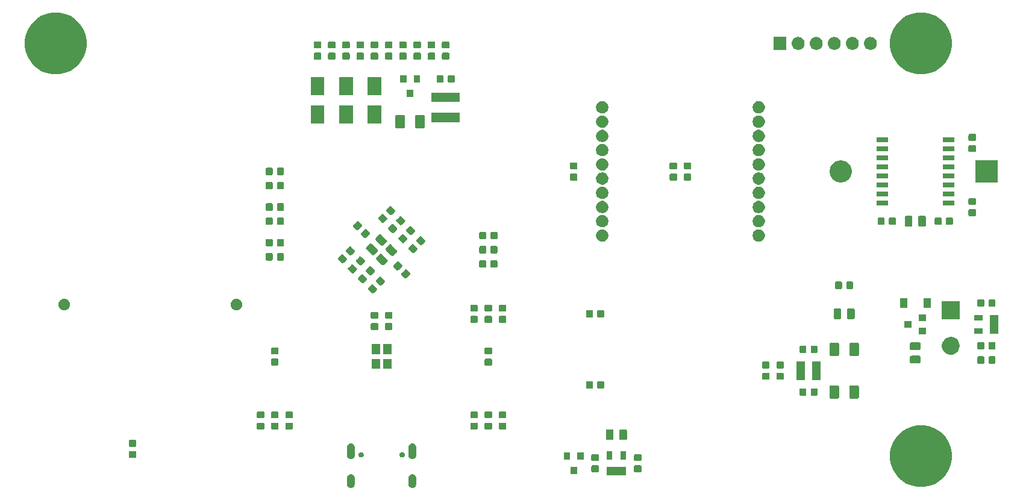
<source format=gbr>
G04 #@! TF.GenerationSoftware,KiCad,Pcbnew,(5.1.0)-1*
G04 #@! TF.CreationDate,2019-09-18T00:43:19-07:00*
G04 #@! TF.ProjectId,design,64657369-676e-42e6-9b69-6361645f7063,rev?*
G04 #@! TF.SameCoordinates,Original*
G04 #@! TF.FileFunction,Soldermask,Bot*
G04 #@! TF.FilePolarity,Negative*
%FSLAX46Y46*%
G04 Gerber Fmt 4.6, Leading zero omitted, Abs format (unit mm)*
G04 Created by KiCad (PCBNEW (5.1.0)-1) date 2019-09-18 00:43:19*
%MOMM*%
%LPD*%
G04 APERTURE LIST*
%ADD10C,0.100000*%
G04 APERTURE END LIST*
D10*
G36*
X160788014Y-81556973D02*
G01*
X160891878Y-81588479D01*
X160913035Y-81599788D01*
X160987599Y-81639643D01*
X160987601Y-81639644D01*
X160987600Y-81639644D01*
X161071501Y-81708499D01*
X161140356Y-81792400D01*
X161191521Y-81888121D01*
X161223027Y-81991985D01*
X161231000Y-82072933D01*
X161231000Y-82927067D01*
X161223027Y-83008015D01*
X161191521Y-83111879D01*
X161191519Y-83111882D01*
X161140357Y-83207600D01*
X161071501Y-83291501D01*
X160987600Y-83360357D01*
X160919055Y-83396995D01*
X160891879Y-83411521D01*
X160788015Y-83443027D01*
X160680000Y-83453666D01*
X160571986Y-83443027D01*
X160468122Y-83411521D01*
X160440946Y-83396995D01*
X160372401Y-83360357D01*
X160288500Y-83291501D01*
X160219644Y-83207600D01*
X160168482Y-83111882D01*
X160168480Y-83111879D01*
X160136973Y-83008015D01*
X160129000Y-82927067D01*
X160129000Y-82072934D01*
X160136973Y-81991986D01*
X160168479Y-81888122D01*
X160219644Y-81792400D01*
X160288499Y-81708499D01*
X160372400Y-81639644D01*
X160372399Y-81639644D01*
X160372401Y-81639643D01*
X160446964Y-81599788D01*
X160468121Y-81588479D01*
X160571985Y-81556973D01*
X160680000Y-81546334D01*
X160788014Y-81556973D01*
X160788014Y-81556973D01*
G37*
G36*
X169428014Y-81556973D02*
G01*
X169531878Y-81588479D01*
X169553035Y-81599788D01*
X169627599Y-81639643D01*
X169627601Y-81639644D01*
X169627600Y-81639644D01*
X169711501Y-81708499D01*
X169780356Y-81792400D01*
X169831521Y-81888121D01*
X169863027Y-81991985D01*
X169871000Y-82072933D01*
X169871000Y-82927067D01*
X169863027Y-83008015D01*
X169831521Y-83111879D01*
X169831519Y-83111882D01*
X169780357Y-83207600D01*
X169711501Y-83291501D01*
X169627600Y-83360357D01*
X169559055Y-83396995D01*
X169531879Y-83411521D01*
X169428015Y-83443027D01*
X169320000Y-83453666D01*
X169211986Y-83443027D01*
X169108122Y-83411521D01*
X169080946Y-83396995D01*
X169012401Y-83360357D01*
X168928500Y-83291501D01*
X168859644Y-83207600D01*
X168808482Y-83111882D01*
X168808480Y-83111879D01*
X168776973Y-83008015D01*
X168769000Y-82927067D01*
X168769000Y-82072934D01*
X168776973Y-81991986D01*
X168808479Y-81888122D01*
X168859644Y-81792400D01*
X168928499Y-81708499D01*
X169012400Y-81639644D01*
X169012399Y-81639644D01*
X169012401Y-81639643D01*
X169086964Y-81599788D01*
X169108121Y-81588479D01*
X169211985Y-81556973D01*
X169320000Y-81546334D01*
X169428014Y-81556973D01*
X169428014Y-81556973D01*
G37*
G36*
X241348156Y-74672794D02*
G01*
X242069140Y-74816206D01*
X242860972Y-75144193D01*
X243573601Y-75620357D01*
X244179643Y-76226399D01*
X244655807Y-76939028D01*
X244983794Y-77730860D01*
X245151000Y-78571464D01*
X245151000Y-79428536D01*
X244983794Y-80269140D01*
X244655807Y-81060972D01*
X244179643Y-81773601D01*
X243573601Y-82379643D01*
X242860972Y-82855807D01*
X242069140Y-83183794D01*
X241348156Y-83327206D01*
X241228537Y-83351000D01*
X240371463Y-83351000D01*
X240251844Y-83327206D01*
X239530860Y-83183794D01*
X238739028Y-82855807D01*
X238026399Y-82379643D01*
X237420357Y-81773601D01*
X236944193Y-81060972D01*
X236616206Y-80269140D01*
X236449000Y-79428536D01*
X236449000Y-78571464D01*
X236616206Y-77730860D01*
X236944193Y-76939028D01*
X237420357Y-76226399D01*
X238026399Y-75620357D01*
X238739028Y-75144193D01*
X239530860Y-74816206D01*
X240251844Y-74672794D01*
X240371463Y-74649000D01*
X241228537Y-74649000D01*
X241348156Y-74672794D01*
X241348156Y-74672794D01*
G37*
G36*
X199326000Y-81681000D02*
G01*
X196674000Y-81681000D01*
X196674000Y-80519000D01*
X199326000Y-80519000D01*
X199326000Y-81681000D01*
X199326000Y-81681000D01*
G37*
G36*
X192451000Y-81501000D02*
G01*
X191549000Y-81501000D01*
X191549000Y-80499000D01*
X192451000Y-80499000D01*
X192451000Y-81501000D01*
X192451000Y-81501000D01*
G37*
G36*
X201379591Y-80303085D02*
G01*
X201413569Y-80313393D01*
X201444890Y-80330134D01*
X201472339Y-80352661D01*
X201494866Y-80380110D01*
X201511607Y-80411431D01*
X201521915Y-80445409D01*
X201526000Y-80486890D01*
X201526000Y-81088110D01*
X201521915Y-81129591D01*
X201511607Y-81163569D01*
X201494866Y-81194890D01*
X201472339Y-81222339D01*
X201444890Y-81244866D01*
X201413569Y-81261607D01*
X201379591Y-81271915D01*
X201338110Y-81276000D01*
X200661890Y-81276000D01*
X200620409Y-81271915D01*
X200586431Y-81261607D01*
X200555110Y-81244866D01*
X200527661Y-81222339D01*
X200505134Y-81194890D01*
X200488393Y-81163569D01*
X200478085Y-81129591D01*
X200474000Y-81088110D01*
X200474000Y-80486890D01*
X200478085Y-80445409D01*
X200488393Y-80411431D01*
X200505134Y-80380110D01*
X200527661Y-80352661D01*
X200555110Y-80330134D01*
X200586431Y-80313393D01*
X200620409Y-80303085D01*
X200661890Y-80299000D01*
X201338110Y-80299000D01*
X201379591Y-80303085D01*
X201379591Y-80303085D01*
G37*
G36*
X195379591Y-80303085D02*
G01*
X195413569Y-80313393D01*
X195444890Y-80330134D01*
X195472339Y-80352661D01*
X195494866Y-80380110D01*
X195511607Y-80411431D01*
X195521915Y-80445409D01*
X195526000Y-80486890D01*
X195526000Y-81088110D01*
X195521915Y-81129591D01*
X195511607Y-81163569D01*
X195494866Y-81194890D01*
X195472339Y-81222339D01*
X195444890Y-81244866D01*
X195413569Y-81261607D01*
X195379591Y-81271915D01*
X195338110Y-81276000D01*
X194661890Y-81276000D01*
X194620409Y-81271915D01*
X194586431Y-81261607D01*
X194555110Y-81244866D01*
X194527661Y-81222339D01*
X194505134Y-81194890D01*
X194488393Y-81163569D01*
X194478085Y-81129591D01*
X194474000Y-81088110D01*
X194474000Y-80486890D01*
X194478085Y-80445409D01*
X194488393Y-80411431D01*
X194505134Y-80380110D01*
X194527661Y-80352661D01*
X194555110Y-80330134D01*
X194586431Y-80313393D01*
X194620409Y-80303085D01*
X194661890Y-80299000D01*
X195338110Y-80299000D01*
X195379591Y-80303085D01*
X195379591Y-80303085D01*
G37*
G36*
X195379591Y-78728085D02*
G01*
X195413569Y-78738393D01*
X195444890Y-78755134D01*
X195472339Y-78777661D01*
X195494866Y-78805110D01*
X195511607Y-78836431D01*
X195521915Y-78870409D01*
X195526000Y-78911890D01*
X195526000Y-79513110D01*
X195521915Y-79554591D01*
X195511607Y-79588569D01*
X195494866Y-79619890D01*
X195472339Y-79647339D01*
X195444890Y-79669866D01*
X195413569Y-79686607D01*
X195379591Y-79696915D01*
X195338110Y-79701000D01*
X194661890Y-79701000D01*
X194620409Y-79696915D01*
X194586431Y-79686607D01*
X194555110Y-79669866D01*
X194527661Y-79647339D01*
X194505134Y-79619890D01*
X194488393Y-79588569D01*
X194478085Y-79554591D01*
X194474000Y-79513110D01*
X194474000Y-78911890D01*
X194478085Y-78870409D01*
X194488393Y-78836431D01*
X194505134Y-78805110D01*
X194527661Y-78777661D01*
X194555110Y-78755134D01*
X194586431Y-78738393D01*
X194620409Y-78728085D01*
X194661890Y-78724000D01*
X195338110Y-78724000D01*
X195379591Y-78728085D01*
X195379591Y-78728085D01*
G37*
G36*
X201379591Y-78728085D02*
G01*
X201413569Y-78738393D01*
X201444890Y-78755134D01*
X201472339Y-78777661D01*
X201494866Y-78805110D01*
X201511607Y-78836431D01*
X201521915Y-78870409D01*
X201526000Y-78911890D01*
X201526000Y-79513110D01*
X201521915Y-79554591D01*
X201511607Y-79588569D01*
X201494866Y-79619890D01*
X201472339Y-79647339D01*
X201444890Y-79669866D01*
X201413569Y-79686607D01*
X201379591Y-79696915D01*
X201338110Y-79701000D01*
X200661890Y-79701000D01*
X200620409Y-79696915D01*
X200586431Y-79686607D01*
X200555110Y-79669866D01*
X200527661Y-79647339D01*
X200505134Y-79619890D01*
X200488393Y-79588569D01*
X200478085Y-79554591D01*
X200474000Y-79513110D01*
X200474000Y-78911890D01*
X200478085Y-78870409D01*
X200488393Y-78836431D01*
X200505134Y-78805110D01*
X200527661Y-78777661D01*
X200555110Y-78755134D01*
X200586431Y-78738393D01*
X200620409Y-78728085D01*
X200661890Y-78724000D01*
X201338110Y-78724000D01*
X201379591Y-78728085D01*
X201379591Y-78728085D01*
G37*
G36*
X193401000Y-79501000D02*
G01*
X192499000Y-79501000D01*
X192499000Y-78499000D01*
X193401000Y-78499000D01*
X193401000Y-79501000D01*
X193401000Y-79501000D01*
G37*
G36*
X191501000Y-79501000D02*
G01*
X190599000Y-79501000D01*
X190599000Y-78499000D01*
X191501000Y-78499000D01*
X191501000Y-79501000D01*
X191501000Y-79501000D01*
G37*
G36*
X199326000Y-79481000D02*
G01*
X198574000Y-79481000D01*
X198574000Y-78319000D01*
X199326000Y-78319000D01*
X199326000Y-79481000D01*
X199326000Y-79481000D01*
G37*
G36*
X197426000Y-79481000D02*
G01*
X196674000Y-79481000D01*
X196674000Y-78319000D01*
X197426000Y-78319000D01*
X197426000Y-79481000D01*
X197426000Y-79481000D01*
G37*
G36*
X160788014Y-77226973D02*
G01*
X160891878Y-77258479D01*
X160935907Y-77282013D01*
X160987599Y-77309643D01*
X160987601Y-77309644D01*
X160987600Y-77309644D01*
X161071501Y-77378499D01*
X161129887Y-77449643D01*
X161140357Y-77462401D01*
X161167462Y-77513110D01*
X161191521Y-77558121D01*
X161223027Y-77661985D01*
X161231000Y-77742933D01*
X161231000Y-78897067D01*
X161223027Y-78978015D01*
X161191521Y-79081879D01*
X161188190Y-79088110D01*
X161140357Y-79177600D01*
X161071501Y-79261501D01*
X160987600Y-79330357D01*
X160919055Y-79366995D01*
X160891879Y-79381521D01*
X160788015Y-79413027D01*
X160680000Y-79423666D01*
X160571986Y-79413027D01*
X160468122Y-79381521D01*
X160440946Y-79366995D01*
X160372401Y-79330357D01*
X160288500Y-79261501D01*
X160219644Y-79177600D01*
X160171811Y-79088110D01*
X160168480Y-79081879D01*
X160136974Y-78978015D01*
X160129001Y-78897067D01*
X160129000Y-77742934D01*
X160136973Y-77661986D01*
X160168479Y-77558122D01*
X160219644Y-77462400D01*
X160288499Y-77378499D01*
X160372400Y-77309644D01*
X160372399Y-77309644D01*
X160372401Y-77309643D01*
X160424093Y-77282013D01*
X160468121Y-77258479D01*
X160571985Y-77226973D01*
X160680000Y-77216334D01*
X160788014Y-77226973D01*
X160788014Y-77226973D01*
G37*
G36*
X169428014Y-77226973D02*
G01*
X169531878Y-77258479D01*
X169575907Y-77282013D01*
X169627599Y-77309643D01*
X169627601Y-77309644D01*
X169627600Y-77309644D01*
X169711501Y-77378499D01*
X169769887Y-77449643D01*
X169780357Y-77462401D01*
X169807462Y-77513110D01*
X169831521Y-77558121D01*
X169863027Y-77661985D01*
X169871000Y-77742933D01*
X169871000Y-78897067D01*
X169863027Y-78978015D01*
X169831521Y-79081879D01*
X169828190Y-79088110D01*
X169780357Y-79177600D01*
X169711501Y-79261501D01*
X169627600Y-79330357D01*
X169559055Y-79366995D01*
X169531879Y-79381521D01*
X169428015Y-79413027D01*
X169320000Y-79423666D01*
X169211986Y-79413027D01*
X169108122Y-79381521D01*
X169080946Y-79366995D01*
X169012401Y-79330357D01*
X168928500Y-79261501D01*
X168859644Y-79177600D01*
X168811811Y-79088110D01*
X168808480Y-79081879D01*
X168776974Y-78978015D01*
X168769001Y-78897067D01*
X168769000Y-77742934D01*
X168776973Y-77661986D01*
X168808479Y-77558122D01*
X168859644Y-77462400D01*
X168928499Y-77378499D01*
X169012400Y-77309644D01*
X169012399Y-77309644D01*
X169012401Y-77309643D01*
X169064093Y-77282013D01*
X169108121Y-77258479D01*
X169211985Y-77226973D01*
X169320000Y-77216334D01*
X169428014Y-77226973D01*
X169428014Y-77226973D01*
G37*
G36*
X130379591Y-78303085D02*
G01*
X130413569Y-78313393D01*
X130444890Y-78330134D01*
X130472339Y-78352661D01*
X130494866Y-78380110D01*
X130511607Y-78411431D01*
X130521915Y-78445409D01*
X130526000Y-78486890D01*
X130526000Y-79088110D01*
X130521915Y-79129591D01*
X130511607Y-79163569D01*
X130494866Y-79194890D01*
X130472339Y-79222339D01*
X130444890Y-79244866D01*
X130413569Y-79261607D01*
X130379591Y-79271915D01*
X130338110Y-79276000D01*
X129661890Y-79276000D01*
X129620409Y-79271915D01*
X129586431Y-79261607D01*
X129555110Y-79244866D01*
X129527661Y-79222339D01*
X129505134Y-79194890D01*
X129488393Y-79163569D01*
X129478085Y-79129591D01*
X129474000Y-79088110D01*
X129474000Y-78486890D01*
X129478085Y-78445409D01*
X129488393Y-78411431D01*
X129505134Y-78380110D01*
X129527661Y-78352661D01*
X129555110Y-78330134D01*
X129586431Y-78313393D01*
X129620409Y-78303085D01*
X129661890Y-78299000D01*
X130338110Y-78299000D01*
X130379591Y-78303085D01*
X130379591Y-78303085D01*
G37*
G36*
X162183710Y-78449440D02*
G01*
X162254585Y-78470940D01*
X162319904Y-78505854D01*
X162377159Y-78552841D01*
X162424146Y-78610096D01*
X162459060Y-78675415D01*
X162480560Y-78746290D01*
X162487819Y-78820000D01*
X162480560Y-78893710D01*
X162459060Y-78964585D01*
X162424146Y-79029904D01*
X162377159Y-79087159D01*
X162319904Y-79134146D01*
X162254585Y-79169060D01*
X162183710Y-79190560D01*
X162128472Y-79196000D01*
X162091528Y-79196000D01*
X162036290Y-79190560D01*
X161965415Y-79169060D01*
X161900096Y-79134146D01*
X161842841Y-79087159D01*
X161795854Y-79029904D01*
X161760940Y-78964585D01*
X161739440Y-78893710D01*
X161732181Y-78820000D01*
X161739440Y-78746290D01*
X161760940Y-78675415D01*
X161795854Y-78610096D01*
X161842841Y-78552841D01*
X161900096Y-78505854D01*
X161965415Y-78470940D01*
X162036290Y-78449440D01*
X162091528Y-78444000D01*
X162128472Y-78444000D01*
X162183710Y-78449440D01*
X162183710Y-78449440D01*
G37*
G36*
X167963710Y-78449440D02*
G01*
X168034585Y-78470940D01*
X168099904Y-78505854D01*
X168157159Y-78552841D01*
X168204146Y-78610096D01*
X168239060Y-78675415D01*
X168260560Y-78746290D01*
X168267819Y-78820000D01*
X168260560Y-78893710D01*
X168239060Y-78964585D01*
X168204146Y-79029904D01*
X168157159Y-79087159D01*
X168099904Y-79134146D01*
X168034585Y-79169060D01*
X167963710Y-79190560D01*
X167908472Y-79196000D01*
X167871528Y-79196000D01*
X167816290Y-79190560D01*
X167745415Y-79169060D01*
X167680096Y-79134146D01*
X167622841Y-79087159D01*
X167575854Y-79029904D01*
X167540940Y-78964585D01*
X167519440Y-78893710D01*
X167512181Y-78820000D01*
X167519440Y-78746290D01*
X167540940Y-78675415D01*
X167575854Y-78610096D01*
X167622841Y-78552841D01*
X167680096Y-78505854D01*
X167745415Y-78470940D01*
X167816290Y-78449440D01*
X167871528Y-78444000D01*
X167908472Y-78444000D01*
X167963710Y-78449440D01*
X167963710Y-78449440D01*
G37*
G36*
X130379591Y-76728085D02*
G01*
X130413569Y-76738393D01*
X130444890Y-76755134D01*
X130472339Y-76777661D01*
X130494866Y-76805110D01*
X130511607Y-76836431D01*
X130521915Y-76870409D01*
X130526000Y-76911890D01*
X130526000Y-77513110D01*
X130521915Y-77554591D01*
X130511607Y-77588569D01*
X130494866Y-77619890D01*
X130472339Y-77647339D01*
X130444890Y-77669866D01*
X130413569Y-77686607D01*
X130379591Y-77696915D01*
X130338110Y-77701000D01*
X129661890Y-77701000D01*
X129620409Y-77696915D01*
X129586431Y-77686607D01*
X129555110Y-77669866D01*
X129527661Y-77647339D01*
X129505134Y-77619890D01*
X129488393Y-77588569D01*
X129478085Y-77554591D01*
X129474000Y-77513110D01*
X129474000Y-76911890D01*
X129478085Y-76870409D01*
X129488393Y-76836431D01*
X129505134Y-76805110D01*
X129527661Y-76777661D01*
X129555110Y-76755134D01*
X129586431Y-76738393D01*
X129620409Y-76728085D01*
X129661890Y-76724000D01*
X130338110Y-76724000D01*
X130379591Y-76728085D01*
X130379591Y-76728085D01*
G37*
G36*
X199309468Y-75253565D02*
G01*
X199348138Y-75265296D01*
X199383777Y-75284346D01*
X199415017Y-75309983D01*
X199440654Y-75341223D01*
X199459704Y-75376862D01*
X199471435Y-75415532D01*
X199476000Y-75461888D01*
X199476000Y-76538112D01*
X199471435Y-76584468D01*
X199459704Y-76623138D01*
X199440654Y-76658777D01*
X199415017Y-76690017D01*
X199383777Y-76715654D01*
X199348138Y-76734704D01*
X199309468Y-76746435D01*
X199263112Y-76751000D01*
X198611888Y-76751000D01*
X198565532Y-76746435D01*
X198526862Y-76734704D01*
X198491223Y-76715654D01*
X198459983Y-76690017D01*
X198434346Y-76658777D01*
X198415296Y-76623138D01*
X198403565Y-76584468D01*
X198399000Y-76538112D01*
X198399000Y-75461888D01*
X198403565Y-75415532D01*
X198415296Y-75376862D01*
X198434346Y-75341223D01*
X198459983Y-75309983D01*
X198491223Y-75284346D01*
X198526862Y-75265296D01*
X198565532Y-75253565D01*
X198611888Y-75249000D01*
X199263112Y-75249000D01*
X199309468Y-75253565D01*
X199309468Y-75253565D01*
G37*
G36*
X197434468Y-75253565D02*
G01*
X197473138Y-75265296D01*
X197508777Y-75284346D01*
X197540017Y-75309983D01*
X197565654Y-75341223D01*
X197584704Y-75376862D01*
X197596435Y-75415532D01*
X197601000Y-75461888D01*
X197601000Y-76538112D01*
X197596435Y-76584468D01*
X197584704Y-76623138D01*
X197565654Y-76658777D01*
X197540017Y-76690017D01*
X197508777Y-76715654D01*
X197473138Y-76734704D01*
X197434468Y-76746435D01*
X197388112Y-76751000D01*
X196736888Y-76751000D01*
X196690532Y-76746435D01*
X196651862Y-76734704D01*
X196616223Y-76715654D01*
X196584983Y-76690017D01*
X196559346Y-76658777D01*
X196540296Y-76623138D01*
X196528565Y-76584468D01*
X196524000Y-76538112D01*
X196524000Y-75461888D01*
X196528565Y-75415532D01*
X196540296Y-75376862D01*
X196559346Y-75341223D01*
X196584983Y-75309983D01*
X196616223Y-75284346D01*
X196651862Y-75265296D01*
X196690532Y-75253565D01*
X196736888Y-75249000D01*
X197388112Y-75249000D01*
X197434468Y-75253565D01*
X197434468Y-75253565D01*
G37*
G36*
X182379591Y-74303085D02*
G01*
X182413569Y-74313393D01*
X182444890Y-74330134D01*
X182472339Y-74352661D01*
X182494866Y-74380110D01*
X182511607Y-74411431D01*
X182521915Y-74445409D01*
X182526000Y-74486890D01*
X182526000Y-75088110D01*
X182521915Y-75129591D01*
X182511607Y-75163569D01*
X182494866Y-75194890D01*
X182472339Y-75222339D01*
X182444890Y-75244866D01*
X182413569Y-75261607D01*
X182379591Y-75271915D01*
X182338110Y-75276000D01*
X181661890Y-75276000D01*
X181620409Y-75271915D01*
X181586431Y-75261607D01*
X181555110Y-75244866D01*
X181527661Y-75222339D01*
X181505134Y-75194890D01*
X181488393Y-75163569D01*
X181478085Y-75129591D01*
X181474000Y-75088110D01*
X181474000Y-74486890D01*
X181478085Y-74445409D01*
X181488393Y-74411431D01*
X181505134Y-74380110D01*
X181527661Y-74352661D01*
X181555110Y-74330134D01*
X181586431Y-74313393D01*
X181620409Y-74303085D01*
X181661890Y-74299000D01*
X182338110Y-74299000D01*
X182379591Y-74303085D01*
X182379591Y-74303085D01*
G37*
G36*
X180379591Y-74303085D02*
G01*
X180413569Y-74313393D01*
X180444890Y-74330134D01*
X180472339Y-74352661D01*
X180494866Y-74380110D01*
X180511607Y-74411431D01*
X180521915Y-74445409D01*
X180526000Y-74486890D01*
X180526000Y-75088110D01*
X180521915Y-75129591D01*
X180511607Y-75163569D01*
X180494866Y-75194890D01*
X180472339Y-75222339D01*
X180444890Y-75244866D01*
X180413569Y-75261607D01*
X180379591Y-75271915D01*
X180338110Y-75276000D01*
X179661890Y-75276000D01*
X179620409Y-75271915D01*
X179586431Y-75261607D01*
X179555110Y-75244866D01*
X179527661Y-75222339D01*
X179505134Y-75194890D01*
X179488393Y-75163569D01*
X179478085Y-75129591D01*
X179474000Y-75088110D01*
X179474000Y-74486890D01*
X179478085Y-74445409D01*
X179488393Y-74411431D01*
X179505134Y-74380110D01*
X179527661Y-74352661D01*
X179555110Y-74330134D01*
X179586431Y-74313393D01*
X179620409Y-74303085D01*
X179661890Y-74299000D01*
X180338110Y-74299000D01*
X180379591Y-74303085D01*
X180379591Y-74303085D01*
G37*
G36*
X178379591Y-74303085D02*
G01*
X178413569Y-74313393D01*
X178444890Y-74330134D01*
X178472339Y-74352661D01*
X178494866Y-74380110D01*
X178511607Y-74411431D01*
X178521915Y-74445409D01*
X178526000Y-74486890D01*
X178526000Y-75088110D01*
X178521915Y-75129591D01*
X178511607Y-75163569D01*
X178494866Y-75194890D01*
X178472339Y-75222339D01*
X178444890Y-75244866D01*
X178413569Y-75261607D01*
X178379591Y-75271915D01*
X178338110Y-75276000D01*
X177661890Y-75276000D01*
X177620409Y-75271915D01*
X177586431Y-75261607D01*
X177555110Y-75244866D01*
X177527661Y-75222339D01*
X177505134Y-75194890D01*
X177488393Y-75163569D01*
X177478085Y-75129591D01*
X177474000Y-75088110D01*
X177474000Y-74486890D01*
X177478085Y-74445409D01*
X177488393Y-74411431D01*
X177505134Y-74380110D01*
X177527661Y-74352661D01*
X177555110Y-74330134D01*
X177586431Y-74313393D01*
X177620409Y-74303085D01*
X177661890Y-74299000D01*
X178338110Y-74299000D01*
X178379591Y-74303085D01*
X178379591Y-74303085D01*
G37*
G36*
X152379591Y-74303085D02*
G01*
X152413569Y-74313393D01*
X152444890Y-74330134D01*
X152472339Y-74352661D01*
X152494866Y-74380110D01*
X152511607Y-74411431D01*
X152521915Y-74445409D01*
X152526000Y-74486890D01*
X152526000Y-75088110D01*
X152521915Y-75129591D01*
X152511607Y-75163569D01*
X152494866Y-75194890D01*
X152472339Y-75222339D01*
X152444890Y-75244866D01*
X152413569Y-75261607D01*
X152379591Y-75271915D01*
X152338110Y-75276000D01*
X151661890Y-75276000D01*
X151620409Y-75271915D01*
X151586431Y-75261607D01*
X151555110Y-75244866D01*
X151527661Y-75222339D01*
X151505134Y-75194890D01*
X151488393Y-75163569D01*
X151478085Y-75129591D01*
X151474000Y-75088110D01*
X151474000Y-74486890D01*
X151478085Y-74445409D01*
X151488393Y-74411431D01*
X151505134Y-74380110D01*
X151527661Y-74352661D01*
X151555110Y-74330134D01*
X151586431Y-74313393D01*
X151620409Y-74303085D01*
X151661890Y-74299000D01*
X152338110Y-74299000D01*
X152379591Y-74303085D01*
X152379591Y-74303085D01*
G37*
G36*
X150379591Y-74303085D02*
G01*
X150413569Y-74313393D01*
X150444890Y-74330134D01*
X150472339Y-74352661D01*
X150494866Y-74380110D01*
X150511607Y-74411431D01*
X150521915Y-74445409D01*
X150526000Y-74486890D01*
X150526000Y-75088110D01*
X150521915Y-75129591D01*
X150511607Y-75163569D01*
X150494866Y-75194890D01*
X150472339Y-75222339D01*
X150444890Y-75244866D01*
X150413569Y-75261607D01*
X150379591Y-75271915D01*
X150338110Y-75276000D01*
X149661890Y-75276000D01*
X149620409Y-75271915D01*
X149586431Y-75261607D01*
X149555110Y-75244866D01*
X149527661Y-75222339D01*
X149505134Y-75194890D01*
X149488393Y-75163569D01*
X149478085Y-75129591D01*
X149474000Y-75088110D01*
X149474000Y-74486890D01*
X149478085Y-74445409D01*
X149488393Y-74411431D01*
X149505134Y-74380110D01*
X149527661Y-74352661D01*
X149555110Y-74330134D01*
X149586431Y-74313393D01*
X149620409Y-74303085D01*
X149661890Y-74299000D01*
X150338110Y-74299000D01*
X150379591Y-74303085D01*
X150379591Y-74303085D01*
G37*
G36*
X148379591Y-74303085D02*
G01*
X148413569Y-74313393D01*
X148444890Y-74330134D01*
X148472339Y-74352661D01*
X148494866Y-74380110D01*
X148511607Y-74411431D01*
X148521915Y-74445409D01*
X148526000Y-74486890D01*
X148526000Y-75088110D01*
X148521915Y-75129591D01*
X148511607Y-75163569D01*
X148494866Y-75194890D01*
X148472339Y-75222339D01*
X148444890Y-75244866D01*
X148413569Y-75261607D01*
X148379591Y-75271915D01*
X148338110Y-75276000D01*
X147661890Y-75276000D01*
X147620409Y-75271915D01*
X147586431Y-75261607D01*
X147555110Y-75244866D01*
X147527661Y-75222339D01*
X147505134Y-75194890D01*
X147488393Y-75163569D01*
X147478085Y-75129591D01*
X147474000Y-75088110D01*
X147474000Y-74486890D01*
X147478085Y-74445409D01*
X147488393Y-74411431D01*
X147505134Y-74380110D01*
X147527661Y-74352661D01*
X147555110Y-74330134D01*
X147586431Y-74313393D01*
X147620409Y-74303085D01*
X147661890Y-74299000D01*
X148338110Y-74299000D01*
X148379591Y-74303085D01*
X148379591Y-74303085D01*
G37*
G36*
X150379591Y-72728085D02*
G01*
X150413569Y-72738393D01*
X150444890Y-72755134D01*
X150472339Y-72777661D01*
X150494866Y-72805110D01*
X150511607Y-72836431D01*
X150521915Y-72870409D01*
X150526000Y-72911890D01*
X150526000Y-73513110D01*
X150521915Y-73554591D01*
X150511607Y-73588569D01*
X150494866Y-73619890D01*
X150472339Y-73647339D01*
X150444890Y-73669866D01*
X150413569Y-73686607D01*
X150379591Y-73696915D01*
X150338110Y-73701000D01*
X149661890Y-73701000D01*
X149620409Y-73696915D01*
X149586431Y-73686607D01*
X149555110Y-73669866D01*
X149527661Y-73647339D01*
X149505134Y-73619890D01*
X149488393Y-73588569D01*
X149478085Y-73554591D01*
X149474000Y-73513110D01*
X149474000Y-72911890D01*
X149478085Y-72870409D01*
X149488393Y-72836431D01*
X149505134Y-72805110D01*
X149527661Y-72777661D01*
X149555110Y-72755134D01*
X149586431Y-72738393D01*
X149620409Y-72728085D01*
X149661890Y-72724000D01*
X150338110Y-72724000D01*
X150379591Y-72728085D01*
X150379591Y-72728085D01*
G37*
G36*
X178379591Y-72728085D02*
G01*
X178413569Y-72738393D01*
X178444890Y-72755134D01*
X178472339Y-72777661D01*
X178494866Y-72805110D01*
X178511607Y-72836431D01*
X178521915Y-72870409D01*
X178526000Y-72911890D01*
X178526000Y-73513110D01*
X178521915Y-73554591D01*
X178511607Y-73588569D01*
X178494866Y-73619890D01*
X178472339Y-73647339D01*
X178444890Y-73669866D01*
X178413569Y-73686607D01*
X178379591Y-73696915D01*
X178338110Y-73701000D01*
X177661890Y-73701000D01*
X177620409Y-73696915D01*
X177586431Y-73686607D01*
X177555110Y-73669866D01*
X177527661Y-73647339D01*
X177505134Y-73619890D01*
X177488393Y-73588569D01*
X177478085Y-73554591D01*
X177474000Y-73513110D01*
X177474000Y-72911890D01*
X177478085Y-72870409D01*
X177488393Y-72836431D01*
X177505134Y-72805110D01*
X177527661Y-72777661D01*
X177555110Y-72755134D01*
X177586431Y-72738393D01*
X177620409Y-72728085D01*
X177661890Y-72724000D01*
X178338110Y-72724000D01*
X178379591Y-72728085D01*
X178379591Y-72728085D01*
G37*
G36*
X182379591Y-72728085D02*
G01*
X182413569Y-72738393D01*
X182444890Y-72755134D01*
X182472339Y-72777661D01*
X182494866Y-72805110D01*
X182511607Y-72836431D01*
X182521915Y-72870409D01*
X182526000Y-72911890D01*
X182526000Y-73513110D01*
X182521915Y-73554591D01*
X182511607Y-73588569D01*
X182494866Y-73619890D01*
X182472339Y-73647339D01*
X182444890Y-73669866D01*
X182413569Y-73686607D01*
X182379591Y-73696915D01*
X182338110Y-73701000D01*
X181661890Y-73701000D01*
X181620409Y-73696915D01*
X181586431Y-73686607D01*
X181555110Y-73669866D01*
X181527661Y-73647339D01*
X181505134Y-73619890D01*
X181488393Y-73588569D01*
X181478085Y-73554591D01*
X181474000Y-73513110D01*
X181474000Y-72911890D01*
X181478085Y-72870409D01*
X181488393Y-72836431D01*
X181505134Y-72805110D01*
X181527661Y-72777661D01*
X181555110Y-72755134D01*
X181586431Y-72738393D01*
X181620409Y-72728085D01*
X181661890Y-72724000D01*
X182338110Y-72724000D01*
X182379591Y-72728085D01*
X182379591Y-72728085D01*
G37*
G36*
X152379591Y-72728085D02*
G01*
X152413569Y-72738393D01*
X152444890Y-72755134D01*
X152472339Y-72777661D01*
X152494866Y-72805110D01*
X152511607Y-72836431D01*
X152521915Y-72870409D01*
X152526000Y-72911890D01*
X152526000Y-73513110D01*
X152521915Y-73554591D01*
X152511607Y-73588569D01*
X152494866Y-73619890D01*
X152472339Y-73647339D01*
X152444890Y-73669866D01*
X152413569Y-73686607D01*
X152379591Y-73696915D01*
X152338110Y-73701000D01*
X151661890Y-73701000D01*
X151620409Y-73696915D01*
X151586431Y-73686607D01*
X151555110Y-73669866D01*
X151527661Y-73647339D01*
X151505134Y-73619890D01*
X151488393Y-73588569D01*
X151478085Y-73554591D01*
X151474000Y-73513110D01*
X151474000Y-72911890D01*
X151478085Y-72870409D01*
X151488393Y-72836431D01*
X151505134Y-72805110D01*
X151527661Y-72777661D01*
X151555110Y-72755134D01*
X151586431Y-72738393D01*
X151620409Y-72728085D01*
X151661890Y-72724000D01*
X152338110Y-72724000D01*
X152379591Y-72728085D01*
X152379591Y-72728085D01*
G37*
G36*
X180379591Y-72728085D02*
G01*
X180413569Y-72738393D01*
X180444890Y-72755134D01*
X180472339Y-72777661D01*
X180494866Y-72805110D01*
X180511607Y-72836431D01*
X180521915Y-72870409D01*
X180526000Y-72911890D01*
X180526000Y-73513110D01*
X180521915Y-73554591D01*
X180511607Y-73588569D01*
X180494866Y-73619890D01*
X180472339Y-73647339D01*
X180444890Y-73669866D01*
X180413569Y-73686607D01*
X180379591Y-73696915D01*
X180338110Y-73701000D01*
X179661890Y-73701000D01*
X179620409Y-73696915D01*
X179586431Y-73686607D01*
X179555110Y-73669866D01*
X179527661Y-73647339D01*
X179505134Y-73619890D01*
X179488393Y-73588569D01*
X179478085Y-73554591D01*
X179474000Y-73513110D01*
X179474000Y-72911890D01*
X179478085Y-72870409D01*
X179488393Y-72836431D01*
X179505134Y-72805110D01*
X179527661Y-72777661D01*
X179555110Y-72755134D01*
X179586431Y-72738393D01*
X179620409Y-72728085D01*
X179661890Y-72724000D01*
X180338110Y-72724000D01*
X180379591Y-72728085D01*
X180379591Y-72728085D01*
G37*
G36*
X148379591Y-72728085D02*
G01*
X148413569Y-72738393D01*
X148444890Y-72755134D01*
X148472339Y-72777661D01*
X148494866Y-72805110D01*
X148511607Y-72836431D01*
X148521915Y-72870409D01*
X148526000Y-72911890D01*
X148526000Y-73513110D01*
X148521915Y-73554591D01*
X148511607Y-73588569D01*
X148494866Y-73619890D01*
X148472339Y-73647339D01*
X148444890Y-73669866D01*
X148413569Y-73686607D01*
X148379591Y-73696915D01*
X148338110Y-73701000D01*
X147661890Y-73701000D01*
X147620409Y-73696915D01*
X147586431Y-73686607D01*
X147555110Y-73669866D01*
X147527661Y-73647339D01*
X147505134Y-73619890D01*
X147488393Y-73588569D01*
X147478085Y-73554591D01*
X147474000Y-73513110D01*
X147474000Y-72911890D01*
X147478085Y-72870409D01*
X147488393Y-72836431D01*
X147505134Y-72805110D01*
X147527661Y-72777661D01*
X147555110Y-72755134D01*
X147586431Y-72738393D01*
X147620409Y-72728085D01*
X147661890Y-72724000D01*
X148338110Y-72724000D01*
X148379591Y-72728085D01*
X148379591Y-72728085D01*
G37*
G36*
X231918604Y-69078347D02*
G01*
X231955144Y-69089432D01*
X231988821Y-69107433D01*
X232018341Y-69131659D01*
X232042567Y-69161179D01*
X232060568Y-69194856D01*
X232071653Y-69231396D01*
X232076000Y-69275538D01*
X232076000Y-70724462D01*
X232071653Y-70768604D01*
X232060568Y-70805144D01*
X232042567Y-70838821D01*
X232018341Y-70868341D01*
X231988821Y-70892567D01*
X231955144Y-70910568D01*
X231918604Y-70921653D01*
X231874462Y-70926000D01*
X230925538Y-70926000D01*
X230881396Y-70921653D01*
X230844856Y-70910568D01*
X230811179Y-70892567D01*
X230781659Y-70868341D01*
X230757433Y-70838821D01*
X230739432Y-70805144D01*
X230728347Y-70768604D01*
X230724000Y-70724462D01*
X230724000Y-69275538D01*
X230728347Y-69231396D01*
X230739432Y-69194856D01*
X230757433Y-69161179D01*
X230781659Y-69131659D01*
X230811179Y-69107433D01*
X230844856Y-69089432D01*
X230881396Y-69078347D01*
X230925538Y-69074000D01*
X231874462Y-69074000D01*
X231918604Y-69078347D01*
X231918604Y-69078347D01*
G37*
G36*
X229118604Y-69078347D02*
G01*
X229155144Y-69089432D01*
X229188821Y-69107433D01*
X229218341Y-69131659D01*
X229242567Y-69161179D01*
X229260568Y-69194856D01*
X229271653Y-69231396D01*
X229276000Y-69275538D01*
X229276000Y-70724462D01*
X229271653Y-70768604D01*
X229260568Y-70805144D01*
X229242567Y-70838821D01*
X229218341Y-70868341D01*
X229188821Y-70892567D01*
X229155144Y-70910568D01*
X229118604Y-70921653D01*
X229074462Y-70926000D01*
X228125538Y-70926000D01*
X228081396Y-70921653D01*
X228044856Y-70910568D01*
X228011179Y-70892567D01*
X227981659Y-70868341D01*
X227957433Y-70838821D01*
X227939432Y-70805144D01*
X227928347Y-70768604D01*
X227924000Y-70724462D01*
X227924000Y-69275538D01*
X227928347Y-69231396D01*
X227939432Y-69194856D01*
X227957433Y-69161179D01*
X227981659Y-69131659D01*
X228011179Y-69107433D01*
X228044856Y-69089432D01*
X228081396Y-69078347D01*
X228125538Y-69074000D01*
X229074462Y-69074000D01*
X229118604Y-69078347D01*
X229118604Y-69078347D01*
G37*
G36*
X224554591Y-69478085D02*
G01*
X224588569Y-69488393D01*
X224619890Y-69505134D01*
X224647339Y-69527661D01*
X224669866Y-69555110D01*
X224686607Y-69586431D01*
X224696915Y-69620409D01*
X224701000Y-69661890D01*
X224701000Y-70338110D01*
X224696915Y-70379591D01*
X224686607Y-70413569D01*
X224669866Y-70444890D01*
X224647339Y-70472339D01*
X224619890Y-70494866D01*
X224588569Y-70511607D01*
X224554591Y-70521915D01*
X224513110Y-70526000D01*
X223911890Y-70526000D01*
X223870409Y-70521915D01*
X223836431Y-70511607D01*
X223805110Y-70494866D01*
X223777661Y-70472339D01*
X223755134Y-70444890D01*
X223738393Y-70413569D01*
X223728085Y-70379591D01*
X223724000Y-70338110D01*
X223724000Y-69661890D01*
X223728085Y-69620409D01*
X223738393Y-69586431D01*
X223755134Y-69555110D01*
X223777661Y-69527661D01*
X223805110Y-69505134D01*
X223836431Y-69488393D01*
X223870409Y-69478085D01*
X223911890Y-69474000D01*
X224513110Y-69474000D01*
X224554591Y-69478085D01*
X224554591Y-69478085D01*
G37*
G36*
X226129591Y-69478085D02*
G01*
X226163569Y-69488393D01*
X226194890Y-69505134D01*
X226222339Y-69527661D01*
X226244866Y-69555110D01*
X226261607Y-69586431D01*
X226271915Y-69620409D01*
X226276000Y-69661890D01*
X226276000Y-70338110D01*
X226271915Y-70379591D01*
X226261607Y-70413569D01*
X226244866Y-70444890D01*
X226222339Y-70472339D01*
X226194890Y-70494866D01*
X226163569Y-70511607D01*
X226129591Y-70521915D01*
X226088110Y-70526000D01*
X225486890Y-70526000D01*
X225445409Y-70521915D01*
X225411431Y-70511607D01*
X225380110Y-70494866D01*
X225352661Y-70472339D01*
X225330134Y-70444890D01*
X225313393Y-70413569D01*
X225303085Y-70379591D01*
X225299000Y-70338110D01*
X225299000Y-69661890D01*
X225303085Y-69620409D01*
X225313393Y-69586431D01*
X225330134Y-69555110D01*
X225352661Y-69527661D01*
X225380110Y-69505134D01*
X225411431Y-69488393D01*
X225445409Y-69478085D01*
X225486890Y-69474000D01*
X226088110Y-69474000D01*
X226129591Y-69478085D01*
X226129591Y-69478085D01*
G37*
G36*
X196129591Y-68478085D02*
G01*
X196163569Y-68488393D01*
X196194890Y-68505134D01*
X196222339Y-68527661D01*
X196244866Y-68555110D01*
X196261607Y-68586431D01*
X196271915Y-68620409D01*
X196276000Y-68661890D01*
X196276000Y-69338110D01*
X196271915Y-69379591D01*
X196261607Y-69413569D01*
X196244866Y-69444890D01*
X196222339Y-69472339D01*
X196194890Y-69494866D01*
X196163569Y-69511607D01*
X196129591Y-69521915D01*
X196088110Y-69526000D01*
X195486890Y-69526000D01*
X195445409Y-69521915D01*
X195411431Y-69511607D01*
X195380110Y-69494866D01*
X195352661Y-69472339D01*
X195330134Y-69444890D01*
X195313393Y-69413569D01*
X195303085Y-69379591D01*
X195299000Y-69338110D01*
X195299000Y-68661890D01*
X195303085Y-68620409D01*
X195313393Y-68586431D01*
X195330134Y-68555110D01*
X195352661Y-68527661D01*
X195380110Y-68505134D01*
X195411431Y-68488393D01*
X195445409Y-68478085D01*
X195486890Y-68474000D01*
X196088110Y-68474000D01*
X196129591Y-68478085D01*
X196129591Y-68478085D01*
G37*
G36*
X194554591Y-68478085D02*
G01*
X194588569Y-68488393D01*
X194619890Y-68505134D01*
X194647339Y-68527661D01*
X194669866Y-68555110D01*
X194686607Y-68586431D01*
X194696915Y-68620409D01*
X194701000Y-68661890D01*
X194701000Y-69338110D01*
X194696915Y-69379591D01*
X194686607Y-69413569D01*
X194669866Y-69444890D01*
X194647339Y-69472339D01*
X194619890Y-69494866D01*
X194588569Y-69511607D01*
X194554591Y-69521915D01*
X194513110Y-69526000D01*
X193911890Y-69526000D01*
X193870409Y-69521915D01*
X193836431Y-69511607D01*
X193805110Y-69494866D01*
X193777661Y-69472339D01*
X193755134Y-69444890D01*
X193738393Y-69413569D01*
X193728085Y-69379591D01*
X193724000Y-69338110D01*
X193724000Y-68661890D01*
X193728085Y-68620409D01*
X193738393Y-68586431D01*
X193755134Y-68555110D01*
X193777661Y-68527661D01*
X193805110Y-68505134D01*
X193836431Y-68488393D01*
X193870409Y-68478085D01*
X193911890Y-68474000D01*
X194513110Y-68474000D01*
X194554591Y-68478085D01*
X194554591Y-68478085D01*
G37*
G36*
X226681000Y-68326000D02*
G01*
X225519000Y-68326000D01*
X225519000Y-65674000D01*
X226681000Y-65674000D01*
X226681000Y-68326000D01*
X226681000Y-68326000D01*
G37*
G36*
X224481000Y-68326000D02*
G01*
X223319000Y-68326000D01*
X223319000Y-65674000D01*
X224481000Y-65674000D01*
X224481000Y-68326000D01*
X224481000Y-68326000D01*
G37*
G36*
X219379591Y-67303085D02*
G01*
X219413569Y-67313393D01*
X219444890Y-67330134D01*
X219472339Y-67352661D01*
X219494866Y-67380110D01*
X219511607Y-67411431D01*
X219521915Y-67445409D01*
X219526000Y-67486890D01*
X219526000Y-68088110D01*
X219521915Y-68129591D01*
X219511607Y-68163569D01*
X219494866Y-68194890D01*
X219472339Y-68222339D01*
X219444890Y-68244866D01*
X219413569Y-68261607D01*
X219379591Y-68271915D01*
X219338110Y-68276000D01*
X218661890Y-68276000D01*
X218620409Y-68271915D01*
X218586431Y-68261607D01*
X218555110Y-68244866D01*
X218527661Y-68222339D01*
X218505134Y-68194890D01*
X218488393Y-68163569D01*
X218478085Y-68129591D01*
X218474000Y-68088110D01*
X218474000Y-67486890D01*
X218478085Y-67445409D01*
X218488393Y-67411431D01*
X218505134Y-67380110D01*
X218527661Y-67352661D01*
X218555110Y-67330134D01*
X218586431Y-67313393D01*
X218620409Y-67303085D01*
X218661890Y-67299000D01*
X219338110Y-67299000D01*
X219379591Y-67303085D01*
X219379591Y-67303085D01*
G37*
G36*
X221379591Y-67303085D02*
G01*
X221413569Y-67313393D01*
X221444890Y-67330134D01*
X221472339Y-67352661D01*
X221494866Y-67380110D01*
X221511607Y-67411431D01*
X221521915Y-67445409D01*
X221526000Y-67486890D01*
X221526000Y-68088110D01*
X221521915Y-68129591D01*
X221511607Y-68163569D01*
X221494866Y-68194890D01*
X221472339Y-68222339D01*
X221444890Y-68244866D01*
X221413569Y-68261607D01*
X221379591Y-68271915D01*
X221338110Y-68276000D01*
X220661890Y-68276000D01*
X220620409Y-68271915D01*
X220586431Y-68261607D01*
X220555110Y-68244866D01*
X220527661Y-68222339D01*
X220505134Y-68194890D01*
X220488393Y-68163569D01*
X220478085Y-68129591D01*
X220474000Y-68088110D01*
X220474000Y-67486890D01*
X220478085Y-67445409D01*
X220488393Y-67411431D01*
X220505134Y-67380110D01*
X220527661Y-67352661D01*
X220555110Y-67330134D01*
X220586431Y-67313393D01*
X220620409Y-67303085D01*
X220661890Y-67299000D01*
X221338110Y-67299000D01*
X221379591Y-67303085D01*
X221379591Y-67303085D01*
G37*
G36*
X166426000Y-66751000D02*
G01*
X165224000Y-66751000D01*
X165224000Y-65349000D01*
X166426000Y-65349000D01*
X166426000Y-66751000D01*
X166426000Y-66751000D01*
G37*
G36*
X164776000Y-66751000D02*
G01*
X163574000Y-66751000D01*
X163574000Y-65349000D01*
X164776000Y-65349000D01*
X164776000Y-66751000D01*
X164776000Y-66751000D01*
G37*
G36*
X219379591Y-65728085D02*
G01*
X219413569Y-65738393D01*
X219444890Y-65755134D01*
X219472339Y-65777661D01*
X219494866Y-65805110D01*
X219511607Y-65836431D01*
X219521915Y-65870409D01*
X219526000Y-65911890D01*
X219526000Y-66513110D01*
X219521915Y-66554591D01*
X219511607Y-66588569D01*
X219494866Y-66619890D01*
X219472339Y-66647339D01*
X219444890Y-66669866D01*
X219413569Y-66686607D01*
X219379591Y-66696915D01*
X219338110Y-66701000D01*
X218661890Y-66701000D01*
X218620409Y-66696915D01*
X218586431Y-66686607D01*
X218555110Y-66669866D01*
X218527661Y-66647339D01*
X218505134Y-66619890D01*
X218488393Y-66588569D01*
X218478085Y-66554591D01*
X218474000Y-66513110D01*
X218474000Y-65911890D01*
X218478085Y-65870409D01*
X218488393Y-65836431D01*
X218505134Y-65805110D01*
X218527661Y-65777661D01*
X218555110Y-65755134D01*
X218586431Y-65738393D01*
X218620409Y-65728085D01*
X218661890Y-65724000D01*
X219338110Y-65724000D01*
X219379591Y-65728085D01*
X219379591Y-65728085D01*
G37*
G36*
X221379591Y-65728085D02*
G01*
X221413569Y-65738393D01*
X221444890Y-65755134D01*
X221472339Y-65777661D01*
X221494866Y-65805110D01*
X221511607Y-65836431D01*
X221521915Y-65870409D01*
X221526000Y-65911890D01*
X221526000Y-66513110D01*
X221521915Y-66554591D01*
X221511607Y-66588569D01*
X221494866Y-66619890D01*
X221472339Y-66647339D01*
X221444890Y-66669866D01*
X221413569Y-66686607D01*
X221379591Y-66696915D01*
X221338110Y-66701000D01*
X220661890Y-66701000D01*
X220620409Y-66696915D01*
X220586431Y-66686607D01*
X220555110Y-66669866D01*
X220527661Y-66647339D01*
X220505134Y-66619890D01*
X220488393Y-66588569D01*
X220478085Y-66554591D01*
X220474000Y-66513110D01*
X220474000Y-65911890D01*
X220478085Y-65870409D01*
X220488393Y-65836431D01*
X220505134Y-65805110D01*
X220527661Y-65777661D01*
X220555110Y-65755134D01*
X220586431Y-65738393D01*
X220620409Y-65728085D01*
X220661890Y-65724000D01*
X221338110Y-65724000D01*
X221379591Y-65728085D01*
X221379591Y-65728085D01*
G37*
G36*
X150379591Y-65303085D02*
G01*
X150413569Y-65313393D01*
X150444890Y-65330134D01*
X150472339Y-65352661D01*
X150494866Y-65380110D01*
X150511607Y-65411431D01*
X150521915Y-65445409D01*
X150526000Y-65486890D01*
X150526000Y-66088110D01*
X150521915Y-66129591D01*
X150511607Y-66163569D01*
X150494866Y-66194890D01*
X150472339Y-66222339D01*
X150444890Y-66244866D01*
X150413569Y-66261607D01*
X150379591Y-66271915D01*
X150338110Y-66276000D01*
X149661890Y-66276000D01*
X149620409Y-66271915D01*
X149586431Y-66261607D01*
X149555110Y-66244866D01*
X149527661Y-66222339D01*
X149505134Y-66194890D01*
X149488393Y-66163569D01*
X149478085Y-66129591D01*
X149474000Y-66088110D01*
X149474000Y-65486890D01*
X149478085Y-65445409D01*
X149488393Y-65411431D01*
X149505134Y-65380110D01*
X149527661Y-65352661D01*
X149555110Y-65330134D01*
X149586431Y-65313393D01*
X149620409Y-65303085D01*
X149661890Y-65299000D01*
X150338110Y-65299000D01*
X150379591Y-65303085D01*
X150379591Y-65303085D01*
G37*
G36*
X180379591Y-65303085D02*
G01*
X180413569Y-65313393D01*
X180444890Y-65330134D01*
X180472339Y-65352661D01*
X180494866Y-65380110D01*
X180511607Y-65411431D01*
X180521915Y-65445409D01*
X180526000Y-65486890D01*
X180526000Y-66088110D01*
X180521915Y-66129591D01*
X180511607Y-66163569D01*
X180494866Y-66194890D01*
X180472339Y-66222339D01*
X180444890Y-66244866D01*
X180413569Y-66261607D01*
X180379591Y-66271915D01*
X180338110Y-66276000D01*
X179661890Y-66276000D01*
X179620409Y-66271915D01*
X179586431Y-66261607D01*
X179555110Y-66244866D01*
X179527661Y-66222339D01*
X179505134Y-66194890D01*
X179488393Y-66163569D01*
X179478085Y-66129591D01*
X179474000Y-66088110D01*
X179474000Y-65486890D01*
X179478085Y-65445409D01*
X179488393Y-65411431D01*
X179505134Y-65380110D01*
X179527661Y-65352661D01*
X179555110Y-65330134D01*
X179586431Y-65313393D01*
X179620409Y-65303085D01*
X179661890Y-65299000D01*
X180338110Y-65299000D01*
X180379591Y-65303085D01*
X180379591Y-65303085D01*
G37*
G36*
X249554591Y-64978085D02*
G01*
X249588569Y-64988393D01*
X249619890Y-65005134D01*
X249647339Y-65027661D01*
X249669866Y-65055110D01*
X249686607Y-65086431D01*
X249696915Y-65120409D01*
X249701000Y-65161890D01*
X249701000Y-65838110D01*
X249696915Y-65879591D01*
X249686607Y-65913569D01*
X249669866Y-65944890D01*
X249647339Y-65972339D01*
X249619890Y-65994866D01*
X249588569Y-66011607D01*
X249554591Y-66021915D01*
X249513110Y-66026000D01*
X248911890Y-66026000D01*
X248870409Y-66021915D01*
X248836431Y-66011607D01*
X248805110Y-65994866D01*
X248777661Y-65972339D01*
X248755134Y-65944890D01*
X248738393Y-65913569D01*
X248728085Y-65879591D01*
X248724000Y-65838110D01*
X248724000Y-65161890D01*
X248728085Y-65120409D01*
X248738393Y-65086431D01*
X248755134Y-65055110D01*
X248777661Y-65027661D01*
X248805110Y-65005134D01*
X248836431Y-64988393D01*
X248870409Y-64978085D01*
X248911890Y-64974000D01*
X249513110Y-64974000D01*
X249554591Y-64978085D01*
X249554591Y-64978085D01*
G37*
G36*
X251129591Y-64978085D02*
G01*
X251163569Y-64988393D01*
X251194890Y-65005134D01*
X251222339Y-65027661D01*
X251244866Y-65055110D01*
X251261607Y-65086431D01*
X251271915Y-65120409D01*
X251276000Y-65161890D01*
X251276000Y-65838110D01*
X251271915Y-65879591D01*
X251261607Y-65913569D01*
X251244866Y-65944890D01*
X251222339Y-65972339D01*
X251194890Y-65994866D01*
X251163569Y-66011607D01*
X251129591Y-66021915D01*
X251088110Y-66026000D01*
X250486890Y-66026000D01*
X250445409Y-66021915D01*
X250411431Y-66011607D01*
X250380110Y-65994866D01*
X250352661Y-65972339D01*
X250330134Y-65944890D01*
X250313393Y-65913569D01*
X250303085Y-65879591D01*
X250299000Y-65838110D01*
X250299000Y-65161890D01*
X250303085Y-65120409D01*
X250313393Y-65086431D01*
X250330134Y-65055110D01*
X250352661Y-65027661D01*
X250380110Y-65005134D01*
X250411431Y-64988393D01*
X250445409Y-64978085D01*
X250486890Y-64974000D01*
X251088110Y-64974000D01*
X251129591Y-64978085D01*
X251129591Y-64978085D01*
G37*
G36*
X240584468Y-64903565D02*
G01*
X240623138Y-64915296D01*
X240658777Y-64934346D01*
X240690017Y-64959983D01*
X240715654Y-64991223D01*
X240734704Y-65026862D01*
X240746435Y-65065532D01*
X240751000Y-65111888D01*
X240751000Y-65763112D01*
X240746435Y-65809468D01*
X240734704Y-65848138D01*
X240715654Y-65883777D01*
X240690017Y-65915017D01*
X240658777Y-65940654D01*
X240623138Y-65959704D01*
X240584468Y-65971435D01*
X240538112Y-65976000D01*
X239461888Y-65976000D01*
X239415532Y-65971435D01*
X239376862Y-65959704D01*
X239341223Y-65940654D01*
X239309983Y-65915017D01*
X239284346Y-65883777D01*
X239265296Y-65848138D01*
X239253565Y-65809468D01*
X239249000Y-65763112D01*
X239249000Y-65111888D01*
X239253565Y-65065532D01*
X239265296Y-65026862D01*
X239284346Y-64991223D01*
X239309983Y-64959983D01*
X239341223Y-64934346D01*
X239376862Y-64915296D01*
X239415532Y-64903565D01*
X239461888Y-64899000D01*
X240538112Y-64899000D01*
X240584468Y-64903565D01*
X240584468Y-64903565D01*
G37*
G36*
X229118604Y-63078347D02*
G01*
X229155144Y-63089432D01*
X229188821Y-63107433D01*
X229218341Y-63131659D01*
X229242567Y-63161179D01*
X229260568Y-63194856D01*
X229271653Y-63231396D01*
X229276000Y-63275538D01*
X229276000Y-64724462D01*
X229271653Y-64768604D01*
X229260568Y-64805144D01*
X229242567Y-64838821D01*
X229218341Y-64868341D01*
X229188821Y-64892567D01*
X229155144Y-64910568D01*
X229118604Y-64921653D01*
X229074462Y-64926000D01*
X228125538Y-64926000D01*
X228081396Y-64921653D01*
X228044856Y-64910568D01*
X228011179Y-64892567D01*
X227981659Y-64868341D01*
X227957433Y-64838821D01*
X227939432Y-64805144D01*
X227928347Y-64768604D01*
X227924000Y-64724462D01*
X227924000Y-63275538D01*
X227928347Y-63231396D01*
X227939432Y-63194856D01*
X227957433Y-63161179D01*
X227981659Y-63131659D01*
X228011179Y-63107433D01*
X228044856Y-63089432D01*
X228081396Y-63078347D01*
X228125538Y-63074000D01*
X229074462Y-63074000D01*
X229118604Y-63078347D01*
X229118604Y-63078347D01*
G37*
G36*
X231918604Y-63078347D02*
G01*
X231955144Y-63089432D01*
X231988821Y-63107433D01*
X232018341Y-63131659D01*
X232042567Y-63161179D01*
X232060568Y-63194856D01*
X232071653Y-63231396D01*
X232076000Y-63275538D01*
X232076000Y-64724462D01*
X232071653Y-64768604D01*
X232060568Y-64805144D01*
X232042567Y-64838821D01*
X232018341Y-64868341D01*
X231988821Y-64892567D01*
X231955144Y-64910568D01*
X231918604Y-64921653D01*
X231874462Y-64926000D01*
X230925538Y-64926000D01*
X230881396Y-64921653D01*
X230844856Y-64910568D01*
X230811179Y-64892567D01*
X230781659Y-64868341D01*
X230757433Y-64838821D01*
X230739432Y-64805144D01*
X230728347Y-64768604D01*
X230724000Y-64724462D01*
X230724000Y-63275538D01*
X230728347Y-63231396D01*
X230739432Y-63194856D01*
X230757433Y-63161179D01*
X230781659Y-63131659D01*
X230811179Y-63107433D01*
X230844856Y-63089432D01*
X230881396Y-63078347D01*
X230925538Y-63074000D01*
X231874462Y-63074000D01*
X231918604Y-63078347D01*
X231918604Y-63078347D01*
G37*
G36*
X245364903Y-62297075D02*
G01*
X245592571Y-62391378D01*
X245797466Y-62528285D01*
X245971715Y-62702534D01*
X245971716Y-62702536D01*
X246108623Y-62907431D01*
X246202925Y-63135097D01*
X246251000Y-63376786D01*
X246251000Y-63623214D01*
X246202925Y-63864903D01*
X246119772Y-64065654D01*
X246108622Y-64092571D01*
X245971715Y-64297466D01*
X245797466Y-64471715D01*
X245592571Y-64608622D01*
X245592570Y-64608623D01*
X245592569Y-64608623D01*
X245364903Y-64702925D01*
X245123214Y-64751000D01*
X244876786Y-64751000D01*
X244635097Y-64702925D01*
X244407431Y-64608623D01*
X244407430Y-64608623D01*
X244407429Y-64608622D01*
X244202534Y-64471715D01*
X244028285Y-64297466D01*
X243891378Y-64092571D01*
X243880229Y-64065654D01*
X243797075Y-63864903D01*
X243749000Y-63623214D01*
X243749000Y-63376786D01*
X243797075Y-63135097D01*
X243891377Y-62907431D01*
X244028284Y-62702536D01*
X244028285Y-62702534D01*
X244202534Y-62528285D01*
X244407429Y-62391378D01*
X244635097Y-62297075D01*
X244876786Y-62249000D01*
X245123214Y-62249000D01*
X245364903Y-62297075D01*
X245364903Y-62297075D01*
G37*
G36*
X180379591Y-63728085D02*
G01*
X180413569Y-63738393D01*
X180444890Y-63755134D01*
X180472339Y-63777661D01*
X180494866Y-63805110D01*
X180511607Y-63836431D01*
X180521915Y-63870409D01*
X180526000Y-63911890D01*
X180526000Y-64513110D01*
X180521915Y-64554591D01*
X180511607Y-64588569D01*
X180494866Y-64619890D01*
X180472339Y-64647339D01*
X180444890Y-64669866D01*
X180413569Y-64686607D01*
X180379591Y-64696915D01*
X180338110Y-64701000D01*
X179661890Y-64701000D01*
X179620409Y-64696915D01*
X179586431Y-64686607D01*
X179555110Y-64669866D01*
X179527661Y-64647339D01*
X179505134Y-64619890D01*
X179488393Y-64588569D01*
X179478085Y-64554591D01*
X179474000Y-64513110D01*
X179474000Y-63911890D01*
X179478085Y-63870409D01*
X179488393Y-63836431D01*
X179505134Y-63805110D01*
X179527661Y-63777661D01*
X179555110Y-63755134D01*
X179586431Y-63738393D01*
X179620409Y-63728085D01*
X179661890Y-63724000D01*
X180338110Y-63724000D01*
X180379591Y-63728085D01*
X180379591Y-63728085D01*
G37*
G36*
X150379591Y-63728085D02*
G01*
X150413569Y-63738393D01*
X150444890Y-63755134D01*
X150472339Y-63777661D01*
X150494866Y-63805110D01*
X150511607Y-63836431D01*
X150521915Y-63870409D01*
X150526000Y-63911890D01*
X150526000Y-64513110D01*
X150521915Y-64554591D01*
X150511607Y-64588569D01*
X150494866Y-64619890D01*
X150472339Y-64647339D01*
X150444890Y-64669866D01*
X150413569Y-64686607D01*
X150379591Y-64696915D01*
X150338110Y-64701000D01*
X149661890Y-64701000D01*
X149620409Y-64696915D01*
X149586431Y-64686607D01*
X149555110Y-64669866D01*
X149527661Y-64647339D01*
X149505134Y-64619890D01*
X149488393Y-64588569D01*
X149478085Y-64554591D01*
X149474000Y-64513110D01*
X149474000Y-63911890D01*
X149478085Y-63870409D01*
X149488393Y-63836431D01*
X149505134Y-63805110D01*
X149527661Y-63777661D01*
X149555110Y-63755134D01*
X149586431Y-63738393D01*
X149620409Y-63728085D01*
X149661890Y-63724000D01*
X150338110Y-63724000D01*
X150379591Y-63728085D01*
X150379591Y-63728085D01*
G37*
G36*
X166426000Y-64651000D02*
G01*
X165224000Y-64651000D01*
X165224000Y-63249000D01*
X166426000Y-63249000D01*
X166426000Y-64651000D01*
X166426000Y-64651000D01*
G37*
G36*
X164776000Y-64651000D02*
G01*
X163574000Y-64651000D01*
X163574000Y-63249000D01*
X164776000Y-63249000D01*
X164776000Y-64651000D01*
X164776000Y-64651000D01*
G37*
G36*
X224554591Y-63478085D02*
G01*
X224588569Y-63488393D01*
X224619890Y-63505134D01*
X224647339Y-63527661D01*
X224669866Y-63555110D01*
X224686607Y-63586431D01*
X224696915Y-63620409D01*
X224701000Y-63661890D01*
X224701000Y-64338110D01*
X224696915Y-64379591D01*
X224686607Y-64413569D01*
X224669866Y-64444890D01*
X224647339Y-64472339D01*
X224619890Y-64494866D01*
X224588569Y-64511607D01*
X224554591Y-64521915D01*
X224513110Y-64526000D01*
X223911890Y-64526000D01*
X223870409Y-64521915D01*
X223836431Y-64511607D01*
X223805110Y-64494866D01*
X223777661Y-64472339D01*
X223755134Y-64444890D01*
X223738393Y-64413569D01*
X223728085Y-64379591D01*
X223724000Y-64338110D01*
X223724000Y-63661890D01*
X223728085Y-63620409D01*
X223738393Y-63586431D01*
X223755134Y-63555110D01*
X223777661Y-63527661D01*
X223805110Y-63505134D01*
X223836431Y-63488393D01*
X223870409Y-63478085D01*
X223911890Y-63474000D01*
X224513110Y-63474000D01*
X224554591Y-63478085D01*
X224554591Y-63478085D01*
G37*
G36*
X226129591Y-63478085D02*
G01*
X226163569Y-63488393D01*
X226194890Y-63505134D01*
X226222339Y-63527661D01*
X226244866Y-63555110D01*
X226261607Y-63586431D01*
X226271915Y-63620409D01*
X226276000Y-63661890D01*
X226276000Y-64338110D01*
X226271915Y-64379591D01*
X226261607Y-64413569D01*
X226244866Y-64444890D01*
X226222339Y-64472339D01*
X226194890Y-64494866D01*
X226163569Y-64511607D01*
X226129591Y-64521915D01*
X226088110Y-64526000D01*
X225486890Y-64526000D01*
X225445409Y-64521915D01*
X225411431Y-64511607D01*
X225380110Y-64494866D01*
X225352661Y-64472339D01*
X225330134Y-64444890D01*
X225313393Y-64413569D01*
X225303085Y-64379591D01*
X225299000Y-64338110D01*
X225299000Y-63661890D01*
X225303085Y-63620409D01*
X225313393Y-63586431D01*
X225330134Y-63555110D01*
X225352661Y-63527661D01*
X225380110Y-63505134D01*
X225411431Y-63488393D01*
X225445409Y-63478085D01*
X225486890Y-63474000D01*
X226088110Y-63474000D01*
X226129591Y-63478085D01*
X226129591Y-63478085D01*
G37*
G36*
X240584468Y-63028565D02*
G01*
X240623138Y-63040296D01*
X240658777Y-63059346D01*
X240690017Y-63084983D01*
X240715654Y-63116223D01*
X240734704Y-63151862D01*
X240746435Y-63190532D01*
X240751000Y-63236888D01*
X240751000Y-63888112D01*
X240746435Y-63934468D01*
X240734704Y-63973138D01*
X240715654Y-64008777D01*
X240690017Y-64040017D01*
X240658777Y-64065654D01*
X240623138Y-64084704D01*
X240584468Y-64096435D01*
X240538112Y-64101000D01*
X239461888Y-64101000D01*
X239415532Y-64096435D01*
X239376862Y-64084704D01*
X239341223Y-64065654D01*
X239309983Y-64040017D01*
X239284346Y-64008777D01*
X239265296Y-63973138D01*
X239253565Y-63934468D01*
X239249000Y-63888112D01*
X239249000Y-63236888D01*
X239253565Y-63190532D01*
X239265296Y-63151862D01*
X239284346Y-63116223D01*
X239309983Y-63084983D01*
X239341223Y-63059346D01*
X239376862Y-63040296D01*
X239415532Y-63028565D01*
X239461888Y-63024000D01*
X240538112Y-63024000D01*
X240584468Y-63028565D01*
X240584468Y-63028565D01*
G37*
G36*
X251129591Y-62978085D02*
G01*
X251163569Y-62988393D01*
X251194890Y-63005134D01*
X251222339Y-63027661D01*
X251244866Y-63055110D01*
X251261607Y-63086431D01*
X251271915Y-63120409D01*
X251276000Y-63161890D01*
X251276000Y-63838110D01*
X251271915Y-63879591D01*
X251261607Y-63913569D01*
X251244866Y-63944890D01*
X251222339Y-63972339D01*
X251194890Y-63994866D01*
X251163569Y-64011607D01*
X251129591Y-64021915D01*
X251088110Y-64026000D01*
X250486890Y-64026000D01*
X250445409Y-64021915D01*
X250411431Y-64011607D01*
X250380110Y-63994866D01*
X250352661Y-63972339D01*
X250330134Y-63944890D01*
X250313393Y-63913569D01*
X250303085Y-63879591D01*
X250299000Y-63838110D01*
X250299000Y-63161890D01*
X250303085Y-63120409D01*
X250313393Y-63086431D01*
X250330134Y-63055110D01*
X250352661Y-63027661D01*
X250380110Y-63005134D01*
X250411431Y-62988393D01*
X250445409Y-62978085D01*
X250486890Y-62974000D01*
X251088110Y-62974000D01*
X251129591Y-62978085D01*
X251129591Y-62978085D01*
G37*
G36*
X249554591Y-62978085D02*
G01*
X249588569Y-62988393D01*
X249619890Y-63005134D01*
X249647339Y-63027661D01*
X249669866Y-63055110D01*
X249686607Y-63086431D01*
X249696915Y-63120409D01*
X249701000Y-63161890D01*
X249701000Y-63838110D01*
X249696915Y-63879591D01*
X249686607Y-63913569D01*
X249669866Y-63944890D01*
X249647339Y-63972339D01*
X249619890Y-63994866D01*
X249588569Y-64011607D01*
X249554591Y-64021915D01*
X249513110Y-64026000D01*
X248911890Y-64026000D01*
X248870409Y-64021915D01*
X248836431Y-64011607D01*
X248805110Y-63994866D01*
X248777661Y-63972339D01*
X248755134Y-63944890D01*
X248738393Y-63913569D01*
X248728085Y-63879591D01*
X248724000Y-63838110D01*
X248724000Y-63161890D01*
X248728085Y-63120409D01*
X248738393Y-63086431D01*
X248755134Y-63055110D01*
X248777661Y-63027661D01*
X248805110Y-63005134D01*
X248836431Y-62988393D01*
X248870409Y-62978085D01*
X248911890Y-62974000D01*
X249513110Y-62974000D01*
X249554591Y-62978085D01*
X249554591Y-62978085D01*
G37*
G36*
X241501000Y-61901000D02*
G01*
X240499000Y-61901000D01*
X240499000Y-60999000D01*
X241501000Y-60999000D01*
X241501000Y-61901000D01*
X241501000Y-61901000D01*
G37*
G36*
X251681000Y-61826000D02*
G01*
X250519000Y-61826000D01*
X250519000Y-59174000D01*
X251681000Y-59174000D01*
X251681000Y-61826000D01*
X251681000Y-61826000D01*
G37*
G36*
X249481000Y-61826000D02*
G01*
X248319000Y-61826000D01*
X248319000Y-61074000D01*
X249481000Y-61074000D01*
X249481000Y-61826000D01*
X249481000Y-61826000D01*
G37*
G36*
X164379591Y-60303085D02*
G01*
X164413569Y-60313393D01*
X164444890Y-60330134D01*
X164472339Y-60352661D01*
X164494866Y-60380110D01*
X164511607Y-60411431D01*
X164521915Y-60445409D01*
X164526000Y-60486890D01*
X164526000Y-61088110D01*
X164521915Y-61129591D01*
X164511607Y-61163569D01*
X164494866Y-61194890D01*
X164472339Y-61222339D01*
X164444890Y-61244866D01*
X164413569Y-61261607D01*
X164379591Y-61271915D01*
X164338110Y-61276000D01*
X163661890Y-61276000D01*
X163620409Y-61271915D01*
X163586431Y-61261607D01*
X163555110Y-61244866D01*
X163527661Y-61222339D01*
X163505134Y-61194890D01*
X163488393Y-61163569D01*
X163478085Y-61129591D01*
X163474000Y-61088110D01*
X163474000Y-60486890D01*
X163478085Y-60445409D01*
X163488393Y-60411431D01*
X163505134Y-60380110D01*
X163527661Y-60352661D01*
X163555110Y-60330134D01*
X163586431Y-60313393D01*
X163620409Y-60303085D01*
X163661890Y-60299000D01*
X164338110Y-60299000D01*
X164379591Y-60303085D01*
X164379591Y-60303085D01*
G37*
G36*
X166379591Y-60303085D02*
G01*
X166413569Y-60313393D01*
X166444890Y-60330134D01*
X166472339Y-60352661D01*
X166494866Y-60380110D01*
X166511607Y-60411431D01*
X166521915Y-60445409D01*
X166526000Y-60486890D01*
X166526000Y-61088110D01*
X166521915Y-61129591D01*
X166511607Y-61163569D01*
X166494866Y-61194890D01*
X166472339Y-61222339D01*
X166444890Y-61244866D01*
X166413569Y-61261607D01*
X166379591Y-61271915D01*
X166338110Y-61276000D01*
X165661890Y-61276000D01*
X165620409Y-61271915D01*
X165586431Y-61261607D01*
X165555110Y-61244866D01*
X165527661Y-61222339D01*
X165505134Y-61194890D01*
X165488393Y-61163569D01*
X165478085Y-61129591D01*
X165474000Y-61088110D01*
X165474000Y-60486890D01*
X165478085Y-60445409D01*
X165488393Y-60411431D01*
X165505134Y-60380110D01*
X165527661Y-60352661D01*
X165555110Y-60330134D01*
X165586431Y-60313393D01*
X165620409Y-60303085D01*
X165661890Y-60299000D01*
X166338110Y-60299000D01*
X166379591Y-60303085D01*
X166379591Y-60303085D01*
G37*
G36*
X239501000Y-60951000D02*
G01*
X238499000Y-60951000D01*
X238499000Y-60049000D01*
X239501000Y-60049000D01*
X239501000Y-60951000D01*
X239501000Y-60951000D01*
G37*
G36*
X182379591Y-59303085D02*
G01*
X182413569Y-59313393D01*
X182444890Y-59330134D01*
X182472339Y-59352661D01*
X182494866Y-59380110D01*
X182511607Y-59411431D01*
X182521915Y-59445409D01*
X182526000Y-59486890D01*
X182526000Y-60088110D01*
X182521915Y-60129591D01*
X182511607Y-60163569D01*
X182494866Y-60194890D01*
X182472339Y-60222339D01*
X182444890Y-60244866D01*
X182413569Y-60261607D01*
X182379591Y-60271915D01*
X182338110Y-60276000D01*
X181661890Y-60276000D01*
X181620409Y-60271915D01*
X181586431Y-60261607D01*
X181555110Y-60244866D01*
X181527661Y-60222339D01*
X181505134Y-60194890D01*
X181488393Y-60163569D01*
X181478085Y-60129591D01*
X181474000Y-60088110D01*
X181474000Y-59486890D01*
X181478085Y-59445409D01*
X181488393Y-59411431D01*
X181505134Y-59380110D01*
X181527661Y-59352661D01*
X181555110Y-59330134D01*
X181586431Y-59313393D01*
X181620409Y-59303085D01*
X181661890Y-59299000D01*
X182338110Y-59299000D01*
X182379591Y-59303085D01*
X182379591Y-59303085D01*
G37*
G36*
X180379591Y-59303085D02*
G01*
X180413569Y-59313393D01*
X180444890Y-59330134D01*
X180472339Y-59352661D01*
X180494866Y-59380110D01*
X180511607Y-59411431D01*
X180521915Y-59445409D01*
X180526000Y-59486890D01*
X180526000Y-60088110D01*
X180521915Y-60129591D01*
X180511607Y-60163569D01*
X180494866Y-60194890D01*
X180472339Y-60222339D01*
X180444890Y-60244866D01*
X180413569Y-60261607D01*
X180379591Y-60271915D01*
X180338110Y-60276000D01*
X179661890Y-60276000D01*
X179620409Y-60271915D01*
X179586431Y-60261607D01*
X179555110Y-60244866D01*
X179527661Y-60222339D01*
X179505134Y-60194890D01*
X179488393Y-60163569D01*
X179478085Y-60129591D01*
X179474000Y-60088110D01*
X179474000Y-59486890D01*
X179478085Y-59445409D01*
X179488393Y-59411431D01*
X179505134Y-59380110D01*
X179527661Y-59352661D01*
X179555110Y-59330134D01*
X179586431Y-59313393D01*
X179620409Y-59303085D01*
X179661890Y-59299000D01*
X180338110Y-59299000D01*
X180379591Y-59303085D01*
X180379591Y-59303085D01*
G37*
G36*
X178379591Y-59303085D02*
G01*
X178413569Y-59313393D01*
X178444890Y-59330134D01*
X178472339Y-59352661D01*
X178494866Y-59380110D01*
X178511607Y-59411431D01*
X178521915Y-59445409D01*
X178526000Y-59486890D01*
X178526000Y-60088110D01*
X178521915Y-60129591D01*
X178511607Y-60163569D01*
X178494866Y-60194890D01*
X178472339Y-60222339D01*
X178444890Y-60244866D01*
X178413569Y-60261607D01*
X178379591Y-60271915D01*
X178338110Y-60276000D01*
X177661890Y-60276000D01*
X177620409Y-60271915D01*
X177586431Y-60261607D01*
X177555110Y-60244866D01*
X177527661Y-60222339D01*
X177505134Y-60194890D01*
X177488393Y-60163569D01*
X177478085Y-60129591D01*
X177474000Y-60088110D01*
X177474000Y-59486890D01*
X177478085Y-59445409D01*
X177488393Y-59411431D01*
X177505134Y-59380110D01*
X177527661Y-59352661D01*
X177555110Y-59330134D01*
X177586431Y-59313393D01*
X177620409Y-59303085D01*
X177661890Y-59299000D01*
X178338110Y-59299000D01*
X178379591Y-59303085D01*
X178379591Y-59303085D01*
G37*
G36*
X241501000Y-60001000D02*
G01*
X240499000Y-60001000D01*
X240499000Y-59099000D01*
X241501000Y-59099000D01*
X241501000Y-60001000D01*
X241501000Y-60001000D01*
G37*
G36*
X249481000Y-59926000D02*
G01*
X248319000Y-59926000D01*
X248319000Y-59174000D01*
X249481000Y-59174000D01*
X249481000Y-59926000D01*
X249481000Y-59926000D01*
G37*
G36*
X231309468Y-58253565D02*
G01*
X231348138Y-58265296D01*
X231383777Y-58284346D01*
X231415017Y-58309983D01*
X231440654Y-58341223D01*
X231459704Y-58376862D01*
X231471435Y-58415532D01*
X231476000Y-58461888D01*
X231476000Y-59538112D01*
X231471435Y-59584468D01*
X231459704Y-59623138D01*
X231440654Y-59658777D01*
X231415017Y-59690017D01*
X231383777Y-59715654D01*
X231348138Y-59734704D01*
X231309468Y-59746435D01*
X231263112Y-59751000D01*
X230611888Y-59751000D01*
X230565532Y-59746435D01*
X230526862Y-59734704D01*
X230491223Y-59715654D01*
X230459983Y-59690017D01*
X230434346Y-59658777D01*
X230415296Y-59623138D01*
X230403565Y-59584468D01*
X230399000Y-59538112D01*
X230399000Y-58461888D01*
X230403565Y-58415532D01*
X230415296Y-58376862D01*
X230434346Y-58341223D01*
X230459983Y-58309983D01*
X230491223Y-58284346D01*
X230526862Y-58265296D01*
X230565532Y-58253565D01*
X230611888Y-58249000D01*
X231263112Y-58249000D01*
X231309468Y-58253565D01*
X231309468Y-58253565D01*
G37*
G36*
X229434468Y-58253565D02*
G01*
X229473138Y-58265296D01*
X229508777Y-58284346D01*
X229540017Y-58309983D01*
X229565654Y-58341223D01*
X229584704Y-58376862D01*
X229596435Y-58415532D01*
X229601000Y-58461888D01*
X229601000Y-59538112D01*
X229596435Y-59584468D01*
X229584704Y-59623138D01*
X229565654Y-59658777D01*
X229540017Y-59690017D01*
X229508777Y-59715654D01*
X229473138Y-59734704D01*
X229434468Y-59746435D01*
X229388112Y-59751000D01*
X228736888Y-59751000D01*
X228690532Y-59746435D01*
X228651862Y-59734704D01*
X228616223Y-59715654D01*
X228584983Y-59690017D01*
X228559346Y-59658777D01*
X228540296Y-59623138D01*
X228528565Y-59584468D01*
X228524000Y-59538112D01*
X228524000Y-58461888D01*
X228528565Y-58415532D01*
X228540296Y-58376862D01*
X228559346Y-58341223D01*
X228584983Y-58309983D01*
X228616223Y-58284346D01*
X228651862Y-58265296D01*
X228690532Y-58253565D01*
X228736888Y-58249000D01*
X229388112Y-58249000D01*
X229434468Y-58253565D01*
X229434468Y-58253565D01*
G37*
G36*
X246251000Y-59751000D02*
G01*
X243749000Y-59751000D01*
X243749000Y-57249000D01*
X246251000Y-57249000D01*
X246251000Y-59751000D01*
X246251000Y-59751000D01*
G37*
G36*
X164379591Y-58728085D02*
G01*
X164413569Y-58738393D01*
X164444890Y-58755134D01*
X164472339Y-58777661D01*
X164494866Y-58805110D01*
X164511607Y-58836431D01*
X164521915Y-58870409D01*
X164526000Y-58911890D01*
X164526000Y-59513110D01*
X164521915Y-59554591D01*
X164511607Y-59588569D01*
X164494866Y-59619890D01*
X164472339Y-59647339D01*
X164444890Y-59669866D01*
X164413569Y-59686607D01*
X164379591Y-59696915D01*
X164338110Y-59701000D01*
X163661890Y-59701000D01*
X163620409Y-59696915D01*
X163586431Y-59686607D01*
X163555110Y-59669866D01*
X163527661Y-59647339D01*
X163505134Y-59619890D01*
X163488393Y-59588569D01*
X163478085Y-59554591D01*
X163474000Y-59513110D01*
X163474000Y-58911890D01*
X163478085Y-58870409D01*
X163488393Y-58836431D01*
X163505134Y-58805110D01*
X163527661Y-58777661D01*
X163555110Y-58755134D01*
X163586431Y-58738393D01*
X163620409Y-58728085D01*
X163661890Y-58724000D01*
X164338110Y-58724000D01*
X164379591Y-58728085D01*
X164379591Y-58728085D01*
G37*
G36*
X166379591Y-58728085D02*
G01*
X166413569Y-58738393D01*
X166444890Y-58755134D01*
X166472339Y-58777661D01*
X166494866Y-58805110D01*
X166511607Y-58836431D01*
X166521915Y-58870409D01*
X166526000Y-58911890D01*
X166526000Y-59513110D01*
X166521915Y-59554591D01*
X166511607Y-59588569D01*
X166494866Y-59619890D01*
X166472339Y-59647339D01*
X166444890Y-59669866D01*
X166413569Y-59686607D01*
X166379591Y-59696915D01*
X166338110Y-59701000D01*
X165661890Y-59701000D01*
X165620409Y-59696915D01*
X165586431Y-59686607D01*
X165555110Y-59669866D01*
X165527661Y-59647339D01*
X165505134Y-59619890D01*
X165488393Y-59588569D01*
X165478085Y-59554591D01*
X165474000Y-59513110D01*
X165474000Y-58911890D01*
X165478085Y-58870409D01*
X165488393Y-58836431D01*
X165505134Y-58805110D01*
X165527661Y-58777661D01*
X165555110Y-58755134D01*
X165586431Y-58738393D01*
X165620409Y-58728085D01*
X165661890Y-58724000D01*
X166338110Y-58724000D01*
X166379591Y-58728085D01*
X166379591Y-58728085D01*
G37*
G36*
X196129591Y-58478085D02*
G01*
X196163569Y-58488393D01*
X196194890Y-58505134D01*
X196222339Y-58527661D01*
X196244866Y-58555110D01*
X196261607Y-58586431D01*
X196271915Y-58620409D01*
X196276000Y-58661890D01*
X196276000Y-59338110D01*
X196271915Y-59379591D01*
X196261607Y-59413569D01*
X196244866Y-59444890D01*
X196222339Y-59472339D01*
X196194890Y-59494866D01*
X196163569Y-59511607D01*
X196129591Y-59521915D01*
X196088110Y-59526000D01*
X195486890Y-59526000D01*
X195445409Y-59521915D01*
X195411431Y-59511607D01*
X195380110Y-59494866D01*
X195352661Y-59472339D01*
X195330134Y-59444890D01*
X195313393Y-59413569D01*
X195303085Y-59379591D01*
X195299000Y-59338110D01*
X195299000Y-58661890D01*
X195303085Y-58620409D01*
X195313393Y-58586431D01*
X195330134Y-58555110D01*
X195352661Y-58527661D01*
X195380110Y-58505134D01*
X195411431Y-58488393D01*
X195445409Y-58478085D01*
X195486890Y-58474000D01*
X196088110Y-58474000D01*
X196129591Y-58478085D01*
X196129591Y-58478085D01*
G37*
G36*
X194554591Y-58478085D02*
G01*
X194588569Y-58488393D01*
X194619890Y-58505134D01*
X194647339Y-58527661D01*
X194669866Y-58555110D01*
X194686607Y-58586431D01*
X194696915Y-58620409D01*
X194701000Y-58661890D01*
X194701000Y-59338110D01*
X194696915Y-59379591D01*
X194686607Y-59413569D01*
X194669866Y-59444890D01*
X194647339Y-59472339D01*
X194619890Y-59494866D01*
X194588569Y-59511607D01*
X194554591Y-59521915D01*
X194513110Y-59526000D01*
X193911890Y-59526000D01*
X193870409Y-59521915D01*
X193836431Y-59511607D01*
X193805110Y-59494866D01*
X193777661Y-59472339D01*
X193755134Y-59444890D01*
X193738393Y-59413569D01*
X193728085Y-59379591D01*
X193724000Y-59338110D01*
X193724000Y-58661890D01*
X193728085Y-58620409D01*
X193738393Y-58586431D01*
X193755134Y-58555110D01*
X193777661Y-58527661D01*
X193805110Y-58505134D01*
X193836431Y-58488393D01*
X193870409Y-58478085D01*
X193911890Y-58474000D01*
X194513110Y-58474000D01*
X194554591Y-58478085D01*
X194554591Y-58478085D01*
G37*
G36*
X180379591Y-57728085D02*
G01*
X180413569Y-57738393D01*
X180444890Y-57755134D01*
X180472339Y-57777661D01*
X180494866Y-57805110D01*
X180511607Y-57836431D01*
X180521915Y-57870409D01*
X180526000Y-57911890D01*
X180526000Y-58513110D01*
X180521915Y-58554591D01*
X180511607Y-58588569D01*
X180494866Y-58619890D01*
X180472339Y-58647339D01*
X180444890Y-58669866D01*
X180413569Y-58686607D01*
X180379591Y-58696915D01*
X180338110Y-58701000D01*
X179661890Y-58701000D01*
X179620409Y-58696915D01*
X179586431Y-58686607D01*
X179555110Y-58669866D01*
X179527661Y-58647339D01*
X179505134Y-58619890D01*
X179488393Y-58588569D01*
X179478085Y-58554591D01*
X179474000Y-58513110D01*
X179474000Y-57911890D01*
X179478085Y-57870409D01*
X179488393Y-57836431D01*
X179505134Y-57805110D01*
X179527661Y-57777661D01*
X179555110Y-57755134D01*
X179586431Y-57738393D01*
X179620409Y-57728085D01*
X179661890Y-57724000D01*
X180338110Y-57724000D01*
X180379591Y-57728085D01*
X180379591Y-57728085D01*
G37*
G36*
X178379591Y-57728085D02*
G01*
X178413569Y-57738393D01*
X178444890Y-57755134D01*
X178472339Y-57777661D01*
X178494866Y-57805110D01*
X178511607Y-57836431D01*
X178521915Y-57870409D01*
X178526000Y-57911890D01*
X178526000Y-58513110D01*
X178521915Y-58554591D01*
X178511607Y-58588569D01*
X178494866Y-58619890D01*
X178472339Y-58647339D01*
X178444890Y-58669866D01*
X178413569Y-58686607D01*
X178379591Y-58696915D01*
X178338110Y-58701000D01*
X177661890Y-58701000D01*
X177620409Y-58696915D01*
X177586431Y-58686607D01*
X177555110Y-58669866D01*
X177527661Y-58647339D01*
X177505134Y-58619890D01*
X177488393Y-58588569D01*
X177478085Y-58554591D01*
X177474000Y-58513110D01*
X177474000Y-57911890D01*
X177478085Y-57870409D01*
X177488393Y-57836431D01*
X177505134Y-57805110D01*
X177527661Y-57777661D01*
X177555110Y-57755134D01*
X177586431Y-57738393D01*
X177620409Y-57728085D01*
X177661890Y-57724000D01*
X178338110Y-57724000D01*
X178379591Y-57728085D01*
X178379591Y-57728085D01*
G37*
G36*
X182379591Y-57728085D02*
G01*
X182413569Y-57738393D01*
X182444890Y-57755134D01*
X182472339Y-57777661D01*
X182494866Y-57805110D01*
X182511607Y-57836431D01*
X182521915Y-57870409D01*
X182526000Y-57911890D01*
X182526000Y-58513110D01*
X182521915Y-58554591D01*
X182511607Y-58588569D01*
X182494866Y-58619890D01*
X182472339Y-58647339D01*
X182444890Y-58669866D01*
X182413569Y-58686607D01*
X182379591Y-58696915D01*
X182338110Y-58701000D01*
X181661890Y-58701000D01*
X181620409Y-58696915D01*
X181586431Y-58686607D01*
X181555110Y-58669866D01*
X181527661Y-58647339D01*
X181505134Y-58619890D01*
X181488393Y-58588569D01*
X181478085Y-58554591D01*
X181474000Y-58513110D01*
X181474000Y-57911890D01*
X181478085Y-57870409D01*
X181488393Y-57836431D01*
X181505134Y-57805110D01*
X181527661Y-57777661D01*
X181555110Y-57755134D01*
X181586431Y-57738393D01*
X181620409Y-57728085D01*
X181661890Y-57724000D01*
X182338110Y-57724000D01*
X182379591Y-57728085D01*
X182379591Y-57728085D01*
G37*
G36*
X144833642Y-56929781D02*
G01*
X144975143Y-56988393D01*
X144979416Y-56990163D01*
X145110608Y-57077822D01*
X145222178Y-57189392D01*
X145241460Y-57218250D01*
X145309838Y-57320586D01*
X145370219Y-57466358D01*
X145401000Y-57621107D01*
X145401000Y-57778893D01*
X145370219Y-57933642D01*
X145333655Y-58021915D01*
X145309837Y-58079416D01*
X145222178Y-58210608D01*
X145110608Y-58322178D01*
X144979416Y-58409837D01*
X144979415Y-58409838D01*
X144979414Y-58409838D01*
X144833642Y-58470219D01*
X144678893Y-58501000D01*
X144521107Y-58501000D01*
X144366358Y-58470219D01*
X144220586Y-58409838D01*
X144220585Y-58409838D01*
X144220584Y-58409837D01*
X144089392Y-58322178D01*
X143977822Y-58210608D01*
X143890163Y-58079416D01*
X143866345Y-58021915D01*
X143829781Y-57933642D01*
X143799000Y-57778893D01*
X143799000Y-57621107D01*
X143829781Y-57466358D01*
X143890162Y-57320586D01*
X143958540Y-57218250D01*
X143977822Y-57189392D01*
X144089392Y-57077822D01*
X144220584Y-56990163D01*
X144224857Y-56988393D01*
X144366358Y-56929781D01*
X144521107Y-56899000D01*
X144678893Y-56899000D01*
X144833642Y-56929781D01*
X144833642Y-56929781D01*
G37*
G36*
X120633642Y-56929781D02*
G01*
X120775143Y-56988393D01*
X120779416Y-56990163D01*
X120910608Y-57077822D01*
X121022178Y-57189392D01*
X121041460Y-57218250D01*
X121109838Y-57320586D01*
X121170219Y-57466358D01*
X121201000Y-57621107D01*
X121201000Y-57778893D01*
X121170219Y-57933642D01*
X121133655Y-58021915D01*
X121109837Y-58079416D01*
X121022178Y-58210608D01*
X120910608Y-58322178D01*
X120779416Y-58409837D01*
X120779415Y-58409838D01*
X120779414Y-58409838D01*
X120633642Y-58470219D01*
X120478893Y-58501000D01*
X120321107Y-58501000D01*
X120166358Y-58470219D01*
X120020586Y-58409838D01*
X120020585Y-58409838D01*
X120020584Y-58409837D01*
X119889392Y-58322178D01*
X119777822Y-58210608D01*
X119690163Y-58079416D01*
X119666345Y-58021915D01*
X119629781Y-57933642D01*
X119599000Y-57778893D01*
X119599000Y-57621107D01*
X119629781Y-57466358D01*
X119690162Y-57320586D01*
X119758540Y-57218250D01*
X119777822Y-57189392D01*
X119889392Y-57077822D01*
X120020584Y-56990163D01*
X120024857Y-56988393D01*
X120166358Y-56929781D01*
X120321107Y-56899000D01*
X120478893Y-56899000D01*
X120633642Y-56929781D01*
X120633642Y-56929781D01*
G37*
G36*
X242151000Y-58151000D02*
G01*
X241149000Y-58151000D01*
X241149000Y-56849000D01*
X242151000Y-56849000D01*
X242151000Y-58151000D01*
X242151000Y-58151000D01*
G37*
G36*
X238851000Y-58151000D02*
G01*
X237849000Y-58151000D01*
X237849000Y-56849000D01*
X238851000Y-56849000D01*
X238851000Y-58151000D01*
X238851000Y-58151000D01*
G37*
G36*
X251129591Y-56978085D02*
G01*
X251163569Y-56988393D01*
X251194890Y-57005134D01*
X251222339Y-57027661D01*
X251244866Y-57055110D01*
X251261607Y-57086431D01*
X251271915Y-57120409D01*
X251276000Y-57161890D01*
X251276000Y-57838110D01*
X251271915Y-57879591D01*
X251261607Y-57913569D01*
X251244866Y-57944890D01*
X251222339Y-57972339D01*
X251194890Y-57994866D01*
X251163569Y-58011607D01*
X251129591Y-58021915D01*
X251088110Y-58026000D01*
X250486890Y-58026000D01*
X250445409Y-58021915D01*
X250411431Y-58011607D01*
X250380110Y-57994866D01*
X250352661Y-57972339D01*
X250330134Y-57944890D01*
X250313393Y-57913569D01*
X250303085Y-57879591D01*
X250299000Y-57838110D01*
X250299000Y-57161890D01*
X250303085Y-57120409D01*
X250313393Y-57086431D01*
X250330134Y-57055110D01*
X250352661Y-57027661D01*
X250380110Y-57005134D01*
X250411431Y-56988393D01*
X250445409Y-56978085D01*
X250486890Y-56974000D01*
X251088110Y-56974000D01*
X251129591Y-56978085D01*
X251129591Y-56978085D01*
G37*
G36*
X249554591Y-56978085D02*
G01*
X249588569Y-56988393D01*
X249619890Y-57005134D01*
X249647339Y-57027661D01*
X249669866Y-57055110D01*
X249686607Y-57086431D01*
X249696915Y-57120409D01*
X249701000Y-57161890D01*
X249701000Y-57838110D01*
X249696915Y-57879591D01*
X249686607Y-57913569D01*
X249669866Y-57944890D01*
X249647339Y-57972339D01*
X249619890Y-57994866D01*
X249588569Y-58011607D01*
X249554591Y-58021915D01*
X249513110Y-58026000D01*
X248911890Y-58026000D01*
X248870409Y-58021915D01*
X248836431Y-58011607D01*
X248805110Y-57994866D01*
X248777661Y-57972339D01*
X248755134Y-57944890D01*
X248738393Y-57913569D01*
X248728085Y-57879591D01*
X248724000Y-57838110D01*
X248724000Y-57161890D01*
X248728085Y-57120409D01*
X248738393Y-57086431D01*
X248755134Y-57055110D01*
X248777661Y-57027661D01*
X248805110Y-57005134D01*
X248836431Y-56988393D01*
X248870409Y-56978085D01*
X248911890Y-56974000D01*
X249513110Y-56974000D01*
X249554591Y-56978085D01*
X249554591Y-56978085D01*
G37*
G36*
X163744870Y-54868601D02*
G01*
X163778848Y-54878909D01*
X163810169Y-54895650D01*
X163842383Y-54922088D01*
X163882234Y-54961939D01*
X163882240Y-54961944D01*
X164280695Y-55360399D01*
X164280700Y-55360405D01*
X164320551Y-55400256D01*
X164346989Y-55432470D01*
X164363730Y-55463791D01*
X164374038Y-55497769D01*
X164377518Y-55533110D01*
X164374038Y-55568451D01*
X164363730Y-55602429D01*
X164346989Y-55633750D01*
X164320551Y-55665964D01*
X164280700Y-55705815D01*
X164280695Y-55705821D01*
X163935274Y-56051242D01*
X163935268Y-56051247D01*
X163895417Y-56091098D01*
X163863203Y-56117536D01*
X163831882Y-56134277D01*
X163797904Y-56144585D01*
X163762563Y-56148065D01*
X163727222Y-56144585D01*
X163693244Y-56134277D01*
X163661923Y-56117536D01*
X163629709Y-56091098D01*
X163589858Y-56051247D01*
X163589852Y-56051242D01*
X163191397Y-55652787D01*
X163191392Y-55652781D01*
X163151541Y-55612930D01*
X163125103Y-55580716D01*
X163108362Y-55549395D01*
X163098054Y-55515417D01*
X163094574Y-55480076D01*
X163098054Y-55444735D01*
X163108362Y-55410757D01*
X163125103Y-55379436D01*
X163151541Y-55347222D01*
X163191392Y-55307371D01*
X163191397Y-55307365D01*
X163536818Y-54961944D01*
X163536824Y-54961939D01*
X163576675Y-54922088D01*
X163608889Y-54895650D01*
X163640210Y-54878909D01*
X163674188Y-54868601D01*
X163709529Y-54865121D01*
X163744870Y-54868601D01*
X163744870Y-54868601D01*
G37*
G36*
X229554591Y-54478085D02*
G01*
X229588569Y-54488393D01*
X229619890Y-54505134D01*
X229647339Y-54527661D01*
X229669866Y-54555110D01*
X229686607Y-54586431D01*
X229696915Y-54620409D01*
X229701000Y-54661890D01*
X229701000Y-55338110D01*
X229696915Y-55379591D01*
X229686607Y-55413569D01*
X229669866Y-55444890D01*
X229647339Y-55472339D01*
X229619890Y-55494866D01*
X229588569Y-55511607D01*
X229554591Y-55521915D01*
X229513110Y-55526000D01*
X228911890Y-55526000D01*
X228870409Y-55521915D01*
X228836431Y-55511607D01*
X228805110Y-55494866D01*
X228777661Y-55472339D01*
X228755134Y-55444890D01*
X228738393Y-55413569D01*
X228728085Y-55379591D01*
X228724000Y-55338110D01*
X228724000Y-54661890D01*
X228728085Y-54620409D01*
X228738393Y-54586431D01*
X228755134Y-54555110D01*
X228777661Y-54527661D01*
X228805110Y-54505134D01*
X228836431Y-54488393D01*
X228870409Y-54478085D01*
X228911890Y-54474000D01*
X229513110Y-54474000D01*
X229554591Y-54478085D01*
X229554591Y-54478085D01*
G37*
G36*
X231129591Y-54478085D02*
G01*
X231163569Y-54488393D01*
X231194890Y-54505134D01*
X231222339Y-54527661D01*
X231244866Y-54555110D01*
X231261607Y-54586431D01*
X231271915Y-54620409D01*
X231276000Y-54661890D01*
X231276000Y-55338110D01*
X231271915Y-55379591D01*
X231261607Y-55413569D01*
X231244866Y-55444890D01*
X231222339Y-55472339D01*
X231194890Y-55494866D01*
X231163569Y-55511607D01*
X231129591Y-55521915D01*
X231088110Y-55526000D01*
X230486890Y-55526000D01*
X230445409Y-55521915D01*
X230411431Y-55511607D01*
X230380110Y-55494866D01*
X230352661Y-55472339D01*
X230330134Y-55444890D01*
X230313393Y-55413569D01*
X230303085Y-55379591D01*
X230299000Y-55338110D01*
X230299000Y-54661890D01*
X230303085Y-54620409D01*
X230313393Y-54586431D01*
X230330134Y-54555110D01*
X230352661Y-54527661D01*
X230380110Y-54505134D01*
X230411431Y-54488393D01*
X230445409Y-54478085D01*
X230486890Y-54474000D01*
X231088110Y-54474000D01*
X231129591Y-54478085D01*
X231129591Y-54478085D01*
G37*
G36*
X164858564Y-53754907D02*
G01*
X164892542Y-53765215D01*
X164923863Y-53781956D01*
X164956077Y-53808394D01*
X164995928Y-53848245D01*
X164995934Y-53848250D01*
X165394389Y-54246705D01*
X165394394Y-54246711D01*
X165434245Y-54286562D01*
X165460683Y-54318776D01*
X165477424Y-54350097D01*
X165487732Y-54384075D01*
X165491212Y-54419416D01*
X165487732Y-54454757D01*
X165477424Y-54488735D01*
X165460683Y-54520056D01*
X165434245Y-54552270D01*
X165394394Y-54592121D01*
X165394389Y-54592127D01*
X165048968Y-54937548D01*
X165048962Y-54937553D01*
X165009111Y-54977404D01*
X164976897Y-55003842D01*
X164945576Y-55020583D01*
X164911598Y-55030891D01*
X164876257Y-55034371D01*
X164840916Y-55030891D01*
X164806938Y-55020583D01*
X164775617Y-55003842D01*
X164743403Y-54977404D01*
X164703552Y-54937553D01*
X164703546Y-54937548D01*
X164305091Y-54539093D01*
X164305086Y-54539087D01*
X164265235Y-54499236D01*
X164238797Y-54467022D01*
X164222056Y-54435701D01*
X164211748Y-54401723D01*
X164208268Y-54366382D01*
X164211748Y-54331041D01*
X164222056Y-54297063D01*
X164238797Y-54265742D01*
X164265235Y-54233528D01*
X164305086Y-54193677D01*
X164305091Y-54193671D01*
X164650512Y-53848250D01*
X164650518Y-53848245D01*
X164690369Y-53808394D01*
X164722583Y-53781956D01*
X164753904Y-53765215D01*
X164787882Y-53754907D01*
X164823223Y-53751427D01*
X164858564Y-53754907D01*
X164858564Y-53754907D01*
G37*
G36*
X162330657Y-53454388D02*
G01*
X162364635Y-53464696D01*
X162395956Y-53481437D01*
X162428170Y-53507875D01*
X162468021Y-53547726D01*
X162468027Y-53547731D01*
X162866482Y-53946186D01*
X162866487Y-53946192D01*
X162906338Y-53986043D01*
X162932776Y-54018257D01*
X162949517Y-54049578D01*
X162959825Y-54083556D01*
X162963305Y-54118897D01*
X162959825Y-54154238D01*
X162949517Y-54188216D01*
X162932776Y-54219537D01*
X162906338Y-54251751D01*
X162866487Y-54291602D01*
X162866482Y-54291608D01*
X162521061Y-54637029D01*
X162521055Y-54637034D01*
X162481204Y-54676885D01*
X162448990Y-54703323D01*
X162417669Y-54720064D01*
X162383691Y-54730372D01*
X162348350Y-54733852D01*
X162313009Y-54730372D01*
X162279031Y-54720064D01*
X162247710Y-54703323D01*
X162215496Y-54676885D01*
X162175645Y-54637034D01*
X162175639Y-54637029D01*
X161777184Y-54238574D01*
X161777179Y-54238568D01*
X161737328Y-54198717D01*
X161710890Y-54166503D01*
X161694149Y-54135182D01*
X161683841Y-54101204D01*
X161680361Y-54065863D01*
X161683841Y-54030522D01*
X161694149Y-53996544D01*
X161710890Y-53965223D01*
X161737328Y-53933009D01*
X161777179Y-53893158D01*
X161777184Y-53893152D01*
X162122605Y-53547731D01*
X162122611Y-53547726D01*
X162162462Y-53507875D01*
X162194676Y-53481437D01*
X162225997Y-53464696D01*
X162259975Y-53454388D01*
X162295316Y-53450908D01*
X162330657Y-53454388D01*
X162330657Y-53454388D01*
G37*
G36*
X168447131Y-52747281D02*
G01*
X168481109Y-52757589D01*
X168512430Y-52774330D01*
X168544644Y-52800768D01*
X168584495Y-52840619D01*
X168584501Y-52840624D01*
X168929922Y-53186045D01*
X168929927Y-53186051D01*
X168969778Y-53225902D01*
X168996216Y-53258116D01*
X169012957Y-53289437D01*
X169023265Y-53323415D01*
X169026745Y-53358756D01*
X169023265Y-53394097D01*
X169012957Y-53428075D01*
X168996216Y-53459396D01*
X168969778Y-53491610D01*
X168929927Y-53531461D01*
X168929922Y-53531467D01*
X168531467Y-53929922D01*
X168531461Y-53929927D01*
X168491610Y-53969778D01*
X168459396Y-53996216D01*
X168428075Y-54012957D01*
X168394097Y-54023265D01*
X168358756Y-54026745D01*
X168323415Y-54023265D01*
X168289437Y-54012957D01*
X168258116Y-53996216D01*
X168225902Y-53969778D01*
X168186051Y-53929927D01*
X168186045Y-53929922D01*
X167840624Y-53584501D01*
X167840619Y-53584495D01*
X167800768Y-53544644D01*
X167774330Y-53512430D01*
X167757589Y-53481109D01*
X167747281Y-53447131D01*
X167743801Y-53411790D01*
X167747281Y-53376449D01*
X167757589Y-53342471D01*
X167774330Y-53311150D01*
X167800768Y-53278936D01*
X167840619Y-53239085D01*
X167840624Y-53239079D01*
X168239079Y-52840624D01*
X168239085Y-52840619D01*
X168278936Y-52800768D01*
X168311150Y-52774330D01*
X168342471Y-52757589D01*
X168376449Y-52747281D01*
X168411790Y-52743801D01*
X168447131Y-52747281D01*
X168447131Y-52747281D01*
G37*
G36*
X163444351Y-52340694D02*
G01*
X163478329Y-52351002D01*
X163509650Y-52367743D01*
X163541864Y-52394181D01*
X163581715Y-52434032D01*
X163581721Y-52434037D01*
X163980176Y-52832492D01*
X163980181Y-52832498D01*
X164020032Y-52872349D01*
X164046470Y-52904563D01*
X164063211Y-52935884D01*
X164073519Y-52969862D01*
X164076999Y-53005203D01*
X164073519Y-53040544D01*
X164063211Y-53074522D01*
X164046470Y-53105843D01*
X164020032Y-53138057D01*
X163980181Y-53177908D01*
X163980176Y-53177914D01*
X163634755Y-53523335D01*
X163634749Y-53523340D01*
X163594898Y-53563191D01*
X163562684Y-53589629D01*
X163531363Y-53606370D01*
X163497385Y-53616678D01*
X163462044Y-53620158D01*
X163426703Y-53616678D01*
X163392725Y-53606370D01*
X163361404Y-53589629D01*
X163329190Y-53563191D01*
X163289339Y-53523340D01*
X163289333Y-53523335D01*
X162890878Y-53124880D01*
X162890873Y-53124874D01*
X162851022Y-53085023D01*
X162824584Y-53052809D01*
X162807843Y-53021488D01*
X162797535Y-52987510D01*
X162794055Y-52952169D01*
X162797535Y-52916828D01*
X162807843Y-52882850D01*
X162824584Y-52851529D01*
X162851022Y-52819315D01*
X162890873Y-52779464D01*
X162890878Y-52779458D01*
X163236299Y-52434037D01*
X163236305Y-52434032D01*
X163276156Y-52394181D01*
X163308370Y-52367743D01*
X163339691Y-52351002D01*
X163373669Y-52340694D01*
X163409010Y-52337214D01*
X163444351Y-52340694D01*
X163444351Y-52340694D01*
G37*
G36*
X160916443Y-52040174D02*
G01*
X160950421Y-52050482D01*
X160981742Y-52067223D01*
X161013956Y-52093661D01*
X161053807Y-52133512D01*
X161053813Y-52133517D01*
X161452268Y-52531972D01*
X161452273Y-52531978D01*
X161492124Y-52571829D01*
X161518562Y-52604043D01*
X161535303Y-52635364D01*
X161545611Y-52669342D01*
X161549091Y-52704683D01*
X161545611Y-52740024D01*
X161535303Y-52774002D01*
X161518562Y-52805323D01*
X161492124Y-52837537D01*
X161452273Y-52877388D01*
X161452268Y-52877394D01*
X161106847Y-53222815D01*
X161106841Y-53222820D01*
X161066990Y-53262671D01*
X161034776Y-53289109D01*
X161003455Y-53305850D01*
X160969477Y-53316158D01*
X160934136Y-53319638D01*
X160898795Y-53316158D01*
X160864817Y-53305850D01*
X160833496Y-53289109D01*
X160801282Y-53262671D01*
X160761431Y-53222820D01*
X160761425Y-53222815D01*
X160362970Y-52824360D01*
X160362965Y-52824354D01*
X160323114Y-52784503D01*
X160296676Y-52752289D01*
X160279935Y-52720968D01*
X160269627Y-52686990D01*
X160266147Y-52651649D01*
X160269627Y-52616308D01*
X160279935Y-52582330D01*
X160296676Y-52551009D01*
X160323114Y-52518795D01*
X160362965Y-52478944D01*
X160362970Y-52478938D01*
X160708391Y-52133517D01*
X160708397Y-52133512D01*
X160748248Y-52093661D01*
X160780462Y-52067223D01*
X160811783Y-52050482D01*
X160845761Y-52040174D01*
X160881102Y-52036694D01*
X160916443Y-52040174D01*
X160916443Y-52040174D01*
G37*
G36*
X167333437Y-51633587D02*
G01*
X167367415Y-51643895D01*
X167398736Y-51660636D01*
X167430950Y-51687074D01*
X167470801Y-51726925D01*
X167470807Y-51726930D01*
X167816228Y-52072351D01*
X167816233Y-52072357D01*
X167856084Y-52112208D01*
X167882522Y-52144422D01*
X167899263Y-52175743D01*
X167909571Y-52209721D01*
X167913051Y-52245062D01*
X167909571Y-52280403D01*
X167899263Y-52314381D01*
X167882522Y-52345702D01*
X167856084Y-52377916D01*
X167816233Y-52417767D01*
X167816228Y-52417773D01*
X167417773Y-52816228D01*
X167417767Y-52816233D01*
X167377916Y-52856084D01*
X167345702Y-52882522D01*
X167314381Y-52899263D01*
X167280403Y-52909571D01*
X167245062Y-52913051D01*
X167209721Y-52909571D01*
X167175743Y-52899263D01*
X167144422Y-52882522D01*
X167112208Y-52856084D01*
X167072357Y-52816233D01*
X167072351Y-52816228D01*
X166726930Y-52470807D01*
X166726925Y-52470801D01*
X166687074Y-52430950D01*
X166660636Y-52398736D01*
X166643895Y-52367415D01*
X166633587Y-52333437D01*
X166630107Y-52298096D01*
X166633587Y-52262755D01*
X166643895Y-52228777D01*
X166660636Y-52197456D01*
X166687074Y-52165242D01*
X166726925Y-52125391D01*
X166726930Y-52125385D01*
X167125385Y-51726930D01*
X167125391Y-51726925D01*
X167165242Y-51687074D01*
X167197456Y-51660636D01*
X167228777Y-51643895D01*
X167262755Y-51633587D01*
X167298096Y-51630107D01*
X167333437Y-51633587D01*
X167333437Y-51633587D01*
G37*
G36*
X179554591Y-51478085D02*
G01*
X179588569Y-51488393D01*
X179619890Y-51505134D01*
X179647339Y-51527661D01*
X179669866Y-51555110D01*
X179686607Y-51586431D01*
X179696915Y-51620409D01*
X179701000Y-51661890D01*
X179701000Y-52338110D01*
X179696915Y-52379591D01*
X179686607Y-52413569D01*
X179669866Y-52444890D01*
X179647339Y-52472339D01*
X179619890Y-52494866D01*
X179588569Y-52511607D01*
X179554591Y-52521915D01*
X179513110Y-52526000D01*
X178911890Y-52526000D01*
X178870409Y-52521915D01*
X178836431Y-52511607D01*
X178805110Y-52494866D01*
X178777661Y-52472339D01*
X178755134Y-52444890D01*
X178738393Y-52413569D01*
X178728085Y-52379591D01*
X178724000Y-52338110D01*
X178724000Y-51661890D01*
X178728085Y-51620409D01*
X178738393Y-51586431D01*
X178755134Y-51555110D01*
X178777661Y-51527661D01*
X178805110Y-51505134D01*
X178836431Y-51488393D01*
X178870409Y-51478085D01*
X178911890Y-51474000D01*
X179513110Y-51474000D01*
X179554591Y-51478085D01*
X179554591Y-51478085D01*
G37*
G36*
X181129591Y-51478085D02*
G01*
X181163569Y-51488393D01*
X181194890Y-51505134D01*
X181222339Y-51527661D01*
X181244866Y-51555110D01*
X181261607Y-51586431D01*
X181271915Y-51620409D01*
X181276000Y-51661890D01*
X181276000Y-52338110D01*
X181271915Y-52379591D01*
X181261607Y-52413569D01*
X181244866Y-52444890D01*
X181222339Y-52472339D01*
X181194890Y-52494866D01*
X181163569Y-52511607D01*
X181129591Y-52521915D01*
X181088110Y-52526000D01*
X180486890Y-52526000D01*
X180445409Y-52521915D01*
X180411431Y-52511607D01*
X180380110Y-52494866D01*
X180352661Y-52472339D01*
X180330134Y-52444890D01*
X180313393Y-52413569D01*
X180303085Y-52379591D01*
X180299000Y-52338110D01*
X180299000Y-51661890D01*
X180303085Y-51620409D01*
X180313393Y-51586431D01*
X180330134Y-51555110D01*
X180352661Y-51527661D01*
X180380110Y-51505134D01*
X180411431Y-51488393D01*
X180445409Y-51478085D01*
X180486890Y-51474000D01*
X181088110Y-51474000D01*
X181129591Y-51478085D01*
X181129591Y-51478085D01*
G37*
G36*
X162030137Y-50926480D02*
G01*
X162064115Y-50936788D01*
X162095436Y-50953529D01*
X162127650Y-50979967D01*
X162167501Y-51019818D01*
X162167507Y-51019823D01*
X162565962Y-51418278D01*
X162565967Y-51418284D01*
X162605818Y-51458135D01*
X162632256Y-51490349D01*
X162648997Y-51521670D01*
X162659305Y-51555648D01*
X162662785Y-51590989D01*
X162659305Y-51626330D01*
X162648997Y-51660308D01*
X162632256Y-51691629D01*
X162605818Y-51723843D01*
X162565967Y-51763694D01*
X162565962Y-51763700D01*
X162220541Y-52109121D01*
X162220535Y-52109126D01*
X162180684Y-52148977D01*
X162148470Y-52175415D01*
X162117149Y-52192156D01*
X162083171Y-52202464D01*
X162047830Y-52205944D01*
X162012489Y-52202464D01*
X161978511Y-52192156D01*
X161947190Y-52175415D01*
X161914976Y-52148977D01*
X161875125Y-52109126D01*
X161875119Y-52109121D01*
X161476664Y-51710666D01*
X161476659Y-51710660D01*
X161436808Y-51670809D01*
X161410370Y-51638595D01*
X161393629Y-51607274D01*
X161383321Y-51573296D01*
X161379841Y-51537955D01*
X161383321Y-51502614D01*
X161393629Y-51468636D01*
X161410370Y-51437315D01*
X161436808Y-51405101D01*
X161476659Y-51365250D01*
X161476664Y-51365244D01*
X161822085Y-51019823D01*
X161822091Y-51019818D01*
X161861942Y-50979967D01*
X161894156Y-50953529D01*
X161925477Y-50936788D01*
X161959455Y-50926480D01*
X161994796Y-50923000D01*
X162030137Y-50926480D01*
X162030137Y-50926480D01*
G37*
G36*
X164934152Y-50548409D02*
G01*
X164972822Y-50560140D01*
X165008461Y-50579190D01*
X165044467Y-50608739D01*
X165084317Y-50648589D01*
X165084323Y-50648594D01*
X165765620Y-51329891D01*
X165765625Y-51329897D01*
X165805475Y-51369747D01*
X165835024Y-51405753D01*
X165854074Y-51441392D01*
X165865805Y-51480062D01*
X165869765Y-51520280D01*
X165865805Y-51560498D01*
X165854074Y-51599168D01*
X165835024Y-51634807D01*
X165805475Y-51670813D01*
X165765625Y-51710663D01*
X165765620Y-51710669D01*
X165384843Y-52091446D01*
X165384837Y-52091451D01*
X165344987Y-52131301D01*
X165308981Y-52160850D01*
X165273342Y-52179900D01*
X165234672Y-52191631D01*
X165194454Y-52195591D01*
X165154236Y-52191631D01*
X165115566Y-52179900D01*
X165079927Y-52160850D01*
X165043921Y-52131301D01*
X165004071Y-52091451D01*
X165004065Y-52091446D01*
X164322768Y-51410149D01*
X164322763Y-51410143D01*
X164282913Y-51370293D01*
X164253364Y-51334287D01*
X164234314Y-51298648D01*
X164222583Y-51259978D01*
X164218623Y-51219760D01*
X164222583Y-51179542D01*
X164234314Y-51140872D01*
X164253364Y-51105233D01*
X164282913Y-51069227D01*
X164322763Y-51029377D01*
X164322768Y-51029371D01*
X164703545Y-50648594D01*
X164703551Y-50648589D01*
X164743401Y-50608739D01*
X164779407Y-50579190D01*
X164815046Y-50560140D01*
X164853716Y-50548409D01*
X164893934Y-50544449D01*
X164934152Y-50548409D01*
X164934152Y-50548409D01*
G37*
G36*
X159502230Y-50625961D02*
G01*
X159536208Y-50636269D01*
X159567529Y-50653010D01*
X159599743Y-50679448D01*
X159639594Y-50719299D01*
X159639600Y-50719304D01*
X160038055Y-51117759D01*
X160038060Y-51117765D01*
X160077911Y-51157616D01*
X160104349Y-51189830D01*
X160121090Y-51221151D01*
X160131398Y-51255129D01*
X160134878Y-51290470D01*
X160131398Y-51325811D01*
X160121090Y-51359789D01*
X160104349Y-51391110D01*
X160077911Y-51423324D01*
X160038060Y-51463175D01*
X160038055Y-51463181D01*
X159692634Y-51808602D01*
X159692628Y-51808607D01*
X159652777Y-51848458D01*
X159620563Y-51874896D01*
X159589242Y-51891637D01*
X159555264Y-51901945D01*
X159519923Y-51905425D01*
X159484582Y-51901945D01*
X159450604Y-51891637D01*
X159419283Y-51874896D01*
X159387069Y-51848458D01*
X159347218Y-51808607D01*
X159347212Y-51808602D01*
X158948757Y-51410147D01*
X158948752Y-51410141D01*
X158908901Y-51370290D01*
X158882463Y-51338076D01*
X158865722Y-51306755D01*
X158855414Y-51272777D01*
X158851934Y-51237436D01*
X158855414Y-51202095D01*
X158865722Y-51168117D01*
X158882463Y-51136796D01*
X158908901Y-51104582D01*
X158948752Y-51064731D01*
X158948757Y-51064725D01*
X159294178Y-50719304D01*
X159294184Y-50719299D01*
X159334035Y-50679448D01*
X159366249Y-50653010D01*
X159397570Y-50636269D01*
X159431548Y-50625961D01*
X159466889Y-50622481D01*
X159502230Y-50625961D01*
X159502230Y-50625961D01*
G37*
G36*
X151129591Y-50478085D02*
G01*
X151163569Y-50488393D01*
X151194890Y-50505134D01*
X151222339Y-50527661D01*
X151244866Y-50555110D01*
X151261607Y-50586431D01*
X151271915Y-50620409D01*
X151276000Y-50661890D01*
X151276000Y-51338110D01*
X151271915Y-51379591D01*
X151261607Y-51413569D01*
X151244866Y-51444890D01*
X151222339Y-51472339D01*
X151194890Y-51494866D01*
X151163569Y-51511607D01*
X151129591Y-51521915D01*
X151088110Y-51526000D01*
X150486890Y-51526000D01*
X150445409Y-51521915D01*
X150411431Y-51511607D01*
X150380110Y-51494866D01*
X150352661Y-51472339D01*
X150330134Y-51444890D01*
X150313393Y-51413569D01*
X150303085Y-51379591D01*
X150299000Y-51338110D01*
X150299000Y-50661890D01*
X150303085Y-50620409D01*
X150313393Y-50586431D01*
X150330134Y-50555110D01*
X150352661Y-50527661D01*
X150380110Y-50505134D01*
X150411431Y-50488393D01*
X150445409Y-50478085D01*
X150486890Y-50474000D01*
X151088110Y-50474000D01*
X151129591Y-50478085D01*
X151129591Y-50478085D01*
G37*
G36*
X149554591Y-50478085D02*
G01*
X149588569Y-50488393D01*
X149619890Y-50505134D01*
X149647339Y-50527661D01*
X149669866Y-50555110D01*
X149686607Y-50586431D01*
X149696915Y-50620409D01*
X149701000Y-50661890D01*
X149701000Y-51338110D01*
X149696915Y-51379591D01*
X149686607Y-51413569D01*
X149669866Y-51444890D01*
X149647339Y-51472339D01*
X149619890Y-51494866D01*
X149588569Y-51511607D01*
X149554591Y-51521915D01*
X149513110Y-51526000D01*
X148911890Y-51526000D01*
X148870409Y-51521915D01*
X148836431Y-51511607D01*
X148805110Y-51494866D01*
X148777661Y-51472339D01*
X148755134Y-51444890D01*
X148738393Y-51413569D01*
X148728085Y-51379591D01*
X148724000Y-51338110D01*
X148724000Y-50661890D01*
X148728085Y-50620409D01*
X148738393Y-50586431D01*
X148755134Y-50555110D01*
X148777661Y-50527661D01*
X148805110Y-50505134D01*
X148836431Y-50488393D01*
X148870409Y-50478085D01*
X148911890Y-50474000D01*
X149513110Y-50474000D01*
X149554591Y-50478085D01*
X149554591Y-50478085D01*
G37*
G36*
X166259978Y-49222583D02*
G01*
X166298648Y-49234314D01*
X166334287Y-49253364D01*
X166370293Y-49282913D01*
X166410143Y-49322763D01*
X166410149Y-49322768D01*
X167091446Y-50004065D01*
X167091451Y-50004071D01*
X167131301Y-50043921D01*
X167160850Y-50079927D01*
X167179900Y-50115566D01*
X167191631Y-50154236D01*
X167195591Y-50194454D01*
X167191631Y-50234672D01*
X167179900Y-50273342D01*
X167160850Y-50308981D01*
X167131301Y-50344987D01*
X167091451Y-50384837D01*
X167091446Y-50384843D01*
X166710669Y-50765620D01*
X166710663Y-50765625D01*
X166670813Y-50805475D01*
X166634807Y-50835024D01*
X166599168Y-50854074D01*
X166560498Y-50865805D01*
X166520280Y-50869765D01*
X166480062Y-50865805D01*
X166441392Y-50854074D01*
X166405753Y-50835024D01*
X166369747Y-50805475D01*
X166329897Y-50765625D01*
X166329891Y-50765620D01*
X165648594Y-50084323D01*
X165648589Y-50084317D01*
X165608739Y-50044467D01*
X165579190Y-50008461D01*
X165560140Y-49972822D01*
X165548409Y-49934152D01*
X165544449Y-49893934D01*
X165548409Y-49853716D01*
X165560140Y-49815046D01*
X165579190Y-49779407D01*
X165608739Y-49743401D01*
X165648589Y-49703551D01*
X165648594Y-49703545D01*
X166029371Y-49322768D01*
X166029377Y-49322763D01*
X166069227Y-49282913D01*
X166105233Y-49253364D01*
X166140872Y-49234314D01*
X166179542Y-49222583D01*
X166219760Y-49218623D01*
X166259978Y-49222583D01*
X166259978Y-49222583D01*
G37*
G36*
X160615924Y-49512267D02*
G01*
X160649902Y-49522575D01*
X160681223Y-49539316D01*
X160713437Y-49565754D01*
X160753288Y-49605605D01*
X160753294Y-49605610D01*
X161151749Y-50004065D01*
X161151754Y-50004071D01*
X161191605Y-50043922D01*
X161218043Y-50076136D01*
X161234784Y-50107457D01*
X161245092Y-50141435D01*
X161248572Y-50176776D01*
X161245092Y-50212117D01*
X161234784Y-50246095D01*
X161218043Y-50277416D01*
X161191605Y-50309630D01*
X161151754Y-50349481D01*
X161151749Y-50349487D01*
X160806328Y-50694908D01*
X160806322Y-50694913D01*
X160766471Y-50734764D01*
X160734257Y-50761202D01*
X160702936Y-50777943D01*
X160668958Y-50788251D01*
X160633617Y-50791731D01*
X160598276Y-50788251D01*
X160564298Y-50777943D01*
X160532977Y-50761202D01*
X160500763Y-50734764D01*
X160460912Y-50694913D01*
X160460906Y-50694908D01*
X160062451Y-50296453D01*
X160062446Y-50296447D01*
X160022595Y-50256596D01*
X159996157Y-50224382D01*
X159979416Y-50193061D01*
X159969108Y-50159083D01*
X159965628Y-50123742D01*
X159969108Y-50088401D01*
X159979416Y-50054423D01*
X159996157Y-50023102D01*
X160022595Y-49990888D01*
X160062446Y-49951037D01*
X160062451Y-49951031D01*
X160407872Y-49605610D01*
X160407878Y-49605605D01*
X160447729Y-49565754D01*
X160479943Y-49539316D01*
X160511264Y-49522575D01*
X160545242Y-49512267D01*
X160580583Y-49508787D01*
X160615924Y-49512267D01*
X160615924Y-49512267D01*
G37*
G36*
X163519938Y-49134195D02*
G01*
X163558608Y-49145926D01*
X163594247Y-49164976D01*
X163630253Y-49194525D01*
X163670103Y-49234375D01*
X163670109Y-49234380D01*
X164351406Y-49915677D01*
X164351411Y-49915683D01*
X164391261Y-49955533D01*
X164420810Y-49991539D01*
X164439860Y-50027178D01*
X164451591Y-50065848D01*
X164455551Y-50106066D01*
X164451591Y-50146284D01*
X164439860Y-50184954D01*
X164420810Y-50220593D01*
X164391261Y-50256599D01*
X164351411Y-50296449D01*
X164351406Y-50296455D01*
X163970629Y-50677232D01*
X163970623Y-50677237D01*
X163930773Y-50717087D01*
X163894767Y-50746636D01*
X163859128Y-50765686D01*
X163820458Y-50777417D01*
X163780240Y-50781377D01*
X163740022Y-50777417D01*
X163701352Y-50765686D01*
X163665713Y-50746636D01*
X163629707Y-50717087D01*
X163589857Y-50677237D01*
X163589851Y-50677232D01*
X162908554Y-49995935D01*
X162908549Y-49995929D01*
X162868699Y-49956079D01*
X162839150Y-49920073D01*
X162820100Y-49884434D01*
X162808369Y-49845764D01*
X162804409Y-49805546D01*
X162808369Y-49765328D01*
X162820100Y-49726658D01*
X162839150Y-49691019D01*
X162868699Y-49655013D01*
X162908549Y-49615163D01*
X162908554Y-49615157D01*
X163289331Y-49234380D01*
X163289337Y-49234375D01*
X163329187Y-49194525D01*
X163365193Y-49164976D01*
X163400832Y-49145926D01*
X163439502Y-49134195D01*
X163479720Y-49130235D01*
X163519938Y-49134195D01*
X163519938Y-49134195D01*
G37*
G36*
X181129591Y-49478085D02*
G01*
X181163569Y-49488393D01*
X181194890Y-49505134D01*
X181222339Y-49527661D01*
X181244866Y-49555110D01*
X181261607Y-49586431D01*
X181271915Y-49620409D01*
X181276000Y-49661890D01*
X181276000Y-50338110D01*
X181271915Y-50379591D01*
X181261607Y-50413569D01*
X181244866Y-50444890D01*
X181222339Y-50472339D01*
X181194890Y-50494866D01*
X181163569Y-50511607D01*
X181129591Y-50521915D01*
X181088110Y-50526000D01*
X180486890Y-50526000D01*
X180445409Y-50521915D01*
X180411431Y-50511607D01*
X180380110Y-50494866D01*
X180352661Y-50472339D01*
X180330134Y-50444890D01*
X180313393Y-50413569D01*
X180303085Y-50379591D01*
X180299000Y-50338110D01*
X180299000Y-49661890D01*
X180303085Y-49620409D01*
X180313393Y-49586431D01*
X180330134Y-49555110D01*
X180352661Y-49527661D01*
X180380110Y-49505134D01*
X180411431Y-49488393D01*
X180445409Y-49478085D01*
X180486890Y-49474000D01*
X181088110Y-49474000D01*
X181129591Y-49478085D01*
X181129591Y-49478085D01*
G37*
G36*
X179554591Y-49478085D02*
G01*
X179588569Y-49488393D01*
X179619890Y-49505134D01*
X179647339Y-49527661D01*
X179669866Y-49555110D01*
X179686607Y-49586431D01*
X179696915Y-49620409D01*
X179701000Y-49661890D01*
X179701000Y-50338110D01*
X179696915Y-50379591D01*
X179686607Y-50413569D01*
X179669866Y-50444890D01*
X179647339Y-50472339D01*
X179619890Y-50494866D01*
X179588569Y-50511607D01*
X179554591Y-50521915D01*
X179513110Y-50526000D01*
X178911890Y-50526000D01*
X178870409Y-50521915D01*
X178836431Y-50511607D01*
X178805110Y-50494866D01*
X178777661Y-50472339D01*
X178755134Y-50444890D01*
X178738393Y-50413569D01*
X178728085Y-50379591D01*
X178724000Y-50338110D01*
X178724000Y-49661890D01*
X178728085Y-49620409D01*
X178738393Y-49586431D01*
X178755134Y-49555110D01*
X178777661Y-49527661D01*
X178805110Y-49505134D01*
X178836431Y-49488393D01*
X178870409Y-49478085D01*
X178911890Y-49474000D01*
X179513110Y-49474000D01*
X179554591Y-49478085D01*
X179554591Y-49478085D01*
G37*
G36*
X169401724Y-49211748D02*
G01*
X169435702Y-49222056D01*
X169467023Y-49238797D01*
X169499237Y-49265235D01*
X169539088Y-49305086D01*
X169539094Y-49305091D01*
X169937549Y-49703546D01*
X169937554Y-49703552D01*
X169977405Y-49743403D01*
X170003843Y-49775617D01*
X170020584Y-49806938D01*
X170030892Y-49840916D01*
X170034372Y-49876257D01*
X170030892Y-49911598D01*
X170020584Y-49945576D01*
X170003843Y-49976897D01*
X169977405Y-50009111D01*
X169937554Y-50048962D01*
X169937549Y-50048968D01*
X169592128Y-50394389D01*
X169592122Y-50394394D01*
X169552271Y-50434245D01*
X169520057Y-50460683D01*
X169488736Y-50477424D01*
X169454758Y-50487732D01*
X169419417Y-50491212D01*
X169384076Y-50487732D01*
X169350098Y-50477424D01*
X169318777Y-50460683D01*
X169286563Y-50434245D01*
X169246712Y-50394394D01*
X169246706Y-50394389D01*
X168848251Y-49995934D01*
X168848246Y-49995928D01*
X168808395Y-49956077D01*
X168781957Y-49923863D01*
X168765216Y-49892542D01*
X168754908Y-49858564D01*
X168751428Y-49823223D01*
X168754908Y-49787882D01*
X168765216Y-49753904D01*
X168781957Y-49722583D01*
X168808395Y-49690369D01*
X168848246Y-49650518D01*
X168848251Y-49650512D01*
X169193672Y-49305091D01*
X169193678Y-49305086D01*
X169233529Y-49265235D01*
X169265743Y-49238797D01*
X169297064Y-49222056D01*
X169331042Y-49211748D01*
X169366383Y-49208268D01*
X169401724Y-49211748D01*
X169401724Y-49211748D01*
G37*
G36*
X149554591Y-48478085D02*
G01*
X149588569Y-48488393D01*
X149619890Y-48505134D01*
X149647339Y-48527661D01*
X149669866Y-48555110D01*
X149686607Y-48586431D01*
X149696915Y-48620409D01*
X149701000Y-48661890D01*
X149701000Y-49338110D01*
X149696915Y-49379591D01*
X149686607Y-49413569D01*
X149669866Y-49444890D01*
X149647339Y-49472339D01*
X149619890Y-49494866D01*
X149588569Y-49511607D01*
X149554591Y-49521915D01*
X149513110Y-49526000D01*
X148911890Y-49526000D01*
X148870409Y-49521915D01*
X148836431Y-49511607D01*
X148805110Y-49494866D01*
X148777661Y-49472339D01*
X148755134Y-49444890D01*
X148738393Y-49413569D01*
X148728085Y-49379591D01*
X148724000Y-49338110D01*
X148724000Y-48661890D01*
X148728085Y-48620409D01*
X148738393Y-48586431D01*
X148755134Y-48555110D01*
X148777661Y-48527661D01*
X148805110Y-48505134D01*
X148836431Y-48488393D01*
X148870409Y-48478085D01*
X148911890Y-48474000D01*
X149513110Y-48474000D01*
X149554591Y-48478085D01*
X149554591Y-48478085D01*
G37*
G36*
X151129591Y-48478085D02*
G01*
X151163569Y-48488393D01*
X151194890Y-48505134D01*
X151222339Y-48527661D01*
X151244866Y-48555110D01*
X151261607Y-48586431D01*
X151271915Y-48620409D01*
X151276000Y-48661890D01*
X151276000Y-49338110D01*
X151271915Y-49379591D01*
X151261607Y-49413569D01*
X151244866Y-49444890D01*
X151222339Y-49472339D01*
X151194890Y-49494866D01*
X151163569Y-49511607D01*
X151129591Y-49521915D01*
X151088110Y-49526000D01*
X150486890Y-49526000D01*
X150445409Y-49521915D01*
X150411431Y-49511607D01*
X150380110Y-49494866D01*
X150352661Y-49472339D01*
X150330134Y-49444890D01*
X150313393Y-49413569D01*
X150303085Y-49379591D01*
X150299000Y-49338110D01*
X150299000Y-48661890D01*
X150303085Y-48620409D01*
X150313393Y-48586431D01*
X150330134Y-48555110D01*
X150352661Y-48527661D01*
X150380110Y-48505134D01*
X150411431Y-48488393D01*
X150445409Y-48478085D01*
X150486890Y-48474000D01*
X151088110Y-48474000D01*
X151129591Y-48478085D01*
X151129591Y-48478085D01*
G37*
G36*
X164845764Y-47808369D02*
G01*
X164884434Y-47820100D01*
X164920073Y-47839150D01*
X164956079Y-47868699D01*
X164995929Y-47908549D01*
X164995935Y-47908554D01*
X165677232Y-48589851D01*
X165677237Y-48589857D01*
X165717087Y-48629707D01*
X165746636Y-48665713D01*
X165765686Y-48701352D01*
X165777417Y-48740022D01*
X165781377Y-48780240D01*
X165777417Y-48820458D01*
X165765686Y-48859128D01*
X165746636Y-48894767D01*
X165717087Y-48930773D01*
X165677237Y-48970623D01*
X165677232Y-48970629D01*
X165296455Y-49351406D01*
X165296449Y-49351411D01*
X165256599Y-49391261D01*
X165220593Y-49420810D01*
X165184954Y-49439860D01*
X165146284Y-49451591D01*
X165106066Y-49455551D01*
X165065848Y-49451591D01*
X165027178Y-49439860D01*
X164991539Y-49420810D01*
X164955533Y-49391261D01*
X164915683Y-49351411D01*
X164915677Y-49351406D01*
X164234380Y-48670109D01*
X164234375Y-48670103D01*
X164194525Y-48630253D01*
X164164976Y-48594247D01*
X164145926Y-48558608D01*
X164134195Y-48519938D01*
X164130235Y-48479720D01*
X164134195Y-48439502D01*
X164145926Y-48400832D01*
X164164976Y-48365193D01*
X164194525Y-48329187D01*
X164234375Y-48289337D01*
X164234380Y-48289331D01*
X164615157Y-47908554D01*
X164615163Y-47908549D01*
X164655013Y-47868699D01*
X164691019Y-47839150D01*
X164726658Y-47820100D01*
X164765328Y-47808369D01*
X164805546Y-47804409D01*
X164845764Y-47808369D01*
X164845764Y-47808369D01*
G37*
G36*
X170515418Y-48098054D02*
G01*
X170549396Y-48108362D01*
X170580717Y-48125103D01*
X170612931Y-48151541D01*
X170652782Y-48191392D01*
X170652788Y-48191397D01*
X171051243Y-48589852D01*
X171051248Y-48589858D01*
X171091099Y-48629709D01*
X171117537Y-48661923D01*
X171134278Y-48693244D01*
X171144586Y-48727222D01*
X171148066Y-48762563D01*
X171144586Y-48797904D01*
X171134278Y-48831882D01*
X171117537Y-48863203D01*
X171091099Y-48895417D01*
X171051248Y-48935268D01*
X171051243Y-48935274D01*
X170705822Y-49280695D01*
X170705816Y-49280700D01*
X170665965Y-49320551D01*
X170633751Y-49346989D01*
X170602430Y-49363730D01*
X170568452Y-49374038D01*
X170533111Y-49377518D01*
X170497770Y-49374038D01*
X170463792Y-49363730D01*
X170432471Y-49346989D01*
X170400257Y-49320551D01*
X170360406Y-49280700D01*
X170360400Y-49280695D01*
X169961945Y-48882240D01*
X169961940Y-48882234D01*
X169922089Y-48842383D01*
X169895651Y-48810169D01*
X169878910Y-48778848D01*
X169868602Y-48744870D01*
X169865122Y-48709529D01*
X169868602Y-48674188D01*
X169878910Y-48640210D01*
X169895651Y-48608889D01*
X169922089Y-48576675D01*
X169961940Y-48536824D01*
X169961945Y-48536818D01*
X170307366Y-48191397D01*
X170307372Y-48191392D01*
X170347223Y-48151541D01*
X170379437Y-48125103D01*
X170410758Y-48108362D01*
X170444736Y-48098054D01*
X170480077Y-48094574D01*
X170515418Y-48098054D01*
X170515418Y-48098054D01*
G37*
G36*
X167987511Y-47797535D02*
G01*
X168021489Y-47807843D01*
X168052810Y-47824584D01*
X168085024Y-47851022D01*
X168124875Y-47890873D01*
X168124881Y-47890878D01*
X168523336Y-48289333D01*
X168523341Y-48289339D01*
X168563192Y-48329190D01*
X168589630Y-48361404D01*
X168606371Y-48392725D01*
X168616679Y-48426703D01*
X168620159Y-48462044D01*
X168616679Y-48497385D01*
X168606371Y-48531363D01*
X168589630Y-48562684D01*
X168563192Y-48594898D01*
X168523341Y-48634749D01*
X168523336Y-48634755D01*
X168177915Y-48980176D01*
X168177909Y-48980181D01*
X168138058Y-49020032D01*
X168105844Y-49046470D01*
X168074523Y-49063211D01*
X168040545Y-49073519D01*
X168005204Y-49076999D01*
X167969863Y-49073519D01*
X167935885Y-49063211D01*
X167904564Y-49046470D01*
X167872350Y-49020032D01*
X167832499Y-48980181D01*
X167832493Y-48980176D01*
X167434038Y-48581721D01*
X167434033Y-48581715D01*
X167394182Y-48541864D01*
X167367744Y-48509650D01*
X167351003Y-48478329D01*
X167340695Y-48444351D01*
X167337215Y-48409010D01*
X167340695Y-48373669D01*
X167351003Y-48339691D01*
X167367744Y-48308370D01*
X167394182Y-48276156D01*
X167434033Y-48236305D01*
X167434038Y-48236299D01*
X167779459Y-47890878D01*
X167779465Y-47890873D01*
X167819316Y-47851022D01*
X167851530Y-47824584D01*
X167882851Y-47807843D01*
X167916829Y-47797535D01*
X167952170Y-47794055D01*
X167987511Y-47797535D01*
X167987511Y-47797535D01*
G37*
G36*
X196253703Y-47169547D02*
G01*
X196410868Y-47234647D01*
X196552313Y-47329158D01*
X196672602Y-47449447D01*
X196767113Y-47590892D01*
X196832213Y-47748057D01*
X196865400Y-47914903D01*
X196865400Y-48085017D01*
X196832213Y-48251863D01*
X196767113Y-48409028D01*
X196672602Y-48550473D01*
X196552313Y-48670762D01*
X196410868Y-48765273D01*
X196253703Y-48830373D01*
X196086857Y-48863560D01*
X195916743Y-48863560D01*
X195749897Y-48830373D01*
X195592732Y-48765273D01*
X195451287Y-48670762D01*
X195330998Y-48550473D01*
X195236487Y-48409028D01*
X195171387Y-48251863D01*
X195138200Y-48085017D01*
X195138200Y-47914903D01*
X195171387Y-47748057D01*
X195236487Y-47590892D01*
X195330998Y-47449447D01*
X195451287Y-47329158D01*
X195592732Y-47234647D01*
X195749897Y-47169547D01*
X195916743Y-47136360D01*
X196086857Y-47136360D01*
X196253703Y-47169547D01*
X196253703Y-47169547D01*
G37*
G36*
X218250103Y-47169547D02*
G01*
X218407268Y-47234647D01*
X218548713Y-47329158D01*
X218669002Y-47449447D01*
X218763513Y-47590892D01*
X218828613Y-47748057D01*
X218861800Y-47914903D01*
X218861800Y-48085017D01*
X218828613Y-48251863D01*
X218763513Y-48409028D01*
X218669002Y-48550473D01*
X218548713Y-48670762D01*
X218407268Y-48765273D01*
X218250103Y-48830373D01*
X218083257Y-48863560D01*
X217913143Y-48863560D01*
X217746297Y-48830373D01*
X217589132Y-48765273D01*
X217447687Y-48670762D01*
X217327398Y-48550473D01*
X217232887Y-48409028D01*
X217167787Y-48251863D01*
X217134600Y-48085017D01*
X217134600Y-47914903D01*
X217167787Y-47748057D01*
X217232887Y-47590892D01*
X217327398Y-47449447D01*
X217447687Y-47329158D01*
X217589132Y-47234647D01*
X217746297Y-47169547D01*
X217913143Y-47136360D01*
X218083257Y-47136360D01*
X218250103Y-47169547D01*
X218250103Y-47169547D01*
G37*
G36*
X179554591Y-47478085D02*
G01*
X179588569Y-47488393D01*
X179619890Y-47505134D01*
X179647339Y-47527661D01*
X179669866Y-47555110D01*
X179686607Y-47586431D01*
X179696915Y-47620409D01*
X179701000Y-47661890D01*
X179701000Y-48338110D01*
X179696915Y-48379591D01*
X179686607Y-48413569D01*
X179669866Y-48444890D01*
X179647339Y-48472339D01*
X179619890Y-48494866D01*
X179588569Y-48511607D01*
X179554591Y-48521915D01*
X179513110Y-48526000D01*
X178911890Y-48526000D01*
X178870409Y-48521915D01*
X178836431Y-48511607D01*
X178805110Y-48494866D01*
X178777661Y-48472339D01*
X178755134Y-48444890D01*
X178738393Y-48413569D01*
X178728085Y-48379591D01*
X178724000Y-48338110D01*
X178724000Y-47661890D01*
X178728085Y-47620409D01*
X178738393Y-47586431D01*
X178755134Y-47555110D01*
X178777661Y-47527661D01*
X178805110Y-47505134D01*
X178836431Y-47488393D01*
X178870409Y-47478085D01*
X178911890Y-47474000D01*
X179513110Y-47474000D01*
X179554591Y-47478085D01*
X179554591Y-47478085D01*
G37*
G36*
X181129591Y-47478085D02*
G01*
X181163569Y-47488393D01*
X181194890Y-47505134D01*
X181222339Y-47527661D01*
X181244866Y-47555110D01*
X181261607Y-47586431D01*
X181271915Y-47620409D01*
X181276000Y-47661890D01*
X181276000Y-48338110D01*
X181271915Y-48379591D01*
X181261607Y-48413569D01*
X181244866Y-48444890D01*
X181222339Y-48472339D01*
X181194890Y-48494866D01*
X181163569Y-48511607D01*
X181129591Y-48521915D01*
X181088110Y-48526000D01*
X180486890Y-48526000D01*
X180445409Y-48521915D01*
X180411431Y-48511607D01*
X180380110Y-48494866D01*
X180352661Y-48472339D01*
X180330134Y-48444890D01*
X180313393Y-48413569D01*
X180303085Y-48379591D01*
X180299000Y-48338110D01*
X180299000Y-47661890D01*
X180303085Y-47620409D01*
X180313393Y-47586431D01*
X180330134Y-47555110D01*
X180352661Y-47527661D01*
X180380110Y-47505134D01*
X180411431Y-47488393D01*
X180445409Y-47478085D01*
X180486890Y-47474000D01*
X181088110Y-47474000D01*
X181129591Y-47478085D01*
X181129591Y-47478085D01*
G37*
G36*
X162790278Y-47090428D02*
G01*
X162824256Y-47100736D01*
X162855577Y-47117477D01*
X162887791Y-47143915D01*
X162927642Y-47183766D01*
X162927648Y-47183771D01*
X163273069Y-47529192D01*
X163273074Y-47529198D01*
X163312925Y-47569049D01*
X163339363Y-47601263D01*
X163356104Y-47632584D01*
X163366412Y-47666562D01*
X163369892Y-47701903D01*
X163366412Y-47737244D01*
X163356104Y-47771222D01*
X163339363Y-47802543D01*
X163312925Y-47834757D01*
X163273074Y-47874608D01*
X163273069Y-47874614D01*
X162874614Y-48273069D01*
X162874608Y-48273074D01*
X162834757Y-48312925D01*
X162802543Y-48339363D01*
X162771222Y-48356104D01*
X162737244Y-48366412D01*
X162701903Y-48369892D01*
X162666562Y-48366412D01*
X162632584Y-48356104D01*
X162601263Y-48339363D01*
X162569049Y-48312925D01*
X162529198Y-48273074D01*
X162529192Y-48273069D01*
X162183771Y-47927648D01*
X162183766Y-47927642D01*
X162143915Y-47887791D01*
X162117477Y-47855577D01*
X162100736Y-47824256D01*
X162090428Y-47790278D01*
X162086948Y-47754937D01*
X162090428Y-47719596D01*
X162100736Y-47685618D01*
X162117477Y-47654297D01*
X162143915Y-47622083D01*
X162183766Y-47582232D01*
X162183771Y-47582226D01*
X162582226Y-47183771D01*
X162582232Y-47183766D01*
X162622083Y-47143915D01*
X162654297Y-47117477D01*
X162685618Y-47100736D01*
X162719596Y-47090428D01*
X162754937Y-47086948D01*
X162790278Y-47090428D01*
X162790278Y-47090428D01*
G37*
G36*
X169101205Y-46683841D02*
G01*
X169135183Y-46694149D01*
X169166504Y-46710890D01*
X169198718Y-46737328D01*
X169238569Y-46777179D01*
X169238575Y-46777184D01*
X169637030Y-47175639D01*
X169637035Y-47175645D01*
X169676886Y-47215496D01*
X169703324Y-47247710D01*
X169720065Y-47279031D01*
X169730373Y-47313009D01*
X169733853Y-47348350D01*
X169730373Y-47383691D01*
X169720065Y-47417669D01*
X169703324Y-47448990D01*
X169676886Y-47481204D01*
X169637035Y-47521055D01*
X169637030Y-47521061D01*
X169291609Y-47866482D01*
X169291603Y-47866487D01*
X169251752Y-47906338D01*
X169219538Y-47932776D01*
X169188217Y-47949517D01*
X169154239Y-47959825D01*
X169118898Y-47963305D01*
X169083557Y-47959825D01*
X169049579Y-47949517D01*
X169018258Y-47932776D01*
X168986044Y-47906338D01*
X168946193Y-47866487D01*
X168946187Y-47866482D01*
X168547732Y-47468027D01*
X168547727Y-47468021D01*
X168507876Y-47428170D01*
X168481438Y-47395956D01*
X168464697Y-47364635D01*
X168454389Y-47330657D01*
X168450909Y-47295316D01*
X168454389Y-47259975D01*
X168464697Y-47225997D01*
X168481438Y-47194676D01*
X168507876Y-47162462D01*
X168547727Y-47122611D01*
X168547732Y-47122605D01*
X168893153Y-46777184D01*
X168893159Y-46777179D01*
X168933010Y-46737328D01*
X168965224Y-46710890D01*
X168996545Y-46694149D01*
X169030523Y-46683841D01*
X169065864Y-46680361D01*
X169101205Y-46683841D01*
X169101205Y-46683841D01*
G37*
G36*
X166573297Y-46383320D02*
G01*
X166607275Y-46393628D01*
X166638596Y-46410369D01*
X166670810Y-46436807D01*
X166710661Y-46476658D01*
X166710667Y-46476663D01*
X167109122Y-46875118D01*
X167109127Y-46875124D01*
X167148978Y-46914975D01*
X167175416Y-46947189D01*
X167192157Y-46978510D01*
X167202465Y-47012488D01*
X167205945Y-47047829D01*
X167202465Y-47083170D01*
X167192157Y-47117148D01*
X167175416Y-47148469D01*
X167148978Y-47180683D01*
X167109127Y-47220534D01*
X167109122Y-47220540D01*
X166763701Y-47565961D01*
X166763695Y-47565966D01*
X166723844Y-47605817D01*
X166691630Y-47632255D01*
X166660309Y-47648996D01*
X166626331Y-47659304D01*
X166590990Y-47662784D01*
X166555649Y-47659304D01*
X166521671Y-47648996D01*
X166490350Y-47632255D01*
X166458136Y-47605817D01*
X166418285Y-47565966D01*
X166418279Y-47565961D01*
X166019824Y-47167506D01*
X166019819Y-47167500D01*
X165979968Y-47127649D01*
X165953530Y-47095435D01*
X165936789Y-47064114D01*
X165926481Y-47030136D01*
X165923001Y-46994795D01*
X165926481Y-46959454D01*
X165936789Y-46925476D01*
X165953530Y-46894155D01*
X165979968Y-46861941D01*
X166019819Y-46822090D01*
X166019824Y-46822084D01*
X166365245Y-46476663D01*
X166365251Y-46476658D01*
X166405102Y-46436807D01*
X166437316Y-46410369D01*
X166468637Y-46393628D01*
X166502615Y-46383320D01*
X166537956Y-46379840D01*
X166573297Y-46383320D01*
X166573297Y-46383320D01*
G37*
G36*
X161676584Y-45976734D02*
G01*
X161710562Y-45987042D01*
X161741883Y-46003783D01*
X161774097Y-46030221D01*
X161813948Y-46070072D01*
X161813954Y-46070077D01*
X162159375Y-46415498D01*
X162159380Y-46415504D01*
X162199231Y-46455355D01*
X162225669Y-46487569D01*
X162242410Y-46518890D01*
X162252718Y-46552868D01*
X162256198Y-46588209D01*
X162252718Y-46623550D01*
X162242410Y-46657528D01*
X162225669Y-46688849D01*
X162199231Y-46721063D01*
X162159380Y-46760914D01*
X162159375Y-46760920D01*
X161760920Y-47159375D01*
X161760914Y-47159380D01*
X161721063Y-47199231D01*
X161688849Y-47225669D01*
X161657528Y-47242410D01*
X161623550Y-47252718D01*
X161588209Y-47256198D01*
X161552868Y-47252718D01*
X161518890Y-47242410D01*
X161487569Y-47225669D01*
X161455355Y-47199231D01*
X161415504Y-47159380D01*
X161415498Y-47159375D01*
X161070077Y-46813954D01*
X161070072Y-46813948D01*
X161030221Y-46774097D01*
X161003783Y-46741883D01*
X160987042Y-46710562D01*
X160976734Y-46676584D01*
X160973254Y-46641243D01*
X160976734Y-46605902D01*
X160987042Y-46571924D01*
X161003783Y-46540603D01*
X161030221Y-46508389D01*
X161070072Y-46468538D01*
X161070077Y-46468532D01*
X161468532Y-46070077D01*
X161468538Y-46070072D01*
X161508389Y-46030221D01*
X161540603Y-46003783D01*
X161571924Y-45987042D01*
X161605902Y-45976734D01*
X161641243Y-45973254D01*
X161676584Y-45976734D01*
X161676584Y-45976734D01*
G37*
G36*
X218250103Y-45168027D02*
G01*
X218407268Y-45233127D01*
X218548713Y-45327638D01*
X218669002Y-45447927D01*
X218763513Y-45589372D01*
X218828613Y-45746537D01*
X218861800Y-45913383D01*
X218861800Y-46083497D01*
X218828613Y-46250343D01*
X218763513Y-46407508D01*
X218669002Y-46548953D01*
X218548713Y-46669242D01*
X218407268Y-46763753D01*
X218250103Y-46828853D01*
X218083257Y-46862040D01*
X217913143Y-46862040D01*
X217746297Y-46828853D01*
X217589132Y-46763753D01*
X217447687Y-46669242D01*
X217327398Y-46548953D01*
X217232887Y-46407508D01*
X217167787Y-46250343D01*
X217134600Y-46083497D01*
X217134600Y-45913383D01*
X217167787Y-45746537D01*
X217232887Y-45589372D01*
X217327398Y-45447927D01*
X217447687Y-45327638D01*
X217589132Y-45233127D01*
X217746297Y-45168027D01*
X217913143Y-45134840D01*
X218083257Y-45134840D01*
X218250103Y-45168027D01*
X218250103Y-45168027D01*
G37*
G36*
X196253703Y-45168027D02*
G01*
X196410868Y-45233127D01*
X196552313Y-45327638D01*
X196672602Y-45447927D01*
X196767113Y-45589372D01*
X196832213Y-45746537D01*
X196865400Y-45913383D01*
X196865400Y-46083497D01*
X196832213Y-46250343D01*
X196767113Y-46407508D01*
X196672602Y-46548953D01*
X196552313Y-46669242D01*
X196410868Y-46763753D01*
X196253703Y-46828853D01*
X196086857Y-46862040D01*
X195916743Y-46862040D01*
X195749897Y-46828853D01*
X195592732Y-46763753D01*
X195451287Y-46669242D01*
X195330998Y-46548953D01*
X195236487Y-46407508D01*
X195171387Y-46250343D01*
X195138200Y-46083497D01*
X195138200Y-45913383D01*
X195171387Y-45746537D01*
X195236487Y-45589372D01*
X195330998Y-45447927D01*
X195451287Y-45327638D01*
X195592732Y-45233127D01*
X195749897Y-45168027D01*
X195916743Y-45134840D01*
X196086857Y-45134840D01*
X196253703Y-45168027D01*
X196253703Y-45168027D01*
G37*
G36*
X241309468Y-45253565D02*
G01*
X241348138Y-45265296D01*
X241383777Y-45284346D01*
X241415017Y-45309983D01*
X241440654Y-45341223D01*
X241459704Y-45376862D01*
X241471435Y-45415532D01*
X241476000Y-45461888D01*
X241476000Y-46538112D01*
X241471435Y-46584468D01*
X241459704Y-46623138D01*
X241440654Y-46658777D01*
X241415017Y-46690017D01*
X241383777Y-46715654D01*
X241348138Y-46734704D01*
X241309468Y-46746435D01*
X241263112Y-46751000D01*
X240611888Y-46751000D01*
X240565532Y-46746435D01*
X240526862Y-46734704D01*
X240491223Y-46715654D01*
X240459983Y-46690017D01*
X240434346Y-46658777D01*
X240415296Y-46623138D01*
X240403565Y-46584468D01*
X240399000Y-46538112D01*
X240399000Y-45461888D01*
X240403565Y-45415532D01*
X240415296Y-45376862D01*
X240434346Y-45341223D01*
X240459983Y-45309983D01*
X240491223Y-45284346D01*
X240526862Y-45265296D01*
X240565532Y-45253565D01*
X240611888Y-45249000D01*
X241263112Y-45249000D01*
X241309468Y-45253565D01*
X241309468Y-45253565D01*
G37*
G36*
X239434468Y-45253565D02*
G01*
X239473138Y-45265296D01*
X239508777Y-45284346D01*
X239540017Y-45309983D01*
X239565654Y-45341223D01*
X239584704Y-45376862D01*
X239596435Y-45415532D01*
X239601000Y-45461888D01*
X239601000Y-46538112D01*
X239596435Y-46584468D01*
X239584704Y-46623138D01*
X239565654Y-46658777D01*
X239540017Y-46690017D01*
X239508777Y-46715654D01*
X239473138Y-46734704D01*
X239434468Y-46746435D01*
X239388112Y-46751000D01*
X238736888Y-46751000D01*
X238690532Y-46746435D01*
X238651862Y-46734704D01*
X238616223Y-46715654D01*
X238584983Y-46690017D01*
X238559346Y-46658777D01*
X238540296Y-46623138D01*
X238528565Y-46584468D01*
X238524000Y-46538112D01*
X238524000Y-45461888D01*
X238528565Y-45415532D01*
X238540296Y-45376862D01*
X238559346Y-45341223D01*
X238584983Y-45309983D01*
X238616223Y-45284346D01*
X238651862Y-45265296D01*
X238690532Y-45253565D01*
X238736888Y-45249000D01*
X239388112Y-45249000D01*
X239434468Y-45253565D01*
X239434468Y-45253565D01*
G37*
G36*
X167686991Y-45269626D02*
G01*
X167720969Y-45279934D01*
X167752290Y-45296675D01*
X167784504Y-45323113D01*
X167824355Y-45362964D01*
X167824361Y-45362969D01*
X168222816Y-45761424D01*
X168222821Y-45761430D01*
X168262672Y-45801281D01*
X168289110Y-45833495D01*
X168305851Y-45864816D01*
X168316159Y-45898794D01*
X168319639Y-45934135D01*
X168316159Y-45969476D01*
X168305851Y-46003454D01*
X168289110Y-46034775D01*
X168262672Y-46066989D01*
X168222821Y-46106840D01*
X168222816Y-46106846D01*
X167877395Y-46452267D01*
X167877389Y-46452272D01*
X167837538Y-46492123D01*
X167805324Y-46518561D01*
X167774003Y-46535302D01*
X167740025Y-46545610D01*
X167704684Y-46549090D01*
X167669343Y-46545610D01*
X167635365Y-46535302D01*
X167604044Y-46518561D01*
X167571830Y-46492123D01*
X167531979Y-46452272D01*
X167531973Y-46452267D01*
X167133518Y-46053812D01*
X167133513Y-46053806D01*
X167093662Y-46013955D01*
X167067224Y-45981741D01*
X167050483Y-45950420D01*
X167040175Y-45916442D01*
X167036695Y-45881101D01*
X167040175Y-45845760D01*
X167050483Y-45811782D01*
X167067224Y-45780461D01*
X167093662Y-45748247D01*
X167133513Y-45708396D01*
X167133518Y-45708390D01*
X167478939Y-45362969D01*
X167478945Y-45362964D01*
X167518796Y-45323113D01*
X167551010Y-45296675D01*
X167582331Y-45279934D01*
X167616309Y-45269626D01*
X167651650Y-45266146D01*
X167686991Y-45269626D01*
X167686991Y-45269626D01*
G37*
G36*
X235554591Y-45478085D02*
G01*
X235588569Y-45488393D01*
X235619890Y-45505134D01*
X235647339Y-45527661D01*
X235669866Y-45555110D01*
X235686607Y-45586431D01*
X235696915Y-45620409D01*
X235701000Y-45661890D01*
X235701000Y-46338110D01*
X235696915Y-46379591D01*
X235686607Y-46413569D01*
X235669866Y-46444890D01*
X235647339Y-46472339D01*
X235619890Y-46494866D01*
X235588569Y-46511607D01*
X235554591Y-46521915D01*
X235513110Y-46526000D01*
X234911890Y-46526000D01*
X234870409Y-46521915D01*
X234836431Y-46511607D01*
X234805110Y-46494866D01*
X234777661Y-46472339D01*
X234755134Y-46444890D01*
X234738393Y-46413569D01*
X234728085Y-46379591D01*
X234724000Y-46338110D01*
X234724000Y-45661890D01*
X234728085Y-45620409D01*
X234738393Y-45586431D01*
X234755134Y-45555110D01*
X234777661Y-45527661D01*
X234805110Y-45505134D01*
X234836431Y-45488393D01*
X234870409Y-45478085D01*
X234911890Y-45474000D01*
X235513110Y-45474000D01*
X235554591Y-45478085D01*
X235554591Y-45478085D01*
G37*
G36*
X149554591Y-45478085D02*
G01*
X149588569Y-45488393D01*
X149619890Y-45505134D01*
X149647339Y-45527661D01*
X149669866Y-45555110D01*
X149686607Y-45586431D01*
X149696915Y-45620409D01*
X149701000Y-45661890D01*
X149701000Y-46338110D01*
X149696915Y-46379591D01*
X149686607Y-46413569D01*
X149669866Y-46444890D01*
X149647339Y-46472339D01*
X149619890Y-46494866D01*
X149588569Y-46511607D01*
X149554591Y-46521915D01*
X149513110Y-46526000D01*
X148911890Y-46526000D01*
X148870409Y-46521915D01*
X148836431Y-46511607D01*
X148805110Y-46494866D01*
X148777661Y-46472339D01*
X148755134Y-46444890D01*
X148738393Y-46413569D01*
X148728085Y-46379591D01*
X148724000Y-46338110D01*
X148724000Y-45661890D01*
X148728085Y-45620409D01*
X148738393Y-45586431D01*
X148755134Y-45555110D01*
X148777661Y-45527661D01*
X148805110Y-45505134D01*
X148836431Y-45488393D01*
X148870409Y-45478085D01*
X148911890Y-45474000D01*
X149513110Y-45474000D01*
X149554591Y-45478085D01*
X149554591Y-45478085D01*
G37*
G36*
X151129591Y-45478085D02*
G01*
X151163569Y-45488393D01*
X151194890Y-45505134D01*
X151222339Y-45527661D01*
X151244866Y-45555110D01*
X151261607Y-45586431D01*
X151271915Y-45620409D01*
X151276000Y-45661890D01*
X151276000Y-46338110D01*
X151271915Y-46379591D01*
X151261607Y-46413569D01*
X151244866Y-46444890D01*
X151222339Y-46472339D01*
X151194890Y-46494866D01*
X151163569Y-46511607D01*
X151129591Y-46521915D01*
X151088110Y-46526000D01*
X150486890Y-46526000D01*
X150445409Y-46521915D01*
X150411431Y-46511607D01*
X150380110Y-46494866D01*
X150352661Y-46472339D01*
X150330134Y-46444890D01*
X150313393Y-46413569D01*
X150303085Y-46379591D01*
X150299000Y-46338110D01*
X150299000Y-45661890D01*
X150303085Y-45620409D01*
X150313393Y-45586431D01*
X150330134Y-45555110D01*
X150352661Y-45527661D01*
X150380110Y-45505134D01*
X150411431Y-45488393D01*
X150445409Y-45478085D01*
X150486890Y-45474000D01*
X151088110Y-45474000D01*
X151129591Y-45478085D01*
X151129591Y-45478085D01*
G37*
G36*
X237129591Y-45478085D02*
G01*
X237163569Y-45488393D01*
X237194890Y-45505134D01*
X237222339Y-45527661D01*
X237244866Y-45555110D01*
X237261607Y-45586431D01*
X237271915Y-45620409D01*
X237276000Y-45661890D01*
X237276000Y-46338110D01*
X237271915Y-46379591D01*
X237261607Y-46413569D01*
X237244866Y-46444890D01*
X237222339Y-46472339D01*
X237194890Y-46494866D01*
X237163569Y-46511607D01*
X237129591Y-46521915D01*
X237088110Y-46526000D01*
X236486890Y-46526000D01*
X236445409Y-46521915D01*
X236411431Y-46511607D01*
X236380110Y-46494866D01*
X236352661Y-46472339D01*
X236330134Y-46444890D01*
X236313393Y-46413569D01*
X236303085Y-46379591D01*
X236299000Y-46338110D01*
X236299000Y-45661890D01*
X236303085Y-45620409D01*
X236313393Y-45586431D01*
X236330134Y-45555110D01*
X236352661Y-45527661D01*
X236380110Y-45505134D01*
X236411431Y-45488393D01*
X236445409Y-45478085D01*
X236486890Y-45474000D01*
X237088110Y-45474000D01*
X237129591Y-45478085D01*
X237129591Y-45478085D01*
G37*
G36*
X243554591Y-45478085D02*
G01*
X243588569Y-45488393D01*
X243619890Y-45505134D01*
X243647339Y-45527661D01*
X243669866Y-45555110D01*
X243686607Y-45586431D01*
X243696915Y-45620409D01*
X243701000Y-45661890D01*
X243701000Y-46338110D01*
X243696915Y-46379591D01*
X243686607Y-46413569D01*
X243669866Y-46444890D01*
X243647339Y-46472339D01*
X243619890Y-46494866D01*
X243588569Y-46511607D01*
X243554591Y-46521915D01*
X243513110Y-46526000D01*
X242911890Y-46526000D01*
X242870409Y-46521915D01*
X242836431Y-46511607D01*
X242805110Y-46494866D01*
X242777661Y-46472339D01*
X242755134Y-46444890D01*
X242738393Y-46413569D01*
X242728085Y-46379591D01*
X242724000Y-46338110D01*
X242724000Y-45661890D01*
X242728085Y-45620409D01*
X242738393Y-45586431D01*
X242755134Y-45555110D01*
X242777661Y-45527661D01*
X242805110Y-45505134D01*
X242836431Y-45488393D01*
X242870409Y-45478085D01*
X242911890Y-45474000D01*
X243513110Y-45474000D01*
X243554591Y-45478085D01*
X243554591Y-45478085D01*
G37*
G36*
X245129591Y-45478085D02*
G01*
X245163569Y-45488393D01*
X245194890Y-45505134D01*
X245222339Y-45527661D01*
X245244866Y-45555110D01*
X245261607Y-45586431D01*
X245271915Y-45620409D01*
X245276000Y-45661890D01*
X245276000Y-46338110D01*
X245271915Y-46379591D01*
X245261607Y-46413569D01*
X245244866Y-46444890D01*
X245222339Y-46472339D01*
X245194890Y-46494866D01*
X245163569Y-46511607D01*
X245129591Y-46521915D01*
X245088110Y-46526000D01*
X244486890Y-46526000D01*
X244445409Y-46521915D01*
X244411431Y-46511607D01*
X244380110Y-46494866D01*
X244352661Y-46472339D01*
X244330134Y-46444890D01*
X244313393Y-46413569D01*
X244303085Y-46379591D01*
X244299000Y-46338110D01*
X244299000Y-45661890D01*
X244303085Y-45620409D01*
X244313393Y-45586431D01*
X244330134Y-45555110D01*
X244352661Y-45527661D01*
X244380110Y-45505134D01*
X244411431Y-45488393D01*
X244445409Y-45478085D01*
X244486890Y-45474000D01*
X245088110Y-45474000D01*
X245129591Y-45478085D01*
X245129591Y-45478085D01*
G37*
G36*
X165159084Y-44969108D02*
G01*
X165193062Y-44979416D01*
X165224383Y-44996157D01*
X165256597Y-45022595D01*
X165296448Y-45062446D01*
X165296454Y-45062451D01*
X165694909Y-45460906D01*
X165694914Y-45460912D01*
X165734765Y-45500763D01*
X165761203Y-45532977D01*
X165777944Y-45564298D01*
X165788252Y-45598276D01*
X165791732Y-45633617D01*
X165788252Y-45668958D01*
X165777944Y-45702936D01*
X165761203Y-45734257D01*
X165734765Y-45766471D01*
X165694914Y-45806322D01*
X165694909Y-45806328D01*
X165349488Y-46151749D01*
X165349482Y-46151754D01*
X165309631Y-46191605D01*
X165277417Y-46218043D01*
X165246096Y-46234784D01*
X165212118Y-46245092D01*
X165176777Y-46248572D01*
X165141436Y-46245092D01*
X165107458Y-46234784D01*
X165076137Y-46218043D01*
X165043923Y-46191605D01*
X165004072Y-46151754D01*
X165004066Y-46151749D01*
X164605611Y-45753294D01*
X164605606Y-45753288D01*
X164565755Y-45713437D01*
X164539317Y-45681223D01*
X164522576Y-45649902D01*
X164512268Y-45615924D01*
X164508788Y-45580583D01*
X164512268Y-45545242D01*
X164522576Y-45511264D01*
X164539317Y-45479943D01*
X164565755Y-45447729D01*
X164605606Y-45407878D01*
X164605611Y-45407872D01*
X164951032Y-45062451D01*
X164951038Y-45062446D01*
X164990889Y-45022595D01*
X165023103Y-44996157D01*
X165054424Y-44979416D01*
X165088402Y-44969108D01*
X165123743Y-44965628D01*
X165159084Y-44969108D01*
X165159084Y-44969108D01*
G37*
G36*
X248379591Y-44303085D02*
G01*
X248413569Y-44313393D01*
X248444890Y-44330134D01*
X248472339Y-44352661D01*
X248494866Y-44380110D01*
X248511607Y-44411431D01*
X248521915Y-44445409D01*
X248526000Y-44486890D01*
X248526000Y-45088110D01*
X248521915Y-45129591D01*
X248511607Y-45163569D01*
X248494866Y-45194890D01*
X248472339Y-45222339D01*
X248444890Y-45244866D01*
X248413569Y-45261607D01*
X248379591Y-45271915D01*
X248338110Y-45276000D01*
X247661890Y-45276000D01*
X247620409Y-45271915D01*
X247586431Y-45261607D01*
X247555110Y-45244866D01*
X247527661Y-45222339D01*
X247505134Y-45194890D01*
X247488393Y-45163569D01*
X247478085Y-45129591D01*
X247474000Y-45088110D01*
X247474000Y-44486890D01*
X247478085Y-44445409D01*
X247488393Y-44411431D01*
X247505134Y-44380110D01*
X247527661Y-44352661D01*
X247555110Y-44330134D01*
X247586431Y-44313393D01*
X247620409Y-44303085D01*
X247661890Y-44299000D01*
X248338110Y-44299000D01*
X248379591Y-44303085D01*
X248379591Y-44303085D01*
G37*
G36*
X166272778Y-43855414D02*
G01*
X166306756Y-43865722D01*
X166338077Y-43882463D01*
X166370291Y-43908901D01*
X166410142Y-43948752D01*
X166410148Y-43948757D01*
X166808603Y-44347212D01*
X166808608Y-44347218D01*
X166848459Y-44387069D01*
X166874897Y-44419283D01*
X166891638Y-44450604D01*
X166901946Y-44484582D01*
X166905426Y-44519923D01*
X166901946Y-44555264D01*
X166891638Y-44589242D01*
X166874897Y-44620563D01*
X166848459Y-44652777D01*
X166808608Y-44692628D01*
X166808603Y-44692634D01*
X166463182Y-45038055D01*
X166463176Y-45038060D01*
X166423325Y-45077911D01*
X166391111Y-45104349D01*
X166359790Y-45121090D01*
X166325812Y-45131398D01*
X166290471Y-45134878D01*
X166255130Y-45131398D01*
X166221152Y-45121090D01*
X166189831Y-45104349D01*
X166157617Y-45077911D01*
X166117766Y-45038060D01*
X166117760Y-45038055D01*
X165719305Y-44639600D01*
X165719300Y-44639594D01*
X165679449Y-44599743D01*
X165653011Y-44567529D01*
X165636270Y-44536208D01*
X165625962Y-44502230D01*
X165622482Y-44466889D01*
X165625962Y-44431548D01*
X165636270Y-44397570D01*
X165653011Y-44366249D01*
X165679449Y-44334035D01*
X165719300Y-44294184D01*
X165719305Y-44294178D01*
X166064726Y-43948757D01*
X166064732Y-43948752D01*
X166104583Y-43908901D01*
X166136797Y-43882463D01*
X166168118Y-43865722D01*
X166202096Y-43855414D01*
X166237437Y-43851934D01*
X166272778Y-43855414D01*
X166272778Y-43855414D01*
G37*
G36*
X218250103Y-43169047D02*
G01*
X218407268Y-43234147D01*
X218548713Y-43328658D01*
X218669002Y-43448947D01*
X218763513Y-43590392D01*
X218828613Y-43747557D01*
X218861800Y-43914403D01*
X218861800Y-44084517D01*
X218828613Y-44251363D01*
X218763513Y-44408528D01*
X218669002Y-44549973D01*
X218548713Y-44670262D01*
X218407268Y-44764773D01*
X218250103Y-44829873D01*
X218083257Y-44863060D01*
X217913143Y-44863060D01*
X217746297Y-44829873D01*
X217589132Y-44764773D01*
X217447687Y-44670262D01*
X217327398Y-44549973D01*
X217232887Y-44408528D01*
X217167787Y-44251363D01*
X217134600Y-44084517D01*
X217134600Y-43914403D01*
X217167787Y-43747557D01*
X217232887Y-43590392D01*
X217327398Y-43448947D01*
X217447687Y-43328658D01*
X217589132Y-43234147D01*
X217746297Y-43169047D01*
X217913143Y-43135860D01*
X218083257Y-43135860D01*
X218250103Y-43169047D01*
X218250103Y-43169047D01*
G37*
G36*
X196253703Y-43169047D02*
G01*
X196410868Y-43234147D01*
X196552313Y-43328658D01*
X196672602Y-43448947D01*
X196767113Y-43590392D01*
X196832213Y-43747557D01*
X196865400Y-43914403D01*
X196865400Y-44084517D01*
X196832213Y-44251363D01*
X196767113Y-44408528D01*
X196672602Y-44549973D01*
X196552313Y-44670262D01*
X196410868Y-44764773D01*
X196253703Y-44829873D01*
X196086857Y-44863060D01*
X195916743Y-44863060D01*
X195749897Y-44829873D01*
X195592732Y-44764773D01*
X195451287Y-44670262D01*
X195330998Y-44549973D01*
X195236487Y-44408528D01*
X195171387Y-44251363D01*
X195138200Y-44084517D01*
X195138200Y-43914403D01*
X195171387Y-43747557D01*
X195236487Y-43590392D01*
X195330998Y-43448947D01*
X195451287Y-43328658D01*
X195592732Y-43234147D01*
X195749897Y-43169047D01*
X195916743Y-43135860D01*
X196086857Y-43135860D01*
X196253703Y-43169047D01*
X196253703Y-43169047D01*
G37*
G36*
X151129591Y-43478085D02*
G01*
X151163569Y-43488393D01*
X151194890Y-43505134D01*
X151222339Y-43527661D01*
X151244866Y-43555110D01*
X151261607Y-43586431D01*
X151271915Y-43620409D01*
X151276000Y-43661890D01*
X151276000Y-44338110D01*
X151271915Y-44379591D01*
X151261607Y-44413569D01*
X151244866Y-44444890D01*
X151222339Y-44472339D01*
X151194890Y-44494866D01*
X151163569Y-44511607D01*
X151129591Y-44521915D01*
X151088110Y-44526000D01*
X150486890Y-44526000D01*
X150445409Y-44521915D01*
X150411431Y-44511607D01*
X150380110Y-44494866D01*
X150352661Y-44472339D01*
X150330134Y-44444890D01*
X150313393Y-44413569D01*
X150303085Y-44379591D01*
X150299000Y-44338110D01*
X150299000Y-43661890D01*
X150303085Y-43620409D01*
X150313393Y-43586431D01*
X150330134Y-43555110D01*
X150352661Y-43527661D01*
X150380110Y-43505134D01*
X150411431Y-43488393D01*
X150445409Y-43478085D01*
X150486890Y-43474000D01*
X151088110Y-43474000D01*
X151129591Y-43478085D01*
X151129591Y-43478085D01*
G37*
G36*
X149554591Y-43478085D02*
G01*
X149588569Y-43488393D01*
X149619890Y-43505134D01*
X149647339Y-43527661D01*
X149669866Y-43555110D01*
X149686607Y-43586431D01*
X149696915Y-43620409D01*
X149701000Y-43661890D01*
X149701000Y-44338110D01*
X149696915Y-44379591D01*
X149686607Y-44413569D01*
X149669866Y-44444890D01*
X149647339Y-44472339D01*
X149619890Y-44494866D01*
X149588569Y-44511607D01*
X149554591Y-44521915D01*
X149513110Y-44526000D01*
X148911890Y-44526000D01*
X148870409Y-44521915D01*
X148836431Y-44511607D01*
X148805110Y-44494866D01*
X148777661Y-44472339D01*
X148755134Y-44444890D01*
X148738393Y-44413569D01*
X148728085Y-44379591D01*
X148724000Y-44338110D01*
X148724000Y-43661890D01*
X148728085Y-43620409D01*
X148738393Y-43586431D01*
X148755134Y-43555110D01*
X148777661Y-43527661D01*
X148805110Y-43505134D01*
X148836431Y-43488393D01*
X148870409Y-43478085D01*
X148911890Y-43474000D01*
X149513110Y-43474000D01*
X149554591Y-43478085D01*
X149554591Y-43478085D01*
G37*
G36*
X245451000Y-43796000D02*
G01*
X243849000Y-43796000D01*
X243849000Y-43094000D01*
X245451000Y-43094000D01*
X245451000Y-43796000D01*
X245451000Y-43796000D01*
G37*
G36*
X236151000Y-43796000D02*
G01*
X234549000Y-43796000D01*
X234549000Y-43094000D01*
X236151000Y-43094000D01*
X236151000Y-43796000D01*
X236151000Y-43796000D01*
G37*
G36*
X248379591Y-42728085D02*
G01*
X248413569Y-42738393D01*
X248444890Y-42755134D01*
X248472339Y-42777661D01*
X248494866Y-42805110D01*
X248511607Y-42836431D01*
X248521915Y-42870409D01*
X248526000Y-42911890D01*
X248526000Y-43513110D01*
X248521915Y-43554591D01*
X248511607Y-43588569D01*
X248494866Y-43619890D01*
X248472339Y-43647339D01*
X248444890Y-43669866D01*
X248413569Y-43686607D01*
X248379591Y-43696915D01*
X248338110Y-43701000D01*
X247661890Y-43701000D01*
X247620409Y-43696915D01*
X247586431Y-43686607D01*
X247555110Y-43669866D01*
X247527661Y-43647339D01*
X247505134Y-43619890D01*
X247488393Y-43588569D01*
X247478085Y-43554591D01*
X247474000Y-43513110D01*
X247474000Y-42911890D01*
X247478085Y-42870409D01*
X247488393Y-42836431D01*
X247505134Y-42805110D01*
X247527661Y-42777661D01*
X247555110Y-42755134D01*
X247586431Y-42738393D01*
X247620409Y-42728085D01*
X247661890Y-42724000D01*
X248338110Y-42724000D01*
X248379591Y-42728085D01*
X248379591Y-42728085D01*
G37*
G36*
X196253703Y-41167527D02*
G01*
X196410868Y-41232627D01*
X196552313Y-41327138D01*
X196672602Y-41447427D01*
X196767113Y-41588872D01*
X196832213Y-41746037D01*
X196865400Y-41912883D01*
X196865400Y-42082997D01*
X196832213Y-42249843D01*
X196767113Y-42407008D01*
X196672602Y-42548453D01*
X196552313Y-42668742D01*
X196410868Y-42763253D01*
X196253703Y-42828353D01*
X196086857Y-42861540D01*
X195916743Y-42861540D01*
X195749897Y-42828353D01*
X195592732Y-42763253D01*
X195451287Y-42668742D01*
X195330998Y-42548453D01*
X195236487Y-42407008D01*
X195171387Y-42249843D01*
X195138200Y-42082997D01*
X195138200Y-41912883D01*
X195171387Y-41746037D01*
X195236487Y-41588872D01*
X195330998Y-41447427D01*
X195451287Y-41327138D01*
X195592732Y-41232627D01*
X195749897Y-41167527D01*
X195916743Y-41134340D01*
X196086857Y-41134340D01*
X196253703Y-41167527D01*
X196253703Y-41167527D01*
G37*
G36*
X218250103Y-41167527D02*
G01*
X218407268Y-41232627D01*
X218548713Y-41327138D01*
X218669002Y-41447427D01*
X218763513Y-41588872D01*
X218828613Y-41746037D01*
X218861800Y-41912883D01*
X218861800Y-42082997D01*
X218828613Y-42249843D01*
X218763513Y-42407008D01*
X218669002Y-42548453D01*
X218548713Y-42668742D01*
X218407268Y-42763253D01*
X218250103Y-42828353D01*
X218083257Y-42861540D01*
X217913143Y-42861540D01*
X217746297Y-42828353D01*
X217589132Y-42763253D01*
X217447687Y-42668742D01*
X217327398Y-42548453D01*
X217232887Y-42407008D01*
X217167787Y-42249843D01*
X217134600Y-42082997D01*
X217134600Y-41912883D01*
X217167787Y-41746037D01*
X217232887Y-41588872D01*
X217327398Y-41447427D01*
X217447687Y-41327138D01*
X217589132Y-41232627D01*
X217746297Y-41167527D01*
X217913143Y-41134340D01*
X218083257Y-41134340D01*
X218250103Y-41167527D01*
X218250103Y-41167527D01*
G37*
G36*
X236151000Y-42526000D02*
G01*
X234549000Y-42526000D01*
X234549000Y-41824000D01*
X236151000Y-41824000D01*
X236151000Y-42526000D01*
X236151000Y-42526000D01*
G37*
G36*
X245451000Y-42526000D02*
G01*
X243849000Y-42526000D01*
X243849000Y-41824000D01*
X245451000Y-41824000D01*
X245451000Y-42526000D01*
X245451000Y-42526000D01*
G37*
G36*
X151129591Y-40478085D02*
G01*
X151163569Y-40488393D01*
X151194890Y-40505134D01*
X151222339Y-40527661D01*
X151244866Y-40555110D01*
X151261607Y-40586431D01*
X151271915Y-40620409D01*
X151276000Y-40661890D01*
X151276000Y-41338110D01*
X151271915Y-41379591D01*
X151261607Y-41413569D01*
X151244866Y-41444890D01*
X151222339Y-41472339D01*
X151194890Y-41494866D01*
X151163569Y-41511607D01*
X151129591Y-41521915D01*
X151088110Y-41526000D01*
X150486890Y-41526000D01*
X150445409Y-41521915D01*
X150411431Y-41511607D01*
X150380110Y-41494866D01*
X150352661Y-41472339D01*
X150330134Y-41444890D01*
X150313393Y-41413569D01*
X150303085Y-41379591D01*
X150299000Y-41338110D01*
X150299000Y-40661890D01*
X150303085Y-40620409D01*
X150313393Y-40586431D01*
X150330134Y-40555110D01*
X150352661Y-40527661D01*
X150380110Y-40505134D01*
X150411431Y-40488393D01*
X150445409Y-40478085D01*
X150486890Y-40474000D01*
X151088110Y-40474000D01*
X151129591Y-40478085D01*
X151129591Y-40478085D01*
G37*
G36*
X149554591Y-40478085D02*
G01*
X149588569Y-40488393D01*
X149619890Y-40505134D01*
X149647339Y-40527661D01*
X149669866Y-40555110D01*
X149686607Y-40586431D01*
X149696915Y-40620409D01*
X149701000Y-40661890D01*
X149701000Y-41338110D01*
X149696915Y-41379591D01*
X149686607Y-41413569D01*
X149669866Y-41444890D01*
X149647339Y-41472339D01*
X149619890Y-41494866D01*
X149588569Y-41511607D01*
X149554591Y-41521915D01*
X149513110Y-41526000D01*
X148911890Y-41526000D01*
X148870409Y-41521915D01*
X148836431Y-41511607D01*
X148805110Y-41494866D01*
X148777661Y-41472339D01*
X148755134Y-41444890D01*
X148738393Y-41413569D01*
X148728085Y-41379591D01*
X148724000Y-41338110D01*
X148724000Y-40661890D01*
X148728085Y-40620409D01*
X148738393Y-40586431D01*
X148755134Y-40555110D01*
X148777661Y-40527661D01*
X148805110Y-40505134D01*
X148836431Y-40488393D01*
X148870409Y-40478085D01*
X148911890Y-40474000D01*
X149513110Y-40474000D01*
X149554591Y-40478085D01*
X149554591Y-40478085D01*
G37*
G36*
X245451000Y-41256000D02*
G01*
X243849000Y-41256000D01*
X243849000Y-40554000D01*
X245451000Y-40554000D01*
X245451000Y-41256000D01*
X245451000Y-41256000D01*
G37*
G36*
X236151000Y-41256000D02*
G01*
X234549000Y-41256000D01*
X234549000Y-40554000D01*
X236151000Y-40554000D01*
X236151000Y-41256000D01*
X236151000Y-41256000D01*
G37*
G36*
X218250103Y-39168547D02*
G01*
X218407268Y-39233647D01*
X218548713Y-39328158D01*
X218669002Y-39448447D01*
X218763513Y-39589892D01*
X218828613Y-39747057D01*
X218861800Y-39913903D01*
X218861800Y-40084017D01*
X218828613Y-40250863D01*
X218763513Y-40408028D01*
X218669002Y-40549473D01*
X218548713Y-40669762D01*
X218407268Y-40764273D01*
X218250103Y-40829373D01*
X218083257Y-40862560D01*
X217913143Y-40862560D01*
X217746297Y-40829373D01*
X217589132Y-40764273D01*
X217447687Y-40669762D01*
X217327398Y-40549473D01*
X217232887Y-40408028D01*
X217167787Y-40250863D01*
X217134600Y-40084017D01*
X217134600Y-39913903D01*
X217167787Y-39747057D01*
X217232887Y-39589892D01*
X217327398Y-39448447D01*
X217447687Y-39328158D01*
X217589132Y-39233647D01*
X217746297Y-39168547D01*
X217913143Y-39135360D01*
X218083257Y-39135360D01*
X218250103Y-39168547D01*
X218250103Y-39168547D01*
G37*
G36*
X196253703Y-39168547D02*
G01*
X196410868Y-39233647D01*
X196552313Y-39328158D01*
X196672602Y-39448447D01*
X196767113Y-39589892D01*
X196832213Y-39747057D01*
X196865400Y-39913903D01*
X196865400Y-40084017D01*
X196832213Y-40250863D01*
X196767113Y-40408028D01*
X196672602Y-40549473D01*
X196552313Y-40669762D01*
X196410868Y-40764273D01*
X196253703Y-40829373D01*
X196086857Y-40862560D01*
X195916743Y-40862560D01*
X195749897Y-40829373D01*
X195592732Y-40764273D01*
X195451287Y-40669762D01*
X195330998Y-40549473D01*
X195236487Y-40408028D01*
X195171387Y-40250863D01*
X195138200Y-40084017D01*
X195138200Y-39913903D01*
X195171387Y-39747057D01*
X195236487Y-39589892D01*
X195330998Y-39448447D01*
X195451287Y-39328158D01*
X195592732Y-39233647D01*
X195749897Y-39168547D01*
X195916743Y-39135360D01*
X196086857Y-39135360D01*
X196253703Y-39168547D01*
X196253703Y-39168547D01*
G37*
G36*
X229812585Y-37478802D02*
G01*
X229962410Y-37508604D01*
X230244674Y-37625521D01*
X230498705Y-37795259D01*
X230714741Y-38011295D01*
X230884479Y-38265326D01*
X231001396Y-38547590D01*
X231061000Y-38847240D01*
X231061000Y-39152760D01*
X231001396Y-39452410D01*
X230884479Y-39734674D01*
X230714741Y-39988705D01*
X230498705Y-40204741D01*
X230244674Y-40374479D01*
X229962410Y-40491396D01*
X229893344Y-40505134D01*
X229662761Y-40551000D01*
X229357239Y-40551000D01*
X229126656Y-40505134D01*
X229057590Y-40491396D01*
X228775326Y-40374479D01*
X228521295Y-40204741D01*
X228305259Y-39988705D01*
X228135521Y-39734674D01*
X228018604Y-39452410D01*
X227959000Y-39152760D01*
X227959000Y-38847240D01*
X228018604Y-38547590D01*
X228135521Y-38265326D01*
X228305259Y-38011295D01*
X228521295Y-37795259D01*
X228775326Y-37625521D01*
X229057590Y-37508604D01*
X229207415Y-37478802D01*
X229357239Y-37449000D01*
X229662761Y-37449000D01*
X229812585Y-37478802D01*
X229812585Y-37478802D01*
G37*
G36*
X251551000Y-40551000D02*
G01*
X248449000Y-40551000D01*
X248449000Y-37449000D01*
X251551000Y-37449000D01*
X251551000Y-40551000D01*
X251551000Y-40551000D01*
G37*
G36*
X208379591Y-39303085D02*
G01*
X208413569Y-39313393D01*
X208444890Y-39330134D01*
X208472339Y-39352661D01*
X208494866Y-39380110D01*
X208511607Y-39411431D01*
X208521915Y-39445409D01*
X208526000Y-39486890D01*
X208526000Y-40088110D01*
X208521915Y-40129591D01*
X208511607Y-40163569D01*
X208494866Y-40194890D01*
X208472339Y-40222339D01*
X208444890Y-40244866D01*
X208413569Y-40261607D01*
X208379591Y-40271915D01*
X208338110Y-40276000D01*
X207661890Y-40276000D01*
X207620409Y-40271915D01*
X207586431Y-40261607D01*
X207555110Y-40244866D01*
X207527661Y-40222339D01*
X207505134Y-40194890D01*
X207488393Y-40163569D01*
X207478085Y-40129591D01*
X207474000Y-40088110D01*
X207474000Y-39486890D01*
X207478085Y-39445409D01*
X207488393Y-39411431D01*
X207505134Y-39380110D01*
X207527661Y-39352661D01*
X207555110Y-39330134D01*
X207586431Y-39313393D01*
X207620409Y-39303085D01*
X207661890Y-39299000D01*
X208338110Y-39299000D01*
X208379591Y-39303085D01*
X208379591Y-39303085D01*
G37*
G36*
X206379591Y-39303085D02*
G01*
X206413569Y-39313393D01*
X206444890Y-39330134D01*
X206472339Y-39352661D01*
X206494866Y-39380110D01*
X206511607Y-39411431D01*
X206521915Y-39445409D01*
X206526000Y-39486890D01*
X206526000Y-40088110D01*
X206521915Y-40129591D01*
X206511607Y-40163569D01*
X206494866Y-40194890D01*
X206472339Y-40222339D01*
X206444890Y-40244866D01*
X206413569Y-40261607D01*
X206379591Y-40271915D01*
X206338110Y-40276000D01*
X205661890Y-40276000D01*
X205620409Y-40271915D01*
X205586431Y-40261607D01*
X205555110Y-40244866D01*
X205527661Y-40222339D01*
X205505134Y-40194890D01*
X205488393Y-40163569D01*
X205478085Y-40129591D01*
X205474000Y-40088110D01*
X205474000Y-39486890D01*
X205478085Y-39445409D01*
X205488393Y-39411431D01*
X205505134Y-39380110D01*
X205527661Y-39352661D01*
X205555110Y-39330134D01*
X205586431Y-39313393D01*
X205620409Y-39303085D01*
X205661890Y-39299000D01*
X206338110Y-39299000D01*
X206379591Y-39303085D01*
X206379591Y-39303085D01*
G37*
G36*
X192379591Y-39303085D02*
G01*
X192413569Y-39313393D01*
X192444890Y-39330134D01*
X192472339Y-39352661D01*
X192494866Y-39380110D01*
X192511607Y-39411431D01*
X192521915Y-39445409D01*
X192526000Y-39486890D01*
X192526000Y-40088110D01*
X192521915Y-40129591D01*
X192511607Y-40163569D01*
X192494866Y-40194890D01*
X192472339Y-40222339D01*
X192444890Y-40244866D01*
X192413569Y-40261607D01*
X192379591Y-40271915D01*
X192338110Y-40276000D01*
X191661890Y-40276000D01*
X191620409Y-40271915D01*
X191586431Y-40261607D01*
X191555110Y-40244866D01*
X191527661Y-40222339D01*
X191505134Y-40194890D01*
X191488393Y-40163569D01*
X191478085Y-40129591D01*
X191474000Y-40088110D01*
X191474000Y-39486890D01*
X191478085Y-39445409D01*
X191488393Y-39411431D01*
X191505134Y-39380110D01*
X191527661Y-39352661D01*
X191555110Y-39330134D01*
X191586431Y-39313393D01*
X191620409Y-39303085D01*
X191661890Y-39299000D01*
X192338110Y-39299000D01*
X192379591Y-39303085D01*
X192379591Y-39303085D01*
G37*
G36*
X236151000Y-39986000D02*
G01*
X234549000Y-39986000D01*
X234549000Y-39284000D01*
X236151000Y-39284000D01*
X236151000Y-39986000D01*
X236151000Y-39986000D01*
G37*
G36*
X245451000Y-39986000D02*
G01*
X243849000Y-39986000D01*
X243849000Y-39284000D01*
X245451000Y-39284000D01*
X245451000Y-39986000D01*
X245451000Y-39986000D01*
G37*
G36*
X151129591Y-38478085D02*
G01*
X151163569Y-38488393D01*
X151194890Y-38505134D01*
X151222339Y-38527661D01*
X151244866Y-38555110D01*
X151261607Y-38586431D01*
X151271915Y-38620409D01*
X151276000Y-38661890D01*
X151276000Y-39338110D01*
X151271915Y-39379591D01*
X151261607Y-39413569D01*
X151244866Y-39444890D01*
X151222339Y-39472339D01*
X151194890Y-39494866D01*
X151163569Y-39511607D01*
X151129591Y-39521915D01*
X151088110Y-39526000D01*
X150486890Y-39526000D01*
X150445409Y-39521915D01*
X150411431Y-39511607D01*
X150380110Y-39494866D01*
X150352661Y-39472339D01*
X150330134Y-39444890D01*
X150313393Y-39413569D01*
X150303085Y-39379591D01*
X150299000Y-39338110D01*
X150299000Y-38661890D01*
X150303085Y-38620409D01*
X150313393Y-38586431D01*
X150330134Y-38555110D01*
X150352661Y-38527661D01*
X150380110Y-38505134D01*
X150411431Y-38488393D01*
X150445409Y-38478085D01*
X150486890Y-38474000D01*
X151088110Y-38474000D01*
X151129591Y-38478085D01*
X151129591Y-38478085D01*
G37*
G36*
X149554591Y-38478085D02*
G01*
X149588569Y-38488393D01*
X149619890Y-38505134D01*
X149647339Y-38527661D01*
X149669866Y-38555110D01*
X149686607Y-38586431D01*
X149696915Y-38620409D01*
X149701000Y-38661890D01*
X149701000Y-39338110D01*
X149696915Y-39379591D01*
X149686607Y-39413569D01*
X149669866Y-39444890D01*
X149647339Y-39472339D01*
X149619890Y-39494866D01*
X149588569Y-39511607D01*
X149554591Y-39521915D01*
X149513110Y-39526000D01*
X148911890Y-39526000D01*
X148870409Y-39521915D01*
X148836431Y-39511607D01*
X148805110Y-39494866D01*
X148777661Y-39472339D01*
X148755134Y-39444890D01*
X148738393Y-39413569D01*
X148728085Y-39379591D01*
X148724000Y-39338110D01*
X148724000Y-38661890D01*
X148728085Y-38620409D01*
X148738393Y-38586431D01*
X148755134Y-38555110D01*
X148777661Y-38527661D01*
X148805110Y-38505134D01*
X148836431Y-38488393D01*
X148870409Y-38478085D01*
X148911890Y-38474000D01*
X149513110Y-38474000D01*
X149554591Y-38478085D01*
X149554591Y-38478085D01*
G37*
G36*
X218250103Y-37169567D02*
G01*
X218407268Y-37234667D01*
X218548713Y-37329178D01*
X218669002Y-37449467D01*
X218763513Y-37590912D01*
X218828613Y-37748077D01*
X218861800Y-37914923D01*
X218861800Y-38085037D01*
X218828613Y-38251883D01*
X218763513Y-38409048D01*
X218669002Y-38550493D01*
X218548713Y-38670782D01*
X218407268Y-38765293D01*
X218250103Y-38830393D01*
X218083257Y-38863580D01*
X217913143Y-38863580D01*
X217746297Y-38830393D01*
X217589132Y-38765293D01*
X217447687Y-38670782D01*
X217327398Y-38550493D01*
X217232887Y-38409048D01*
X217167787Y-38251883D01*
X217134600Y-38085037D01*
X217134600Y-37914923D01*
X217167787Y-37748077D01*
X217232887Y-37590912D01*
X217327398Y-37449467D01*
X217447687Y-37329178D01*
X217589132Y-37234667D01*
X217746297Y-37169567D01*
X217913143Y-37136380D01*
X218083257Y-37136380D01*
X218250103Y-37169567D01*
X218250103Y-37169567D01*
G37*
G36*
X196253703Y-37169567D02*
G01*
X196410868Y-37234667D01*
X196552313Y-37329178D01*
X196672602Y-37449467D01*
X196767113Y-37590912D01*
X196832213Y-37748077D01*
X196865400Y-37914923D01*
X196865400Y-38085037D01*
X196832213Y-38251883D01*
X196767113Y-38409048D01*
X196672602Y-38550493D01*
X196552313Y-38670782D01*
X196410868Y-38765293D01*
X196253703Y-38830393D01*
X196086857Y-38863580D01*
X195916743Y-38863580D01*
X195749897Y-38830393D01*
X195592732Y-38765293D01*
X195451287Y-38670782D01*
X195330998Y-38550493D01*
X195236487Y-38409048D01*
X195171387Y-38251883D01*
X195138200Y-38085037D01*
X195138200Y-37914923D01*
X195171387Y-37748077D01*
X195236487Y-37590912D01*
X195330998Y-37449467D01*
X195451287Y-37329178D01*
X195592732Y-37234667D01*
X195749897Y-37169567D01*
X195916743Y-37136380D01*
X196086857Y-37136380D01*
X196253703Y-37169567D01*
X196253703Y-37169567D01*
G37*
G36*
X245451000Y-38716000D02*
G01*
X243849000Y-38716000D01*
X243849000Y-38014000D01*
X245451000Y-38014000D01*
X245451000Y-38716000D01*
X245451000Y-38716000D01*
G37*
G36*
X236151000Y-38716000D02*
G01*
X234549000Y-38716000D01*
X234549000Y-38014000D01*
X236151000Y-38014000D01*
X236151000Y-38716000D01*
X236151000Y-38716000D01*
G37*
G36*
X208379591Y-37728085D02*
G01*
X208413569Y-37738393D01*
X208444890Y-37755134D01*
X208472339Y-37777661D01*
X208494866Y-37805110D01*
X208511607Y-37836431D01*
X208521915Y-37870409D01*
X208526000Y-37911890D01*
X208526000Y-38513110D01*
X208521915Y-38554591D01*
X208511607Y-38588569D01*
X208494866Y-38619890D01*
X208472339Y-38647339D01*
X208444890Y-38669866D01*
X208413569Y-38686607D01*
X208379591Y-38696915D01*
X208338110Y-38701000D01*
X207661890Y-38701000D01*
X207620409Y-38696915D01*
X207586431Y-38686607D01*
X207555110Y-38669866D01*
X207527661Y-38647339D01*
X207505134Y-38619890D01*
X207488393Y-38588569D01*
X207478085Y-38554591D01*
X207474000Y-38513110D01*
X207474000Y-37911890D01*
X207478085Y-37870409D01*
X207488393Y-37836431D01*
X207505134Y-37805110D01*
X207527661Y-37777661D01*
X207555110Y-37755134D01*
X207586431Y-37738393D01*
X207620409Y-37728085D01*
X207661890Y-37724000D01*
X208338110Y-37724000D01*
X208379591Y-37728085D01*
X208379591Y-37728085D01*
G37*
G36*
X206379591Y-37728085D02*
G01*
X206413569Y-37738393D01*
X206444890Y-37755134D01*
X206472339Y-37777661D01*
X206494866Y-37805110D01*
X206511607Y-37836431D01*
X206521915Y-37870409D01*
X206526000Y-37911890D01*
X206526000Y-38513110D01*
X206521915Y-38554591D01*
X206511607Y-38588569D01*
X206494866Y-38619890D01*
X206472339Y-38647339D01*
X206444890Y-38669866D01*
X206413569Y-38686607D01*
X206379591Y-38696915D01*
X206338110Y-38701000D01*
X205661890Y-38701000D01*
X205620409Y-38696915D01*
X205586431Y-38686607D01*
X205555110Y-38669866D01*
X205527661Y-38647339D01*
X205505134Y-38619890D01*
X205488393Y-38588569D01*
X205478085Y-38554591D01*
X205474000Y-38513110D01*
X205474000Y-37911890D01*
X205478085Y-37870409D01*
X205488393Y-37836431D01*
X205505134Y-37805110D01*
X205527661Y-37777661D01*
X205555110Y-37755134D01*
X205586431Y-37738393D01*
X205620409Y-37728085D01*
X205661890Y-37724000D01*
X206338110Y-37724000D01*
X206379591Y-37728085D01*
X206379591Y-37728085D01*
G37*
G36*
X192379591Y-37728085D02*
G01*
X192413569Y-37738393D01*
X192444890Y-37755134D01*
X192472339Y-37777661D01*
X192494866Y-37805110D01*
X192511607Y-37836431D01*
X192521915Y-37870409D01*
X192526000Y-37911890D01*
X192526000Y-38513110D01*
X192521915Y-38554591D01*
X192511607Y-38588569D01*
X192494866Y-38619890D01*
X192472339Y-38647339D01*
X192444890Y-38669866D01*
X192413569Y-38686607D01*
X192379591Y-38696915D01*
X192338110Y-38701000D01*
X191661890Y-38701000D01*
X191620409Y-38696915D01*
X191586431Y-38686607D01*
X191555110Y-38669866D01*
X191527661Y-38647339D01*
X191505134Y-38619890D01*
X191488393Y-38588569D01*
X191478085Y-38554591D01*
X191474000Y-38513110D01*
X191474000Y-37911890D01*
X191478085Y-37870409D01*
X191488393Y-37836431D01*
X191505134Y-37805110D01*
X191527661Y-37777661D01*
X191555110Y-37755134D01*
X191586431Y-37738393D01*
X191620409Y-37728085D01*
X191661890Y-37724000D01*
X192338110Y-37724000D01*
X192379591Y-37728085D01*
X192379591Y-37728085D01*
G37*
G36*
X245451000Y-37446000D02*
G01*
X243849000Y-37446000D01*
X243849000Y-36744000D01*
X245451000Y-36744000D01*
X245451000Y-37446000D01*
X245451000Y-37446000D01*
G37*
G36*
X236151000Y-37446000D02*
G01*
X234549000Y-37446000D01*
X234549000Y-36744000D01*
X236151000Y-36744000D01*
X236151000Y-37446000D01*
X236151000Y-37446000D01*
G37*
G36*
X218250103Y-35168047D02*
G01*
X218407268Y-35233147D01*
X218548713Y-35327658D01*
X218669002Y-35447947D01*
X218763513Y-35589392D01*
X218828613Y-35746557D01*
X218861800Y-35913403D01*
X218861800Y-36083517D01*
X218828613Y-36250363D01*
X218763513Y-36407528D01*
X218669002Y-36548973D01*
X218548713Y-36669262D01*
X218407268Y-36763773D01*
X218250103Y-36828873D01*
X218083257Y-36862060D01*
X217913143Y-36862060D01*
X217746297Y-36828873D01*
X217589132Y-36763773D01*
X217447687Y-36669262D01*
X217327398Y-36548973D01*
X217232887Y-36407528D01*
X217167787Y-36250363D01*
X217134600Y-36083517D01*
X217134600Y-35913403D01*
X217167787Y-35746557D01*
X217232887Y-35589392D01*
X217327398Y-35447947D01*
X217447687Y-35327658D01*
X217589132Y-35233147D01*
X217746297Y-35168047D01*
X217913143Y-35134860D01*
X218083257Y-35134860D01*
X218250103Y-35168047D01*
X218250103Y-35168047D01*
G37*
G36*
X196253703Y-35168047D02*
G01*
X196410868Y-35233147D01*
X196552313Y-35327658D01*
X196672602Y-35447947D01*
X196767113Y-35589392D01*
X196832213Y-35746557D01*
X196865400Y-35913403D01*
X196865400Y-36083517D01*
X196832213Y-36250363D01*
X196767113Y-36407528D01*
X196672602Y-36548973D01*
X196552313Y-36669262D01*
X196410868Y-36763773D01*
X196253703Y-36828873D01*
X196086857Y-36862060D01*
X195916743Y-36862060D01*
X195749897Y-36828873D01*
X195592732Y-36763773D01*
X195451287Y-36669262D01*
X195330998Y-36548973D01*
X195236487Y-36407528D01*
X195171387Y-36250363D01*
X195138200Y-36083517D01*
X195138200Y-35913403D01*
X195171387Y-35746557D01*
X195236487Y-35589392D01*
X195330998Y-35447947D01*
X195451287Y-35327658D01*
X195592732Y-35233147D01*
X195749897Y-35168047D01*
X195916743Y-35134860D01*
X196086857Y-35134860D01*
X196253703Y-35168047D01*
X196253703Y-35168047D01*
G37*
G36*
X248379591Y-35303085D02*
G01*
X248413569Y-35313393D01*
X248444890Y-35330134D01*
X248472339Y-35352661D01*
X248494866Y-35380110D01*
X248511607Y-35411431D01*
X248521915Y-35445409D01*
X248526000Y-35486890D01*
X248526000Y-36088110D01*
X248521915Y-36129591D01*
X248511607Y-36163569D01*
X248494866Y-36194890D01*
X248472339Y-36222339D01*
X248444890Y-36244866D01*
X248413569Y-36261607D01*
X248379591Y-36271915D01*
X248338110Y-36276000D01*
X247661890Y-36276000D01*
X247620409Y-36271915D01*
X247586431Y-36261607D01*
X247555110Y-36244866D01*
X247527661Y-36222339D01*
X247505134Y-36194890D01*
X247488393Y-36163569D01*
X247478085Y-36129591D01*
X247474000Y-36088110D01*
X247474000Y-35486890D01*
X247478085Y-35445409D01*
X247488393Y-35411431D01*
X247505134Y-35380110D01*
X247527661Y-35352661D01*
X247555110Y-35330134D01*
X247586431Y-35313393D01*
X247620409Y-35303085D01*
X247661890Y-35299000D01*
X248338110Y-35299000D01*
X248379591Y-35303085D01*
X248379591Y-35303085D01*
G37*
G36*
X245451000Y-36176000D02*
G01*
X243849000Y-36176000D01*
X243849000Y-35474000D01*
X245451000Y-35474000D01*
X245451000Y-36176000D01*
X245451000Y-36176000D01*
G37*
G36*
X236151000Y-36176000D02*
G01*
X234549000Y-36176000D01*
X234549000Y-35474000D01*
X236151000Y-35474000D01*
X236151000Y-36176000D01*
X236151000Y-36176000D01*
G37*
G36*
X245451000Y-34906000D02*
G01*
X243849000Y-34906000D01*
X243849000Y-34204000D01*
X245451000Y-34204000D01*
X245451000Y-34906000D01*
X245451000Y-34906000D01*
G37*
G36*
X236151000Y-34906000D02*
G01*
X234549000Y-34906000D01*
X234549000Y-34204000D01*
X236151000Y-34204000D01*
X236151000Y-34906000D01*
X236151000Y-34906000D01*
G37*
G36*
X218250103Y-33169067D02*
G01*
X218407268Y-33234167D01*
X218548713Y-33328678D01*
X218669002Y-33448967D01*
X218763513Y-33590412D01*
X218828613Y-33747577D01*
X218861800Y-33914423D01*
X218861800Y-34084537D01*
X218828613Y-34251383D01*
X218763513Y-34408548D01*
X218669002Y-34549993D01*
X218548713Y-34670282D01*
X218407268Y-34764793D01*
X218250103Y-34829893D01*
X218083257Y-34863080D01*
X217913143Y-34863080D01*
X217746297Y-34829893D01*
X217589132Y-34764793D01*
X217447687Y-34670282D01*
X217327398Y-34549993D01*
X217232887Y-34408548D01*
X217167787Y-34251383D01*
X217134600Y-34084537D01*
X217134600Y-33914423D01*
X217167787Y-33747577D01*
X217232887Y-33590412D01*
X217327398Y-33448967D01*
X217447687Y-33328678D01*
X217589132Y-33234167D01*
X217746297Y-33169067D01*
X217913143Y-33135880D01*
X218083257Y-33135880D01*
X218250103Y-33169067D01*
X218250103Y-33169067D01*
G37*
G36*
X196253703Y-33169067D02*
G01*
X196410868Y-33234167D01*
X196552313Y-33328678D01*
X196672602Y-33448967D01*
X196767113Y-33590412D01*
X196832213Y-33747577D01*
X196865400Y-33914423D01*
X196865400Y-34084537D01*
X196832213Y-34251383D01*
X196767113Y-34408548D01*
X196672602Y-34549993D01*
X196552313Y-34670282D01*
X196410868Y-34764793D01*
X196253703Y-34829893D01*
X196086857Y-34863080D01*
X195916743Y-34863080D01*
X195749897Y-34829893D01*
X195592732Y-34764793D01*
X195451287Y-34670282D01*
X195330998Y-34549993D01*
X195236487Y-34408548D01*
X195171387Y-34251383D01*
X195138200Y-34084537D01*
X195138200Y-33914423D01*
X195171387Y-33747577D01*
X195236487Y-33590412D01*
X195330998Y-33448967D01*
X195451287Y-33328678D01*
X195592732Y-33234167D01*
X195749897Y-33169067D01*
X195916743Y-33135880D01*
X196086857Y-33135880D01*
X196253703Y-33169067D01*
X196253703Y-33169067D01*
G37*
G36*
X248379591Y-33728085D02*
G01*
X248413569Y-33738393D01*
X248444890Y-33755134D01*
X248472339Y-33777661D01*
X248494866Y-33805110D01*
X248511607Y-33836431D01*
X248521915Y-33870409D01*
X248526000Y-33911890D01*
X248526000Y-34513110D01*
X248521915Y-34554591D01*
X248511607Y-34588569D01*
X248494866Y-34619890D01*
X248472339Y-34647339D01*
X248444890Y-34669866D01*
X248413569Y-34686607D01*
X248379591Y-34696915D01*
X248338110Y-34701000D01*
X247661890Y-34701000D01*
X247620409Y-34696915D01*
X247586431Y-34686607D01*
X247555110Y-34669866D01*
X247527661Y-34647339D01*
X247505134Y-34619890D01*
X247488393Y-34588569D01*
X247478085Y-34554591D01*
X247474000Y-34513110D01*
X247474000Y-33911890D01*
X247478085Y-33870409D01*
X247488393Y-33836431D01*
X247505134Y-33805110D01*
X247527661Y-33777661D01*
X247555110Y-33755134D01*
X247586431Y-33738393D01*
X247620409Y-33728085D01*
X247661890Y-33724000D01*
X248338110Y-33724000D01*
X248379591Y-33728085D01*
X248379591Y-33728085D01*
G37*
G36*
X168118604Y-31078347D02*
G01*
X168155144Y-31089432D01*
X168188821Y-31107433D01*
X168218341Y-31131659D01*
X168242567Y-31161179D01*
X168260568Y-31194856D01*
X168271653Y-31231396D01*
X168276000Y-31275538D01*
X168276000Y-32724462D01*
X168271653Y-32768604D01*
X168260568Y-32805144D01*
X168242567Y-32838821D01*
X168218341Y-32868341D01*
X168188821Y-32892567D01*
X168155144Y-32910568D01*
X168118604Y-32921653D01*
X168074462Y-32926000D01*
X167125538Y-32926000D01*
X167081396Y-32921653D01*
X167044856Y-32910568D01*
X167011179Y-32892567D01*
X166981659Y-32868341D01*
X166957433Y-32838821D01*
X166939432Y-32805144D01*
X166928347Y-32768604D01*
X166924000Y-32724462D01*
X166924000Y-31275538D01*
X166928347Y-31231396D01*
X166939432Y-31194856D01*
X166957433Y-31161179D01*
X166981659Y-31131659D01*
X167011179Y-31107433D01*
X167044856Y-31089432D01*
X167081396Y-31078347D01*
X167125538Y-31074000D01*
X168074462Y-31074000D01*
X168118604Y-31078347D01*
X168118604Y-31078347D01*
G37*
G36*
X170918604Y-31078347D02*
G01*
X170955144Y-31089432D01*
X170988821Y-31107433D01*
X171018341Y-31131659D01*
X171042567Y-31161179D01*
X171060568Y-31194856D01*
X171071653Y-31231396D01*
X171076000Y-31275538D01*
X171076000Y-32724462D01*
X171071653Y-32768604D01*
X171060568Y-32805144D01*
X171042567Y-32838821D01*
X171018341Y-32868341D01*
X170988821Y-32892567D01*
X170955144Y-32910568D01*
X170918604Y-32921653D01*
X170874462Y-32926000D01*
X169925538Y-32926000D01*
X169881396Y-32921653D01*
X169844856Y-32910568D01*
X169811179Y-32892567D01*
X169781659Y-32868341D01*
X169757433Y-32838821D01*
X169739432Y-32805144D01*
X169728347Y-32768604D01*
X169724000Y-32724462D01*
X169724000Y-31275538D01*
X169728347Y-31231396D01*
X169739432Y-31194856D01*
X169757433Y-31161179D01*
X169781659Y-31131659D01*
X169811179Y-31107433D01*
X169844856Y-31089432D01*
X169881396Y-31078347D01*
X169925538Y-31074000D01*
X170874462Y-31074000D01*
X170918604Y-31078347D01*
X170918604Y-31078347D01*
G37*
G36*
X218250103Y-31167547D02*
G01*
X218407268Y-31232647D01*
X218548713Y-31327158D01*
X218669002Y-31447447D01*
X218763513Y-31588892D01*
X218828613Y-31746057D01*
X218861800Y-31912903D01*
X218861800Y-32083017D01*
X218828613Y-32249863D01*
X218763513Y-32407028D01*
X218669002Y-32548473D01*
X218548713Y-32668762D01*
X218407268Y-32763273D01*
X218250103Y-32828373D01*
X218083257Y-32861560D01*
X217913143Y-32861560D01*
X217746297Y-32828373D01*
X217589132Y-32763273D01*
X217447687Y-32668762D01*
X217327398Y-32548473D01*
X217232887Y-32407028D01*
X217167787Y-32249863D01*
X217134600Y-32083017D01*
X217134600Y-31912903D01*
X217167787Y-31746057D01*
X217232887Y-31588892D01*
X217327398Y-31447447D01*
X217447687Y-31327158D01*
X217589132Y-31232647D01*
X217746297Y-31167547D01*
X217913143Y-31134360D01*
X218083257Y-31134360D01*
X218250103Y-31167547D01*
X218250103Y-31167547D01*
G37*
G36*
X196253703Y-31167547D02*
G01*
X196410868Y-31232647D01*
X196552313Y-31327158D01*
X196672602Y-31447447D01*
X196767113Y-31588892D01*
X196832213Y-31746057D01*
X196865400Y-31912903D01*
X196865400Y-32083017D01*
X196832213Y-32249863D01*
X196767113Y-32407028D01*
X196672602Y-32548473D01*
X196552313Y-32668762D01*
X196410868Y-32763273D01*
X196253703Y-32828373D01*
X196086857Y-32861560D01*
X195916743Y-32861560D01*
X195749897Y-32828373D01*
X195592732Y-32763273D01*
X195451287Y-32668762D01*
X195330998Y-32548473D01*
X195236487Y-32407028D01*
X195171387Y-32249863D01*
X195138200Y-32083017D01*
X195138200Y-31912903D01*
X195171387Y-31746057D01*
X195236487Y-31588892D01*
X195330998Y-31447447D01*
X195451287Y-31327158D01*
X195592732Y-31232647D01*
X195749897Y-31167547D01*
X195916743Y-31134360D01*
X196086857Y-31134360D01*
X196253703Y-31167547D01*
X196253703Y-31167547D01*
G37*
G36*
X164951000Y-32301000D02*
G01*
X163049000Y-32301000D01*
X163049000Y-29699000D01*
X164951000Y-29699000D01*
X164951000Y-32301000D01*
X164951000Y-32301000D01*
G37*
G36*
X156951000Y-32301000D02*
G01*
X155049000Y-32301000D01*
X155049000Y-29699000D01*
X156951000Y-29699000D01*
X156951000Y-32301000D01*
X156951000Y-32301000D01*
G37*
G36*
X160951000Y-32301000D02*
G01*
X159049000Y-32301000D01*
X159049000Y-29699000D01*
X160951000Y-29699000D01*
X160951000Y-32301000D01*
X160951000Y-32301000D01*
G37*
G36*
X175963640Y-32051000D02*
G01*
X171961640Y-32051000D01*
X171961640Y-30749000D01*
X175963640Y-30749000D01*
X175963640Y-32051000D01*
X175963640Y-32051000D01*
G37*
G36*
X218250103Y-29168567D02*
G01*
X218407268Y-29233667D01*
X218548713Y-29328178D01*
X218669002Y-29448467D01*
X218763513Y-29589912D01*
X218828613Y-29747077D01*
X218861800Y-29913923D01*
X218861800Y-30084037D01*
X218828613Y-30250883D01*
X218763513Y-30408048D01*
X218669002Y-30549493D01*
X218548713Y-30669782D01*
X218407268Y-30764293D01*
X218250103Y-30829393D01*
X218083257Y-30862580D01*
X217913143Y-30862580D01*
X217746297Y-30829393D01*
X217589132Y-30764293D01*
X217447687Y-30669782D01*
X217327398Y-30549493D01*
X217232887Y-30408048D01*
X217167787Y-30250883D01*
X217134600Y-30084037D01*
X217134600Y-29913923D01*
X217167787Y-29747077D01*
X217232887Y-29589912D01*
X217327398Y-29448467D01*
X217447687Y-29328178D01*
X217589132Y-29233667D01*
X217746297Y-29168567D01*
X217913143Y-29135380D01*
X218083257Y-29135380D01*
X218250103Y-29168567D01*
X218250103Y-29168567D01*
G37*
G36*
X196253703Y-29168567D02*
G01*
X196410868Y-29233667D01*
X196552313Y-29328178D01*
X196672602Y-29448467D01*
X196767113Y-29589912D01*
X196832213Y-29747077D01*
X196865400Y-29913923D01*
X196865400Y-30084037D01*
X196832213Y-30250883D01*
X196767113Y-30408048D01*
X196672602Y-30549493D01*
X196552313Y-30669782D01*
X196410868Y-30764293D01*
X196253703Y-30829393D01*
X196086857Y-30862580D01*
X195916743Y-30862580D01*
X195749897Y-30829393D01*
X195592732Y-30764293D01*
X195451287Y-30669782D01*
X195330998Y-30549493D01*
X195236487Y-30408048D01*
X195171387Y-30250883D01*
X195138200Y-30084037D01*
X195138200Y-29913923D01*
X195171387Y-29747077D01*
X195236487Y-29589912D01*
X195330998Y-29448467D01*
X195451287Y-29328178D01*
X195592732Y-29233667D01*
X195749897Y-29168567D01*
X195916743Y-29135380D01*
X196086857Y-29135380D01*
X196253703Y-29168567D01*
X196253703Y-29168567D01*
G37*
G36*
X175963640Y-29251000D02*
G01*
X171961640Y-29251000D01*
X171961640Y-27949000D01*
X175963640Y-27949000D01*
X175963640Y-29251000D01*
X175963640Y-29251000D01*
G37*
G36*
X169451000Y-28501000D02*
G01*
X168549000Y-28501000D01*
X168549000Y-27499000D01*
X169451000Y-27499000D01*
X169451000Y-28501000D01*
X169451000Y-28501000D01*
G37*
G36*
X156951000Y-28301000D02*
G01*
X155049000Y-28301000D01*
X155049000Y-25699000D01*
X156951000Y-25699000D01*
X156951000Y-28301000D01*
X156951000Y-28301000D01*
G37*
G36*
X164951000Y-28301000D02*
G01*
X163049000Y-28301000D01*
X163049000Y-25699000D01*
X164951000Y-25699000D01*
X164951000Y-28301000D01*
X164951000Y-28301000D01*
G37*
G36*
X160951000Y-28301000D02*
G01*
X159049000Y-28301000D01*
X159049000Y-25699000D01*
X160951000Y-25699000D01*
X160951000Y-28301000D01*
X160951000Y-28301000D01*
G37*
G36*
X173554591Y-25478085D02*
G01*
X173588569Y-25488393D01*
X173619890Y-25505134D01*
X173647339Y-25527661D01*
X173669866Y-25555110D01*
X173686607Y-25586431D01*
X173696915Y-25620409D01*
X173701000Y-25661890D01*
X173701000Y-26338110D01*
X173696915Y-26379591D01*
X173686607Y-26413569D01*
X173669866Y-26444890D01*
X173647339Y-26472339D01*
X173619890Y-26494866D01*
X173588569Y-26511607D01*
X173554591Y-26521915D01*
X173513110Y-26526000D01*
X172911890Y-26526000D01*
X172870409Y-26521915D01*
X172836431Y-26511607D01*
X172805110Y-26494866D01*
X172777661Y-26472339D01*
X172755134Y-26444890D01*
X172738393Y-26413569D01*
X172728085Y-26379591D01*
X172724000Y-26338110D01*
X172724000Y-25661890D01*
X172728085Y-25620409D01*
X172738393Y-25586431D01*
X172755134Y-25555110D01*
X172777661Y-25527661D01*
X172805110Y-25505134D01*
X172836431Y-25488393D01*
X172870409Y-25478085D01*
X172911890Y-25474000D01*
X173513110Y-25474000D01*
X173554591Y-25478085D01*
X173554591Y-25478085D01*
G37*
G36*
X175129591Y-25478085D02*
G01*
X175163569Y-25488393D01*
X175194890Y-25505134D01*
X175222339Y-25527661D01*
X175244866Y-25555110D01*
X175261607Y-25586431D01*
X175271915Y-25620409D01*
X175276000Y-25661890D01*
X175276000Y-26338110D01*
X175271915Y-26379591D01*
X175261607Y-26413569D01*
X175244866Y-26444890D01*
X175222339Y-26472339D01*
X175194890Y-26494866D01*
X175163569Y-26511607D01*
X175129591Y-26521915D01*
X175088110Y-26526000D01*
X174486890Y-26526000D01*
X174445409Y-26521915D01*
X174411431Y-26511607D01*
X174380110Y-26494866D01*
X174352661Y-26472339D01*
X174330134Y-26444890D01*
X174313393Y-26413569D01*
X174303085Y-26379591D01*
X174299000Y-26338110D01*
X174299000Y-25661890D01*
X174303085Y-25620409D01*
X174313393Y-25586431D01*
X174330134Y-25555110D01*
X174352661Y-25527661D01*
X174380110Y-25505134D01*
X174411431Y-25488393D01*
X174445409Y-25478085D01*
X174486890Y-25474000D01*
X175088110Y-25474000D01*
X175129591Y-25478085D01*
X175129591Y-25478085D01*
G37*
G36*
X170401000Y-26501000D02*
G01*
X169499000Y-26501000D01*
X169499000Y-25499000D01*
X170401000Y-25499000D01*
X170401000Y-26501000D01*
X170401000Y-26501000D01*
G37*
G36*
X168501000Y-26501000D02*
G01*
X167599000Y-26501000D01*
X167599000Y-25499000D01*
X168501000Y-25499000D01*
X168501000Y-26501000D01*
X168501000Y-26501000D01*
G37*
G36*
X241348156Y-16672794D02*
G01*
X242069140Y-16816206D01*
X242860972Y-17144193D01*
X243573601Y-17620357D01*
X244179643Y-18226399D01*
X244655807Y-18939028D01*
X244983794Y-19730860D01*
X245151000Y-20571464D01*
X245151000Y-21428536D01*
X244983794Y-22269140D01*
X244655807Y-23060972D01*
X244179643Y-23773601D01*
X243573601Y-24379643D01*
X242860972Y-24855807D01*
X242069140Y-25183794D01*
X241348156Y-25327206D01*
X241228537Y-25351000D01*
X240371463Y-25351000D01*
X240251844Y-25327206D01*
X239530860Y-25183794D01*
X238739028Y-24855807D01*
X238026399Y-24379643D01*
X237420357Y-23773601D01*
X236944193Y-23060972D01*
X236616206Y-22269140D01*
X236449000Y-21428536D01*
X236449000Y-20571464D01*
X236616206Y-19730860D01*
X236944193Y-18939028D01*
X237420357Y-18226399D01*
X238026399Y-17620357D01*
X238739028Y-17144193D01*
X239530860Y-16816206D01*
X240251844Y-16672794D01*
X240371463Y-16649000D01*
X241228537Y-16649000D01*
X241348156Y-16672794D01*
X241348156Y-16672794D01*
G37*
G36*
X119748156Y-16672794D02*
G01*
X120469140Y-16816206D01*
X121260972Y-17144193D01*
X121973601Y-17620357D01*
X122579643Y-18226399D01*
X123055807Y-18939028D01*
X123383794Y-19730860D01*
X123551000Y-20571464D01*
X123551000Y-21428536D01*
X123383794Y-22269140D01*
X123055807Y-23060972D01*
X122579643Y-23773601D01*
X121973601Y-24379643D01*
X121260972Y-24855807D01*
X120469140Y-25183794D01*
X119748156Y-25327206D01*
X119628537Y-25351000D01*
X118771463Y-25351000D01*
X118651844Y-25327206D01*
X117930860Y-25183794D01*
X117139028Y-24855807D01*
X116426399Y-24379643D01*
X115820357Y-23773601D01*
X115344193Y-23060972D01*
X115016206Y-22269140D01*
X114849000Y-21428536D01*
X114849000Y-20571464D01*
X115016206Y-19730860D01*
X115344193Y-18939028D01*
X115820357Y-18226399D01*
X116426399Y-17620357D01*
X117139028Y-17144193D01*
X117930860Y-16816206D01*
X118651844Y-16672794D01*
X118771463Y-16649000D01*
X119628537Y-16649000D01*
X119748156Y-16672794D01*
X119748156Y-16672794D01*
G37*
G36*
X162379591Y-22303085D02*
G01*
X162413569Y-22313393D01*
X162444890Y-22330134D01*
X162472339Y-22352661D01*
X162494866Y-22380110D01*
X162511607Y-22411431D01*
X162521915Y-22445409D01*
X162526000Y-22486890D01*
X162526000Y-23088110D01*
X162521915Y-23129591D01*
X162511607Y-23163569D01*
X162494866Y-23194890D01*
X162472339Y-23222339D01*
X162444890Y-23244866D01*
X162413569Y-23261607D01*
X162379591Y-23271915D01*
X162338110Y-23276000D01*
X161661890Y-23276000D01*
X161620409Y-23271915D01*
X161586431Y-23261607D01*
X161555110Y-23244866D01*
X161527661Y-23222339D01*
X161505134Y-23194890D01*
X161488393Y-23163569D01*
X161478085Y-23129591D01*
X161474000Y-23088110D01*
X161474000Y-22486890D01*
X161478085Y-22445409D01*
X161488393Y-22411431D01*
X161505134Y-22380110D01*
X161527661Y-22352661D01*
X161555110Y-22330134D01*
X161586431Y-22313393D01*
X161620409Y-22303085D01*
X161661890Y-22299000D01*
X162338110Y-22299000D01*
X162379591Y-22303085D01*
X162379591Y-22303085D01*
G37*
G36*
X156379591Y-22303085D02*
G01*
X156413569Y-22313393D01*
X156444890Y-22330134D01*
X156472339Y-22352661D01*
X156494866Y-22380110D01*
X156511607Y-22411431D01*
X156521915Y-22445409D01*
X156526000Y-22486890D01*
X156526000Y-23088110D01*
X156521915Y-23129591D01*
X156511607Y-23163569D01*
X156494866Y-23194890D01*
X156472339Y-23222339D01*
X156444890Y-23244866D01*
X156413569Y-23261607D01*
X156379591Y-23271915D01*
X156338110Y-23276000D01*
X155661890Y-23276000D01*
X155620409Y-23271915D01*
X155586431Y-23261607D01*
X155555110Y-23244866D01*
X155527661Y-23222339D01*
X155505134Y-23194890D01*
X155488393Y-23163569D01*
X155478085Y-23129591D01*
X155474000Y-23088110D01*
X155474000Y-22486890D01*
X155478085Y-22445409D01*
X155488393Y-22411431D01*
X155505134Y-22380110D01*
X155527661Y-22352661D01*
X155555110Y-22330134D01*
X155586431Y-22313393D01*
X155620409Y-22303085D01*
X155661890Y-22299000D01*
X156338110Y-22299000D01*
X156379591Y-22303085D01*
X156379591Y-22303085D01*
G37*
G36*
X158379591Y-22303085D02*
G01*
X158413569Y-22313393D01*
X158444890Y-22330134D01*
X158472339Y-22352661D01*
X158494866Y-22380110D01*
X158511607Y-22411431D01*
X158521915Y-22445409D01*
X158526000Y-22486890D01*
X158526000Y-23088110D01*
X158521915Y-23129591D01*
X158511607Y-23163569D01*
X158494866Y-23194890D01*
X158472339Y-23222339D01*
X158444890Y-23244866D01*
X158413569Y-23261607D01*
X158379591Y-23271915D01*
X158338110Y-23276000D01*
X157661890Y-23276000D01*
X157620409Y-23271915D01*
X157586431Y-23261607D01*
X157555110Y-23244866D01*
X157527661Y-23222339D01*
X157505134Y-23194890D01*
X157488393Y-23163569D01*
X157478085Y-23129591D01*
X157474000Y-23088110D01*
X157474000Y-22486890D01*
X157478085Y-22445409D01*
X157488393Y-22411431D01*
X157505134Y-22380110D01*
X157527661Y-22352661D01*
X157555110Y-22330134D01*
X157586431Y-22313393D01*
X157620409Y-22303085D01*
X157661890Y-22299000D01*
X158338110Y-22299000D01*
X158379591Y-22303085D01*
X158379591Y-22303085D01*
G37*
G36*
X160379591Y-22303085D02*
G01*
X160413569Y-22313393D01*
X160444890Y-22330134D01*
X160472339Y-22352661D01*
X160494866Y-22380110D01*
X160511607Y-22411431D01*
X160521915Y-22445409D01*
X160526000Y-22486890D01*
X160526000Y-23088110D01*
X160521915Y-23129591D01*
X160511607Y-23163569D01*
X160494866Y-23194890D01*
X160472339Y-23222339D01*
X160444890Y-23244866D01*
X160413569Y-23261607D01*
X160379591Y-23271915D01*
X160338110Y-23276000D01*
X159661890Y-23276000D01*
X159620409Y-23271915D01*
X159586431Y-23261607D01*
X159555110Y-23244866D01*
X159527661Y-23222339D01*
X159505134Y-23194890D01*
X159488393Y-23163569D01*
X159478085Y-23129591D01*
X159474000Y-23088110D01*
X159474000Y-22486890D01*
X159478085Y-22445409D01*
X159488393Y-22411431D01*
X159505134Y-22380110D01*
X159527661Y-22352661D01*
X159555110Y-22330134D01*
X159586431Y-22313393D01*
X159620409Y-22303085D01*
X159661890Y-22299000D01*
X160338110Y-22299000D01*
X160379591Y-22303085D01*
X160379591Y-22303085D01*
G37*
G36*
X174379591Y-22303085D02*
G01*
X174413569Y-22313393D01*
X174444890Y-22330134D01*
X174472339Y-22352661D01*
X174494866Y-22380110D01*
X174511607Y-22411431D01*
X174521915Y-22445409D01*
X174526000Y-22486890D01*
X174526000Y-23088110D01*
X174521915Y-23129591D01*
X174511607Y-23163569D01*
X174494866Y-23194890D01*
X174472339Y-23222339D01*
X174444890Y-23244866D01*
X174413569Y-23261607D01*
X174379591Y-23271915D01*
X174338110Y-23276000D01*
X173661890Y-23276000D01*
X173620409Y-23271915D01*
X173586431Y-23261607D01*
X173555110Y-23244866D01*
X173527661Y-23222339D01*
X173505134Y-23194890D01*
X173488393Y-23163569D01*
X173478085Y-23129591D01*
X173474000Y-23088110D01*
X173474000Y-22486890D01*
X173478085Y-22445409D01*
X173488393Y-22411431D01*
X173505134Y-22380110D01*
X173527661Y-22352661D01*
X173555110Y-22330134D01*
X173586431Y-22313393D01*
X173620409Y-22303085D01*
X173661890Y-22299000D01*
X174338110Y-22299000D01*
X174379591Y-22303085D01*
X174379591Y-22303085D01*
G37*
G36*
X168379591Y-22303085D02*
G01*
X168413569Y-22313393D01*
X168444890Y-22330134D01*
X168472339Y-22352661D01*
X168494866Y-22380110D01*
X168511607Y-22411431D01*
X168521915Y-22445409D01*
X168526000Y-22486890D01*
X168526000Y-23088110D01*
X168521915Y-23129591D01*
X168511607Y-23163569D01*
X168494866Y-23194890D01*
X168472339Y-23222339D01*
X168444890Y-23244866D01*
X168413569Y-23261607D01*
X168379591Y-23271915D01*
X168338110Y-23276000D01*
X167661890Y-23276000D01*
X167620409Y-23271915D01*
X167586431Y-23261607D01*
X167555110Y-23244866D01*
X167527661Y-23222339D01*
X167505134Y-23194890D01*
X167488393Y-23163569D01*
X167478085Y-23129591D01*
X167474000Y-23088110D01*
X167474000Y-22486890D01*
X167478085Y-22445409D01*
X167488393Y-22411431D01*
X167505134Y-22380110D01*
X167527661Y-22352661D01*
X167555110Y-22330134D01*
X167586431Y-22313393D01*
X167620409Y-22303085D01*
X167661890Y-22299000D01*
X168338110Y-22299000D01*
X168379591Y-22303085D01*
X168379591Y-22303085D01*
G37*
G36*
X172379591Y-22303085D02*
G01*
X172413569Y-22313393D01*
X172444890Y-22330134D01*
X172472339Y-22352661D01*
X172494866Y-22380110D01*
X172511607Y-22411431D01*
X172521915Y-22445409D01*
X172526000Y-22486890D01*
X172526000Y-23088110D01*
X172521915Y-23129591D01*
X172511607Y-23163569D01*
X172494866Y-23194890D01*
X172472339Y-23222339D01*
X172444890Y-23244866D01*
X172413569Y-23261607D01*
X172379591Y-23271915D01*
X172338110Y-23276000D01*
X171661890Y-23276000D01*
X171620409Y-23271915D01*
X171586431Y-23261607D01*
X171555110Y-23244866D01*
X171527661Y-23222339D01*
X171505134Y-23194890D01*
X171488393Y-23163569D01*
X171478085Y-23129591D01*
X171474000Y-23088110D01*
X171474000Y-22486890D01*
X171478085Y-22445409D01*
X171488393Y-22411431D01*
X171505134Y-22380110D01*
X171527661Y-22352661D01*
X171555110Y-22330134D01*
X171586431Y-22313393D01*
X171620409Y-22303085D01*
X171661890Y-22299000D01*
X172338110Y-22299000D01*
X172379591Y-22303085D01*
X172379591Y-22303085D01*
G37*
G36*
X164379591Y-22303085D02*
G01*
X164413569Y-22313393D01*
X164444890Y-22330134D01*
X164472339Y-22352661D01*
X164494866Y-22380110D01*
X164511607Y-22411431D01*
X164521915Y-22445409D01*
X164526000Y-22486890D01*
X164526000Y-23088110D01*
X164521915Y-23129591D01*
X164511607Y-23163569D01*
X164494866Y-23194890D01*
X164472339Y-23222339D01*
X164444890Y-23244866D01*
X164413569Y-23261607D01*
X164379591Y-23271915D01*
X164338110Y-23276000D01*
X163661890Y-23276000D01*
X163620409Y-23271915D01*
X163586431Y-23261607D01*
X163555110Y-23244866D01*
X163527661Y-23222339D01*
X163505134Y-23194890D01*
X163488393Y-23163569D01*
X163478085Y-23129591D01*
X163474000Y-23088110D01*
X163474000Y-22486890D01*
X163478085Y-22445409D01*
X163488393Y-22411431D01*
X163505134Y-22380110D01*
X163527661Y-22352661D01*
X163555110Y-22330134D01*
X163586431Y-22313393D01*
X163620409Y-22303085D01*
X163661890Y-22299000D01*
X164338110Y-22299000D01*
X164379591Y-22303085D01*
X164379591Y-22303085D01*
G37*
G36*
X166379591Y-22303085D02*
G01*
X166413569Y-22313393D01*
X166444890Y-22330134D01*
X166472339Y-22352661D01*
X166494866Y-22380110D01*
X166511607Y-22411431D01*
X166521915Y-22445409D01*
X166526000Y-22486890D01*
X166526000Y-23088110D01*
X166521915Y-23129591D01*
X166511607Y-23163569D01*
X166494866Y-23194890D01*
X166472339Y-23222339D01*
X166444890Y-23244866D01*
X166413569Y-23261607D01*
X166379591Y-23271915D01*
X166338110Y-23276000D01*
X165661890Y-23276000D01*
X165620409Y-23271915D01*
X165586431Y-23261607D01*
X165555110Y-23244866D01*
X165527661Y-23222339D01*
X165505134Y-23194890D01*
X165488393Y-23163569D01*
X165478085Y-23129591D01*
X165474000Y-23088110D01*
X165474000Y-22486890D01*
X165478085Y-22445409D01*
X165488393Y-22411431D01*
X165505134Y-22380110D01*
X165527661Y-22352661D01*
X165555110Y-22330134D01*
X165586431Y-22313393D01*
X165620409Y-22303085D01*
X165661890Y-22299000D01*
X166338110Y-22299000D01*
X166379591Y-22303085D01*
X166379591Y-22303085D01*
G37*
G36*
X170379591Y-22303085D02*
G01*
X170413569Y-22313393D01*
X170444890Y-22330134D01*
X170472339Y-22352661D01*
X170494866Y-22380110D01*
X170511607Y-22411431D01*
X170521915Y-22445409D01*
X170526000Y-22486890D01*
X170526000Y-23088110D01*
X170521915Y-23129591D01*
X170511607Y-23163569D01*
X170494866Y-23194890D01*
X170472339Y-23222339D01*
X170444890Y-23244866D01*
X170413569Y-23261607D01*
X170379591Y-23271915D01*
X170338110Y-23276000D01*
X169661890Y-23276000D01*
X169620409Y-23271915D01*
X169586431Y-23261607D01*
X169555110Y-23244866D01*
X169527661Y-23222339D01*
X169505134Y-23194890D01*
X169488393Y-23163569D01*
X169478085Y-23129591D01*
X169474000Y-23088110D01*
X169474000Y-22486890D01*
X169478085Y-22445409D01*
X169488393Y-22411431D01*
X169505134Y-22380110D01*
X169527661Y-22352661D01*
X169555110Y-22330134D01*
X169586431Y-22313393D01*
X169620409Y-22303085D01*
X169661890Y-22299000D01*
X170338110Y-22299000D01*
X170379591Y-22303085D01*
X170379591Y-22303085D01*
G37*
G36*
X233810442Y-20105518D02*
G01*
X233876627Y-20112037D01*
X234046466Y-20163557D01*
X234202991Y-20247222D01*
X234238729Y-20276552D01*
X234340186Y-20359814D01*
X234423448Y-20461271D01*
X234452778Y-20497009D01*
X234536443Y-20653534D01*
X234587963Y-20823373D01*
X234605359Y-21000000D01*
X234587963Y-21176627D01*
X234536443Y-21346466D01*
X234452778Y-21502991D01*
X234444473Y-21513110D01*
X234340186Y-21640186D01*
X234238729Y-21723448D01*
X234202991Y-21752778D01*
X234046466Y-21836443D01*
X233876627Y-21887963D01*
X233810442Y-21894482D01*
X233744260Y-21901000D01*
X233655740Y-21901000D01*
X233589558Y-21894482D01*
X233523373Y-21887963D01*
X233353534Y-21836443D01*
X233197009Y-21752778D01*
X233161271Y-21723448D01*
X233059814Y-21640186D01*
X232955527Y-21513110D01*
X232947222Y-21502991D01*
X232863557Y-21346466D01*
X232812037Y-21176627D01*
X232794641Y-21000000D01*
X232812037Y-20823373D01*
X232863557Y-20653534D01*
X232947222Y-20497009D01*
X232976552Y-20461271D01*
X233059814Y-20359814D01*
X233161271Y-20276552D01*
X233197009Y-20247222D01*
X233353534Y-20163557D01*
X233523373Y-20112037D01*
X233589558Y-20105518D01*
X233655740Y-20099000D01*
X233744260Y-20099000D01*
X233810442Y-20105518D01*
X233810442Y-20105518D01*
G37*
G36*
X228730442Y-20105518D02*
G01*
X228796627Y-20112037D01*
X228966466Y-20163557D01*
X229122991Y-20247222D01*
X229158729Y-20276552D01*
X229260186Y-20359814D01*
X229343448Y-20461271D01*
X229372778Y-20497009D01*
X229456443Y-20653534D01*
X229507963Y-20823373D01*
X229525359Y-21000000D01*
X229507963Y-21176627D01*
X229456443Y-21346466D01*
X229372778Y-21502991D01*
X229364473Y-21513110D01*
X229260186Y-21640186D01*
X229158729Y-21723448D01*
X229122991Y-21752778D01*
X228966466Y-21836443D01*
X228796627Y-21887963D01*
X228730442Y-21894482D01*
X228664260Y-21901000D01*
X228575740Y-21901000D01*
X228509558Y-21894482D01*
X228443373Y-21887963D01*
X228273534Y-21836443D01*
X228117009Y-21752778D01*
X228081271Y-21723448D01*
X227979814Y-21640186D01*
X227875527Y-21513110D01*
X227867222Y-21502991D01*
X227783557Y-21346466D01*
X227732037Y-21176627D01*
X227714641Y-21000000D01*
X227732037Y-20823373D01*
X227783557Y-20653534D01*
X227867222Y-20497009D01*
X227896552Y-20461271D01*
X227979814Y-20359814D01*
X228081271Y-20276552D01*
X228117009Y-20247222D01*
X228273534Y-20163557D01*
X228443373Y-20112037D01*
X228509558Y-20105518D01*
X228575740Y-20099000D01*
X228664260Y-20099000D01*
X228730442Y-20105518D01*
X228730442Y-20105518D01*
G37*
G36*
X226190442Y-20105518D02*
G01*
X226256627Y-20112037D01*
X226426466Y-20163557D01*
X226582991Y-20247222D01*
X226618729Y-20276552D01*
X226720186Y-20359814D01*
X226803448Y-20461271D01*
X226832778Y-20497009D01*
X226916443Y-20653534D01*
X226967963Y-20823373D01*
X226985359Y-21000000D01*
X226967963Y-21176627D01*
X226916443Y-21346466D01*
X226832778Y-21502991D01*
X226824473Y-21513110D01*
X226720186Y-21640186D01*
X226618729Y-21723448D01*
X226582991Y-21752778D01*
X226426466Y-21836443D01*
X226256627Y-21887963D01*
X226190442Y-21894482D01*
X226124260Y-21901000D01*
X226035740Y-21901000D01*
X225969558Y-21894482D01*
X225903373Y-21887963D01*
X225733534Y-21836443D01*
X225577009Y-21752778D01*
X225541271Y-21723448D01*
X225439814Y-21640186D01*
X225335527Y-21513110D01*
X225327222Y-21502991D01*
X225243557Y-21346466D01*
X225192037Y-21176627D01*
X225174641Y-21000000D01*
X225192037Y-20823373D01*
X225243557Y-20653534D01*
X225327222Y-20497009D01*
X225356552Y-20461271D01*
X225439814Y-20359814D01*
X225541271Y-20276552D01*
X225577009Y-20247222D01*
X225733534Y-20163557D01*
X225903373Y-20112037D01*
X225969558Y-20105518D01*
X226035740Y-20099000D01*
X226124260Y-20099000D01*
X226190442Y-20105518D01*
X226190442Y-20105518D01*
G37*
G36*
X223650442Y-20105518D02*
G01*
X223716627Y-20112037D01*
X223886466Y-20163557D01*
X224042991Y-20247222D01*
X224078729Y-20276552D01*
X224180186Y-20359814D01*
X224263448Y-20461271D01*
X224292778Y-20497009D01*
X224376443Y-20653534D01*
X224427963Y-20823373D01*
X224445359Y-21000000D01*
X224427963Y-21176627D01*
X224376443Y-21346466D01*
X224292778Y-21502991D01*
X224284473Y-21513110D01*
X224180186Y-21640186D01*
X224078729Y-21723448D01*
X224042991Y-21752778D01*
X223886466Y-21836443D01*
X223716627Y-21887963D01*
X223650442Y-21894482D01*
X223584260Y-21901000D01*
X223495740Y-21901000D01*
X223429558Y-21894482D01*
X223363373Y-21887963D01*
X223193534Y-21836443D01*
X223037009Y-21752778D01*
X223001271Y-21723448D01*
X222899814Y-21640186D01*
X222795527Y-21513110D01*
X222787222Y-21502991D01*
X222703557Y-21346466D01*
X222652037Y-21176627D01*
X222634641Y-21000000D01*
X222652037Y-20823373D01*
X222703557Y-20653534D01*
X222787222Y-20497009D01*
X222816552Y-20461271D01*
X222899814Y-20359814D01*
X223001271Y-20276552D01*
X223037009Y-20247222D01*
X223193534Y-20163557D01*
X223363373Y-20112037D01*
X223429558Y-20105518D01*
X223495740Y-20099000D01*
X223584260Y-20099000D01*
X223650442Y-20105518D01*
X223650442Y-20105518D01*
G37*
G36*
X231270442Y-20105518D02*
G01*
X231336627Y-20112037D01*
X231506466Y-20163557D01*
X231662991Y-20247222D01*
X231698729Y-20276552D01*
X231800186Y-20359814D01*
X231883448Y-20461271D01*
X231912778Y-20497009D01*
X231996443Y-20653534D01*
X232047963Y-20823373D01*
X232065359Y-21000000D01*
X232047963Y-21176627D01*
X231996443Y-21346466D01*
X231912778Y-21502991D01*
X231904473Y-21513110D01*
X231800186Y-21640186D01*
X231698729Y-21723448D01*
X231662991Y-21752778D01*
X231506466Y-21836443D01*
X231336627Y-21887963D01*
X231270442Y-21894482D01*
X231204260Y-21901000D01*
X231115740Y-21901000D01*
X231049558Y-21894482D01*
X230983373Y-21887963D01*
X230813534Y-21836443D01*
X230657009Y-21752778D01*
X230621271Y-21723448D01*
X230519814Y-21640186D01*
X230415527Y-21513110D01*
X230407222Y-21502991D01*
X230323557Y-21346466D01*
X230272037Y-21176627D01*
X230254641Y-21000000D01*
X230272037Y-20823373D01*
X230323557Y-20653534D01*
X230407222Y-20497009D01*
X230436552Y-20461271D01*
X230519814Y-20359814D01*
X230621271Y-20276552D01*
X230657009Y-20247222D01*
X230813534Y-20163557D01*
X230983373Y-20112037D01*
X231049558Y-20105518D01*
X231115740Y-20099000D01*
X231204260Y-20099000D01*
X231270442Y-20105518D01*
X231270442Y-20105518D01*
G37*
G36*
X221901000Y-21901000D02*
G01*
X220099000Y-21901000D01*
X220099000Y-20099000D01*
X221901000Y-20099000D01*
X221901000Y-21901000D01*
X221901000Y-21901000D01*
G37*
G36*
X172379591Y-20728085D02*
G01*
X172413569Y-20738393D01*
X172444890Y-20755134D01*
X172472339Y-20777661D01*
X172494866Y-20805110D01*
X172511607Y-20836431D01*
X172521915Y-20870409D01*
X172526000Y-20911890D01*
X172526000Y-21513110D01*
X172521915Y-21554591D01*
X172511607Y-21588569D01*
X172494866Y-21619890D01*
X172472339Y-21647339D01*
X172444890Y-21669866D01*
X172413569Y-21686607D01*
X172379591Y-21696915D01*
X172338110Y-21701000D01*
X171661890Y-21701000D01*
X171620409Y-21696915D01*
X171586431Y-21686607D01*
X171555110Y-21669866D01*
X171527661Y-21647339D01*
X171505134Y-21619890D01*
X171488393Y-21588569D01*
X171478085Y-21554591D01*
X171474000Y-21513110D01*
X171474000Y-20911890D01*
X171478085Y-20870409D01*
X171488393Y-20836431D01*
X171505134Y-20805110D01*
X171527661Y-20777661D01*
X171555110Y-20755134D01*
X171586431Y-20738393D01*
X171620409Y-20728085D01*
X171661890Y-20724000D01*
X172338110Y-20724000D01*
X172379591Y-20728085D01*
X172379591Y-20728085D01*
G37*
G36*
X158379591Y-20728085D02*
G01*
X158413569Y-20738393D01*
X158444890Y-20755134D01*
X158472339Y-20777661D01*
X158494866Y-20805110D01*
X158511607Y-20836431D01*
X158521915Y-20870409D01*
X158526000Y-20911890D01*
X158526000Y-21513110D01*
X158521915Y-21554591D01*
X158511607Y-21588569D01*
X158494866Y-21619890D01*
X158472339Y-21647339D01*
X158444890Y-21669866D01*
X158413569Y-21686607D01*
X158379591Y-21696915D01*
X158338110Y-21701000D01*
X157661890Y-21701000D01*
X157620409Y-21696915D01*
X157586431Y-21686607D01*
X157555110Y-21669866D01*
X157527661Y-21647339D01*
X157505134Y-21619890D01*
X157488393Y-21588569D01*
X157478085Y-21554591D01*
X157474000Y-21513110D01*
X157474000Y-20911890D01*
X157478085Y-20870409D01*
X157488393Y-20836431D01*
X157505134Y-20805110D01*
X157527661Y-20777661D01*
X157555110Y-20755134D01*
X157586431Y-20738393D01*
X157620409Y-20728085D01*
X157661890Y-20724000D01*
X158338110Y-20724000D01*
X158379591Y-20728085D01*
X158379591Y-20728085D01*
G37*
G36*
X162379591Y-20728085D02*
G01*
X162413569Y-20738393D01*
X162444890Y-20755134D01*
X162472339Y-20777661D01*
X162494866Y-20805110D01*
X162511607Y-20836431D01*
X162521915Y-20870409D01*
X162526000Y-20911890D01*
X162526000Y-21513110D01*
X162521915Y-21554591D01*
X162511607Y-21588569D01*
X162494866Y-21619890D01*
X162472339Y-21647339D01*
X162444890Y-21669866D01*
X162413569Y-21686607D01*
X162379591Y-21696915D01*
X162338110Y-21701000D01*
X161661890Y-21701000D01*
X161620409Y-21696915D01*
X161586431Y-21686607D01*
X161555110Y-21669866D01*
X161527661Y-21647339D01*
X161505134Y-21619890D01*
X161488393Y-21588569D01*
X161478085Y-21554591D01*
X161474000Y-21513110D01*
X161474000Y-20911890D01*
X161478085Y-20870409D01*
X161488393Y-20836431D01*
X161505134Y-20805110D01*
X161527661Y-20777661D01*
X161555110Y-20755134D01*
X161586431Y-20738393D01*
X161620409Y-20728085D01*
X161661890Y-20724000D01*
X162338110Y-20724000D01*
X162379591Y-20728085D01*
X162379591Y-20728085D01*
G37*
G36*
X164379591Y-20728085D02*
G01*
X164413569Y-20738393D01*
X164444890Y-20755134D01*
X164472339Y-20777661D01*
X164494866Y-20805110D01*
X164511607Y-20836431D01*
X164521915Y-20870409D01*
X164526000Y-20911890D01*
X164526000Y-21513110D01*
X164521915Y-21554591D01*
X164511607Y-21588569D01*
X164494866Y-21619890D01*
X164472339Y-21647339D01*
X164444890Y-21669866D01*
X164413569Y-21686607D01*
X164379591Y-21696915D01*
X164338110Y-21701000D01*
X163661890Y-21701000D01*
X163620409Y-21696915D01*
X163586431Y-21686607D01*
X163555110Y-21669866D01*
X163527661Y-21647339D01*
X163505134Y-21619890D01*
X163488393Y-21588569D01*
X163478085Y-21554591D01*
X163474000Y-21513110D01*
X163474000Y-20911890D01*
X163478085Y-20870409D01*
X163488393Y-20836431D01*
X163505134Y-20805110D01*
X163527661Y-20777661D01*
X163555110Y-20755134D01*
X163586431Y-20738393D01*
X163620409Y-20728085D01*
X163661890Y-20724000D01*
X164338110Y-20724000D01*
X164379591Y-20728085D01*
X164379591Y-20728085D01*
G37*
G36*
X160379591Y-20728085D02*
G01*
X160413569Y-20738393D01*
X160444890Y-20755134D01*
X160472339Y-20777661D01*
X160494866Y-20805110D01*
X160511607Y-20836431D01*
X160521915Y-20870409D01*
X160526000Y-20911890D01*
X160526000Y-21513110D01*
X160521915Y-21554591D01*
X160511607Y-21588569D01*
X160494866Y-21619890D01*
X160472339Y-21647339D01*
X160444890Y-21669866D01*
X160413569Y-21686607D01*
X160379591Y-21696915D01*
X160338110Y-21701000D01*
X159661890Y-21701000D01*
X159620409Y-21696915D01*
X159586431Y-21686607D01*
X159555110Y-21669866D01*
X159527661Y-21647339D01*
X159505134Y-21619890D01*
X159488393Y-21588569D01*
X159478085Y-21554591D01*
X159474000Y-21513110D01*
X159474000Y-20911890D01*
X159478085Y-20870409D01*
X159488393Y-20836431D01*
X159505134Y-20805110D01*
X159527661Y-20777661D01*
X159555110Y-20755134D01*
X159586431Y-20738393D01*
X159620409Y-20728085D01*
X159661890Y-20724000D01*
X160338110Y-20724000D01*
X160379591Y-20728085D01*
X160379591Y-20728085D01*
G37*
G36*
X174379591Y-20728085D02*
G01*
X174413569Y-20738393D01*
X174444890Y-20755134D01*
X174472339Y-20777661D01*
X174494866Y-20805110D01*
X174511607Y-20836431D01*
X174521915Y-20870409D01*
X174526000Y-20911890D01*
X174526000Y-21513110D01*
X174521915Y-21554591D01*
X174511607Y-21588569D01*
X174494866Y-21619890D01*
X174472339Y-21647339D01*
X174444890Y-21669866D01*
X174413569Y-21686607D01*
X174379591Y-21696915D01*
X174338110Y-21701000D01*
X173661890Y-21701000D01*
X173620409Y-21696915D01*
X173586431Y-21686607D01*
X173555110Y-21669866D01*
X173527661Y-21647339D01*
X173505134Y-21619890D01*
X173488393Y-21588569D01*
X173478085Y-21554591D01*
X173474000Y-21513110D01*
X173474000Y-20911890D01*
X173478085Y-20870409D01*
X173488393Y-20836431D01*
X173505134Y-20805110D01*
X173527661Y-20777661D01*
X173555110Y-20755134D01*
X173586431Y-20738393D01*
X173620409Y-20728085D01*
X173661890Y-20724000D01*
X174338110Y-20724000D01*
X174379591Y-20728085D01*
X174379591Y-20728085D01*
G37*
G36*
X166379591Y-20728085D02*
G01*
X166413569Y-20738393D01*
X166444890Y-20755134D01*
X166472339Y-20777661D01*
X166494866Y-20805110D01*
X166511607Y-20836431D01*
X166521915Y-20870409D01*
X166526000Y-20911890D01*
X166526000Y-21513110D01*
X166521915Y-21554591D01*
X166511607Y-21588569D01*
X166494866Y-21619890D01*
X166472339Y-21647339D01*
X166444890Y-21669866D01*
X166413569Y-21686607D01*
X166379591Y-21696915D01*
X166338110Y-21701000D01*
X165661890Y-21701000D01*
X165620409Y-21696915D01*
X165586431Y-21686607D01*
X165555110Y-21669866D01*
X165527661Y-21647339D01*
X165505134Y-21619890D01*
X165488393Y-21588569D01*
X165478085Y-21554591D01*
X165474000Y-21513110D01*
X165474000Y-20911890D01*
X165478085Y-20870409D01*
X165488393Y-20836431D01*
X165505134Y-20805110D01*
X165527661Y-20777661D01*
X165555110Y-20755134D01*
X165586431Y-20738393D01*
X165620409Y-20728085D01*
X165661890Y-20724000D01*
X166338110Y-20724000D01*
X166379591Y-20728085D01*
X166379591Y-20728085D01*
G37*
G36*
X170379591Y-20728085D02*
G01*
X170413569Y-20738393D01*
X170444890Y-20755134D01*
X170472339Y-20777661D01*
X170494866Y-20805110D01*
X170511607Y-20836431D01*
X170521915Y-20870409D01*
X170526000Y-20911890D01*
X170526000Y-21513110D01*
X170521915Y-21554591D01*
X170511607Y-21588569D01*
X170494866Y-21619890D01*
X170472339Y-21647339D01*
X170444890Y-21669866D01*
X170413569Y-21686607D01*
X170379591Y-21696915D01*
X170338110Y-21701000D01*
X169661890Y-21701000D01*
X169620409Y-21696915D01*
X169586431Y-21686607D01*
X169555110Y-21669866D01*
X169527661Y-21647339D01*
X169505134Y-21619890D01*
X169488393Y-21588569D01*
X169478085Y-21554591D01*
X169474000Y-21513110D01*
X169474000Y-20911890D01*
X169478085Y-20870409D01*
X169488393Y-20836431D01*
X169505134Y-20805110D01*
X169527661Y-20777661D01*
X169555110Y-20755134D01*
X169586431Y-20738393D01*
X169620409Y-20728085D01*
X169661890Y-20724000D01*
X170338110Y-20724000D01*
X170379591Y-20728085D01*
X170379591Y-20728085D01*
G37*
G36*
X168379591Y-20728085D02*
G01*
X168413569Y-20738393D01*
X168444890Y-20755134D01*
X168472339Y-20777661D01*
X168494866Y-20805110D01*
X168511607Y-20836431D01*
X168521915Y-20870409D01*
X168526000Y-20911890D01*
X168526000Y-21513110D01*
X168521915Y-21554591D01*
X168511607Y-21588569D01*
X168494866Y-21619890D01*
X168472339Y-21647339D01*
X168444890Y-21669866D01*
X168413569Y-21686607D01*
X168379591Y-21696915D01*
X168338110Y-21701000D01*
X167661890Y-21701000D01*
X167620409Y-21696915D01*
X167586431Y-21686607D01*
X167555110Y-21669866D01*
X167527661Y-21647339D01*
X167505134Y-21619890D01*
X167488393Y-21588569D01*
X167478085Y-21554591D01*
X167474000Y-21513110D01*
X167474000Y-20911890D01*
X167478085Y-20870409D01*
X167488393Y-20836431D01*
X167505134Y-20805110D01*
X167527661Y-20777661D01*
X167555110Y-20755134D01*
X167586431Y-20738393D01*
X167620409Y-20728085D01*
X167661890Y-20724000D01*
X168338110Y-20724000D01*
X168379591Y-20728085D01*
X168379591Y-20728085D01*
G37*
G36*
X156379591Y-20728085D02*
G01*
X156413569Y-20738393D01*
X156444890Y-20755134D01*
X156472339Y-20777661D01*
X156494866Y-20805110D01*
X156511607Y-20836431D01*
X156521915Y-20870409D01*
X156526000Y-20911890D01*
X156526000Y-21513110D01*
X156521915Y-21554591D01*
X156511607Y-21588569D01*
X156494866Y-21619890D01*
X156472339Y-21647339D01*
X156444890Y-21669866D01*
X156413569Y-21686607D01*
X156379591Y-21696915D01*
X156338110Y-21701000D01*
X155661890Y-21701000D01*
X155620409Y-21696915D01*
X155586431Y-21686607D01*
X155555110Y-21669866D01*
X155527661Y-21647339D01*
X155505134Y-21619890D01*
X155488393Y-21588569D01*
X155478085Y-21554591D01*
X155474000Y-21513110D01*
X155474000Y-20911890D01*
X155478085Y-20870409D01*
X155488393Y-20836431D01*
X155505134Y-20805110D01*
X155527661Y-20777661D01*
X155555110Y-20755134D01*
X155586431Y-20738393D01*
X155620409Y-20728085D01*
X155661890Y-20724000D01*
X156338110Y-20724000D01*
X156379591Y-20728085D01*
X156379591Y-20728085D01*
G37*
M02*

</source>
